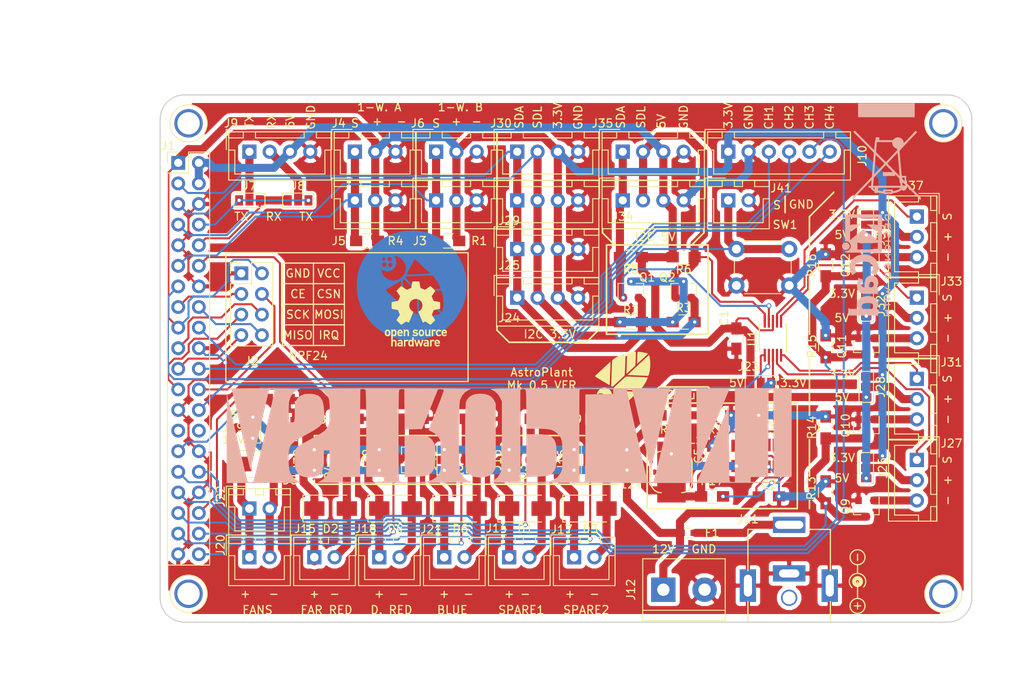
<source format=kicad_pcb>
(kicad_pcb (version 4) (host pcbnew 4.0.7)
  (layers (0 F.Cu signal) (31 B.Cu signal) (34 B.Paste user) (35 F.Paste user) (36 B.SilkS user) (37 F.SilkS user) (38 B.Mask user) (39 F.Mask user) (44 Edge.Cuts user))
  (net 0 "")
  (net 1 +5V)
  (net 2 GND)
  (net 3 "Net-(D1-Pad1)")
  (net 4 "Net-(D1-Pad2)")
  (net 5 +12V)
  (net 6 "Net-(D2-Pad2)")
  (net 7 "Net-(D3-Pad1)")
  (net 8 "Net-(D3-Pad2)")
  (net 9 "Net-(D4-Pad2)")
  (net 10 "Net-(D5-Pad1)")
  (net 11 "Net-(D5-Pad2)")
  (net 12 "Net-(D6-Pad2)")
  (net 13 "Net-(F1-Pad1)")
  (net 14 +3V3)
  (net 15 SDA)
  (net 16 SCL)
  (net 17 SDA_5V)
  (net 18 SCL_5V)
  (net 19 TX)
  (net 20 RX)
  (net 21 MISO)
  (net 22 CE0)
  (net 23 MOSI)
  (net 24 SCLK)
  (net 25 GPIO4)
  (net 26 GPIO17)
  (net 27 "Net-(J7-Pad2)")
  (net 28 "Net-(J8-Pad2)")
  (net 29 GPIO24)
  (net 30 GPIO25)
  (net 31 GPIO26)
  (net 32 GPIO27)
  (net 33 "Net-(J23-Pad2)")
  (net 34 "Net-(J26-Pad2)")
  (net 35 AI0)
  (net 36 "Net-(J27-Pad3)")
  (net 37 "Net-(J28-Pad2)")
  (net 38 AI1)
  (net 39 "Net-(J31-Pad3)")
  (net 40 "Net-(J32-Pad2)")
  (net 41 AI2)
  (net 42 "Net-(J33-Pad3)")
  (net 43 "Net-(J36-Pad2)")
  (net 44 AI3)
  (net 45 "Net-(J37-Pad3)")
  (net 46 GPIO12)
  (net 47 GPIO18)
  (net 48 GPIO19)
  (net 49 GPIO20)
  (net 50 GPIO16)
  (net 51 GPIO21)
  (net 52 GPIO6)
  (net 53 GPIO13)
  (net 54 GPIO22)
  (net 55 GPIO23)
  (net 56 GPIO5)
  (net 57 "Net-(J1-Pad27)")
  (net 58 "Net-(J1-Pad28)")
  (net 59 "Net-(C3-Pad1)")
  (net 60 "Net-(C4-Pad1)")
  (net 61 "Net-(C4-Pad2)")
  (net 62 "Net-(R17-Pad2)")
  (net 63 "Net-(R18-Pad2)")
  (net 64 "Net-(D2-Pad1)")
  (net 65 "Net-(D4-Pad1)")
  (net 66 "Net-(D6-Pad1)")
  (net 67 GPIO7)
  (module footprints:Pin_Header_Straight_2x20_Pitch2.54mm (layer F.Cu) (at 103.5 67.5)
    (fp_text reference J1 (at -2.5 -26.25) (layer F.SilkS))
    (fp_text value "RPi_2/3_GPIO header" hide)
    (pad 1 thru_hole rect (at -1.27 -24.13) (size 1.7 1.7) (drill 1) (layers *.Cu *.Mask) (net 14 +3V3))
    (pad 2 thru_hole oval (at 1.27 -24.13) (size 1.7 1.7) (drill 1) (layers *.Cu *.Mask) (net 1 +5V))
    (pad 3 thru_hole oval (at -1.27 -21.59) (size 1.7 1.7) (drill 1) (layers *.Cu *.Mask) (net 15 SDA))
    (pad 4 thru_hole oval (at 1.27 -21.59) (size 1.7 1.7) (drill 1) (layers *.Cu *.Mask) (net 1 +5V))
    (pad 5 thru_hole oval (at -1.27 -19.05) (size 1.7 1.7) (drill 1) (layers *.Cu *.Mask) (net 16 SCL))
    (pad 6 thru_hole oval (at 1.27 -19.05) (size 1.7 1.7) (drill 1) (layers *.Cu *.Mask) (net 2 GND))
    (pad 7 thru_hole oval (at -1.27 -16.51) (size 1.7 1.7) (drill 1) (layers *.Cu *.Mask) (net 25 GPIO4))
    (pad 8 thru_hole oval (at 1.27 -16.51) (size 1.7 1.7) (drill 1) (layers *.Cu *.Mask) (net 19 TX))
    (pad 9 thru_hole oval (at -1.27 -13.97) (size 1.7 1.7) (drill 1) (layers *.Cu *.Mask) (net 2 GND))
    (pad 10 thru_hole oval (at 1.27 -13.97) (size 1.7 1.7) (drill 1) (layers *.Cu *.Mask) (net 20 RX))
    (pad 11 thru_hole oval (at -1.27 -11.43) (size 1.7 1.7) (drill 1) (layers *.Cu *.Mask) (net 26 GPIO17))
    (pad 12 thru_hole oval (at 1.27 -11.43) (size 1.7 1.7) (drill 1) (layers *.Cu *.Mask) (net 47 GPIO18))
    (pad 13 thru_hole oval (at -1.27 -8.89) (size 1.7 1.7) (drill 1) (layers *.Cu *.Mask) (net 32 GPIO27))
    (pad 14 thru_hole oval (at 1.27 -8.89) (size 1.7 1.7) (drill 1) (layers *.Cu *.Mask) (net 2 GND))
    (pad 15 thru_hole oval (at -1.27 -6.35) (size 1.7 1.7) (drill 1) (layers *.Cu *.Mask) (net 54 GPIO22))
    (pad 16 thru_hole oval (at 1.27 -6.35) (size 1.7 1.7) (drill 1) (layers *.Cu *.Mask) (net 55 GPIO23))
    (pad 17 thru_hole oval (at -1.27 -3.81) (size 1.7 1.7) (drill 1) (layers *.Cu *.Mask) (net 14 +3V3))
    (pad 18 thru_hole oval (at 1.27 -3.81) (size 1.7 1.7) (drill 1) (layers *.Cu *.Mask) (net 29 GPIO24))
    (pad 19 thru_hole oval (at -1.27 -1.27) (size 1.7 1.7) (drill 1) (layers *.Cu *.Mask) (net 23 MOSI))
    (pad 20 thru_hole oval (at 1.27 -1.27) (size 1.7 1.7) (drill 1) (layers *.Cu *.Mask) (net 2 GND))
    (pad 21 thru_hole oval (at -1.27 1.27) (size 1.7 1.7) (drill 1) (layers *.Cu *.Mask) (net 21 MISO))
    (pad 22 thru_hole oval (at 1.27 1.27) (size 1.7 1.7) (drill 1) (layers *.Cu *.Mask) (net 30 GPIO25))
    (pad 23 thru_hole oval (at -1.27 3.81) (size 1.7 1.7) (drill 1) (layers *.Cu *.Mask) (net 24 SCLK))
    (pad 24 thru_hole oval (at 1.27 3.81) (size 1.7 1.7) (drill 1) (layers *.Cu *.Mask) (net 22 CE0))
    (pad 25 thru_hole oval (at -1.27 6.35) (size 1.7 1.7) (drill 1) (layers *.Cu *.Mask) (net 2 GND))
    (pad 26 thru_hole oval (at 1.27 6.35) (size 1.7 1.7) (drill 1) (layers *.Cu *.Mask) (net 67 GPIO7))
    (pad 27 thru_hole oval (at -1.27 8.89) (size 1.7 1.7) (drill 1) (layers *.Cu *.Mask) (net 57 "Net-(J1-Pad27)"))
    (pad 28 thru_hole oval (at 1.27 8.89) (size 1.7 1.7) (drill 1) (layers *.Cu *.Mask) (net 58 "Net-(J1-Pad28)"))
    (pad 29 thru_hole oval (at -1.27 11.43) (size 1.7 1.7) (drill 1) (layers *.Cu *.Mask) (net 56 GPIO5))
    (pad 30 thru_hole oval (at 1.27 11.43) (size 1.7 1.7) (drill 1) (layers *.Cu *.Mask) (net 2 GND))
    (pad 31 thru_hole oval (at -1.27 13.97) (size 1.7 1.7) (drill 1) (layers *.Cu *.Mask) (net 52 GPIO6))
    (pad 32 thru_hole oval (at 1.27 13.97) (size 1.7 1.7) (drill 1) (layers *.Cu *.Mask) (net 46 GPIO12))
    (pad 33 thru_hole oval (at -1.27 16.51) (size 1.7 1.7) (drill 1) (layers *.Cu *.Mask) (net 53 GPIO13))
    (pad 34 thru_hole oval (at 1.27 16.51) (size 1.7 1.7) (drill 1) (layers *.Cu *.Mask) (net 2 GND))
    (pad 35 thru_hole oval (at -1.27 19.05) (size 1.7 1.7) (drill 1) (layers *.Cu *.Mask) (net 48 GPIO19))
    (pad 36 thru_hole oval (at 1.27 19.05) (size 1.7 1.7) (drill 1) (layers *.Cu *.Mask) (net 50 GPIO16))
    (pad 37 thru_hole oval (at -1.27 21.59) (size 1.7 1.7) (drill 1) (layers *.Cu *.Mask) (net 31 GPIO26))
    (pad 38 thru_hole oval (at 1.27 21.59) (size 1.7 1.7) (drill 1) (layers *.Cu *.Mask) (net 49 GPIO20))
    (pad 39 thru_hole oval (at -1.27 24.13) (size 1.7 1.7) (drill 1) (layers *.Cu *.Mask) (net 2 GND))
    (pad 40 thru_hole oval (at 1.27 24.13) (size 1.7 1.7) (drill 1) (layers *.Cu *.Mask) (net 51 GPIO21))
  )
  (module Resistors_SMD:R_0805_HandSoldering (layer F.Cu) (at 164.5 55)
    (fp_text reference R6 (at 0 1.524) (layer F.SilkS))
    (fp_text value 10K)
    (pad 1 smd rect (at -1.35 0) (size 1.5 1.3) (layers F.Cu F.Paste F.Mask) (net 1 +5V))
    (pad 2 smd rect (at 1.35 0) (size 1.5 1.3) (layers F.Cu F.Paste F.Mask) (net 18 SCL_5V))
  )
  (module Resistors_SMD:R_0805_HandSoldering (layer F.Cu) (at 158 55 180)
    (fp_text reference R5 (at 0 -1.524 180) (layer F.SilkS))
    (fp_text value 10K)
    (pad 1 smd rect (at -1.35 0 180) (size 1.5 1.3) (layers F.Cu F.Paste F.Mask) (net 1 +5V))
    (pad 2 smd rect (at 1.35 0 180) (size 1.5 1.3) (layers F.Cu F.Paste F.Mask) (net 17 SDA_5V))
  )
  (module TO_SOT_Packages_SMD:SOT-23 (layer F.Cu) (at 164.5 59 90)
    (fp_text reference Q2 (at 1.5 -2 180) (layer F.SilkS))
    (fp_text value IRLML6344TRPBF)
    (pad 1 smd rect (at -1 -0.95 90) (size 0.9 0.8) (layers F.Cu F.Paste F.Mask) (net 18 SCL_5V))
    (pad 2 smd rect (at -1 0.95 90) (size 0.9 0.8) (layers F.Cu F.Paste F.Mask) (net 16 SCL))
    (pad 3 smd rect (at 1 0 90) (size 0.9 0.8) (layers F.Cu F.Paste F.Mask) (net 14 +3V3))
  )
  (module Resistors_SMD:R_0805_HandSoldering (layer F.Cu) (at 158 63)
    (fp_text reference R2 (at 0 -1.5) (layer F.SilkS))
    (fp_text value 10K)
    (pad 1 smd rect (at -1.35 0) (size 1.5 1.3) (layers F.Cu F.Paste F.Mask) (net 14 +3V3))
    (pad 2 smd rect (at 1.35 0) (size 1.5 1.3) (layers F.Cu F.Paste F.Mask) (net 15 SDA))
  )
  (module Resistors_SMD:R_0805_HandSoldering (layer F.Cu) (at 164.5 63)
    (fp_text reference R3 (at 0 -1.75) (layer F.SilkS))
    (fp_text value 10K)
    (pad 1 smd rect (at -1.35 0) (size 1.5 1.3) (layers F.Cu F.Paste F.Mask) (net 14 +3V3))
    (pad 2 smd rect (at 1.35 0) (size 1.5 1.3) (layers F.Cu F.Paste F.Mask) (net 16 SCL))
  )
  (module TO_SOT_Packages_SMD:SOT-23 (layer F.Cu) (at 158 59 90)
    (fp_text reference Q1 (at 1.5 2 180) (layer F.SilkS))
    (fp_text value IRLML6344TRPBF)
    (pad 1 smd rect (at -1 -0.95 90) (size 0.9 0.8) (layers F.Cu F.Paste F.Mask) (net 17 SDA_5V))
    (pad 2 smd rect (at -1 0.95 90) (size 0.9 0.8) (layers F.Cu F.Paste F.Mask) (net 15 SDA))
    (pad 3 smd rect (at 1 0 90) (size 0.9 0.8) (layers F.Cu F.Paste F.Mask) (net 14 +3V3))
  )
  (module Connectors:1pin (layer F.Cu) (at 196.5 38.5)
    (fp_text reference REF** hide)
    (fp_text value 1pin)
    (pad 1 thru_hole circle (at 0 0) (size 3.5 3.5) (drill 2.75) (layers *.Cu *.Mask F.Paste))
  )
  (module Connectors:1pin (layer F.Cu) (at 196.5 96.5)
    (fp_text reference REF** hide)
    (fp_text value 1pin)
    (pad 1 thru_hole circle (at 0 0) (size 3.5 3.5) (drill 2.75) (layers *.Cu *.Mask F.Paste))
  )
  (module Connectors:1pin (layer F.Cu) (at 103.5 96.5)
    (fp_text reference REF** hide)
    (fp_text value 1pin)
    (pad 1 thru_hole circle (at 0 0) (size 3.5 3.5) (drill 2.75) (layers *.Cu *.Mask F.Paste))
  )
  (module footprints:ADS1015IDGST (layer F.Cu) (at 175.5 65 90)
    (fp_text reference U1 (at 0 -2.54 90) (layer F.SilkS))
    (fp_text value ADS1015 hide)
    (pad 1 smd rect (at -2.0955 -1.000001 90) (size 1.5748 0.2794) (layers F.Cu F.Paste F.Mask) (net 33 "Net-(J23-Pad2)"))
    (pad 2 smd rect (at -2.0955 -0.499999 90) (size 1.5748 0.2794) (layers F.Cu F.Paste F.Mask) (net 56 GPIO5))
    (pad 3 smd rect (at -2.0955 0 90) (size 1.5748 0.2794) (layers F.Cu F.Paste F.Mask) (net 2 GND))
    (pad 4 smd rect (at -2.0955 0.499999 90) (size 1.5748 0.2794) (layers F.Cu F.Paste F.Mask) (net 35 AI0))
    (pad 5 smd rect (at -2.0955 1.000001 90) (size 1.5748 0.2794) (layers F.Cu F.Paste F.Mask) (net 38 AI1))
    (pad 6 smd rect (at 2.0955 1.000001 90) (size 1.5748 0.2794) (layers F.Cu F.Paste F.Mask) (net 41 AI2))
    (pad 7 smd rect (at 2.0955 0.499999 90) (size 1.5748 0.2794) (layers F.Cu F.Paste F.Mask) (net 44 AI3))
    (pad 8 smd rect (at 2.0955 0 90) (size 1.5748 0.2794) (layers F.Cu F.Paste F.Mask) (net 1 +5V))
    (pad 9 smd rect (at 2.0955 -0.499999 90) (size 1.5748 0.2794) (layers F.Cu F.Paste F.Mask) (net 17 SDA_5V))
    (pad 10 smd rect (at 2.0955 -1.000001 90) (size 1.5748 0.2794) (layers F.Cu F.Paste F.Mask) (net 18 SCL_5V))
  )
  (module TO_SOT_Packages_SMD:SOT-23 (layer F.Cu) (at 187 56 270)
    (fp_text reference Q12 (at 0 2.54 270) (layer F.SilkS))
    (fp_text value IRLML6344TRPBF hide)
    (pad 1 smd rect (at -1 -0.95 270) (size 0.9 0.8) (layers F.Cu F.Paste F.Mask) (net 45 "Net-(J37-Pad3)"))
    (pad 2 smd rect (at -1 0.95 270) (size 0.9 0.8) (layers F.Cu F.Paste F.Mask) (net 2 GND))
    (pad 3 smd rect (at 1 0 270) (size 0.9 0.8) (layers F.Cu F.Paste F.Mask) (net 53 GPIO13))
  )
  (module TO_SOT_Packages_SMD:SOT-23 (layer F.Cu) (at 187 66 270)
    (fp_text reference Q11 (at 0 3 270) (layer F.SilkS))
    (fp_text value IRLML6344TRPBF hide)
    (pad 1 smd rect (at -1 -0.95 270) (size 0.9 0.8) (layers F.Cu F.Paste F.Mask) (net 42 "Net-(J33-Pad3)"))
    (pad 2 smd rect (at -1 0.95 270) (size 0.9 0.8) (layers F.Cu F.Paste F.Mask) (net 2 GND))
    (pad 3 smd rect (at 1 0 270) (size 0.9 0.8) (layers F.Cu F.Paste F.Mask) (net 53 GPIO13))
  )
  (module TO_SOT_Packages_SMD:SOT-23 (layer F.Cu) (at 187 76 270)
    (fp_text reference Q10 (at -0.254 2.54 270) (layer F.SilkS))
    (fp_text value IRLML6344TRPBF hide)
    (pad 1 smd rect (at -1 -0.95 270) (size 0.9 0.8) (layers F.Cu F.Paste F.Mask) (net 39 "Net-(J31-Pad3)"))
    (pad 2 smd rect (at -1 0.95 270) (size 0.9 0.8) (layers F.Cu F.Paste F.Mask) (net 2 GND))
    (pad 3 smd rect (at 1 0 270) (size 0.9 0.8) (layers F.Cu F.Paste F.Mask) (net 52 GPIO6))
  )
  (module TO_SOT_Packages_SMD:SOT-23 (layer F.Cu) (at 187 86 270)
    (fp_text reference Q9 (at -0.254 2.54 270) (layer F.SilkS))
    (fp_text value IRLML6344TRPBF hide)
    (pad 1 smd rect (at -1 -0.95 270) (size 0.9 0.8) (layers F.Cu F.Paste F.Mask) (net 36 "Net-(J27-Pad3)"))
    (pad 2 smd rect (at -1 0.95 270) (size 0.9 0.8) (layers F.Cu F.Paste F.Mask) (net 2 GND))
    (pad 3 smd rect (at 1 0 270) (size 0.9 0.8) (layers F.Cu F.Paste F.Mask) (net 52 GPIO6))
  )
  (module TO_SOT_Packages_SMD:SOT-23 (layer F.Cu) (at 138.5 80 180)
    (fp_text reference Q8 (at 1.7 -1.49 270) (layer F.SilkS))
    (fp_text value IRLML6344TRPBF hide)
    (pad 1 smd rect (at -1 -0.95 180) (size 0.9 0.8) (layers F.Cu F.Paste F.Mask) (net 12 "Net-(D6-Pad2)"))
    (pad 2 smd rect (at -1 0.95 180) (size 0.9 0.8) (layers F.Cu F.Paste F.Mask) (net 2 GND))
    (pad 3 smd rect (at 1 0 180) (size 0.9 0.8) (layers F.Cu F.Paste F.Mask) (net 51 GPIO21))
  )
  (module TO_SOT_Packages_SMD:SOT-23 (layer F.Cu) (at 115.5 76.05 180)
    (fp_text reference Q7 (at 2 -1.58 270) (layer F.SilkS))
    (fp_text value IRLML6344TRPBF hide)
    (pad 1 smd rect (at -1 -0.95 180) (size 0.9 0.8) (layers F.Cu F.Paste F.Mask) (net 11 "Net-(D5-Pad2)"))
    (pad 2 smd rect (at -1 0.95 180) (size 0.9 0.8) (layers F.Cu F.Paste F.Mask) (net 2 GND))
    (pad 3 smd rect (at 1 0 180) (size 0.9 0.8) (layers F.Cu F.Paste F.Mask) (net 50 GPIO16))
  )
  (module TO_SOT_Packages_SMD:SOT-23 (layer F.Cu) (at 130.5 80 180)
    (fp_text reference Q6 (at 1.81 -1.49 270) (layer F.SilkS))
    (fp_text value IRLML6344TRPBF hide)
    (pad 1 smd rect (at -1 -0.95 180) (size 0.9 0.8) (layers F.Cu F.Paste F.Mask) (net 9 "Net-(D4-Pad2)"))
    (pad 2 smd rect (at -1 0.95 180) (size 0.9 0.8) (layers F.Cu F.Paste F.Mask) (net 2 GND))
    (pad 3 smd rect (at 1 0 180) (size 0.9 0.8) (layers F.Cu F.Paste F.Mask) (net 49 GPIO20))
  )
  (module TO_SOT_Packages_SMD:SOT-23 (layer F.Cu) (at 154.5 80 180)
    (fp_text reference Q5 (at 1.5 -1.5 270) (layer F.SilkS))
    (fp_text value IRLML6344TRPBF hide)
    (pad 1 smd rect (at -1 -0.95 180) (size 0.9 0.8) (layers F.Cu F.Paste F.Mask) (net 8 "Net-(D3-Pad2)"))
    (pad 2 smd rect (at -1 0.95 180) (size 0.9 0.8) (layers F.Cu F.Paste F.Mask) (net 2 GND))
    (pad 3 smd rect (at 1 0 180) (size 0.9 0.8) (layers F.Cu F.Paste F.Mask) (net 48 GPIO19))
  )
  (module TO_SOT_Packages_SMD:SOT-23 (layer F.Cu) (at 122.5 80 180)
    (fp_text reference Q4 (at 1.69 -1.49 270) (layer F.SilkS))
    (fp_text value IRLML6344TRPBF hide)
    (pad 1 smd rect (at -1 -0.95 180) (size 0.9 0.8) (layers F.Cu F.Paste F.Mask) (net 6 "Net-(D2-Pad2)"))
    (pad 2 smd rect (at -1 0.95 180) (size 0.9 0.8) (layers F.Cu F.Paste F.Mask) (net 2 GND))
    (pad 3 smd rect (at 1 0 180) (size 0.9 0.8) (layers F.Cu F.Paste F.Mask) (net 47 GPIO18))
  )
  (module TO_SOT_Packages_SMD:SOT-23 (layer F.Cu) (at 146.5 80 180)
    (fp_text reference Q3 (at 1.82 -1.49 450) (layer F.SilkS))
    (fp_text value IRLML6344TRPBF hide)
    (pad 1 smd rect (at -1 -0.95 180) (size 0.9 0.8) (layers F.Cu F.Paste F.Mask) (net 4 "Net-(D1-Pad2)"))
    (pad 2 smd rect (at -1 0.95 180) (size 0.9 0.8) (layers F.Cu F.Paste F.Mask) (net 2 GND))
    (pad 3 smd rect (at 1 0 180) (size 0.9 0.8) (layers F.Cu F.Paste F.Mask) (net 46 GPIO12))
  )
  (module Connectors_JST:JST_XH_B03B-XH-A_03x2.50mm_Straight (layer F.Cu) (at 193.238 50 270)
    (fp_text reference J37 (at -3.81 0.508 360) (layer F.SilkS))
    (fp_text value JST-XH_3 hide)
    (pad 1 thru_hole rect (at 0 0 270) (size 1.75 1.75) (drill 1) (layers *.Cu *.Mask) (net 44 AI3))
    (pad 2 thru_hole circle (at 2.5 0 270) (size 1.75 1.75) (drill 1) (layers *.Cu *.Mask) (net 43 "Net-(J36-Pad2)"))
    (pad 3 thru_hole circle (at 5 0 270) (size 1.75 1.75) (drill 1) (layers *.Cu *.Mask) (net 45 "Net-(J37-Pad3)"))
  )
  (module Connectors:GS3 (layer F.Cu) (at 187 51)
    (fp_text reference J36 (at 1.778 1.27 90) (layer F.SilkS))
    (fp_text value GS3 hide)
    (pad 1 smd rect (at 0 -1.27) (size 1.27 0.97) (layers F.Cu F.Paste F.Mask) (net 14 +3V3))
    (pad 2 smd rect (at 0 0) (size 1.27 0.97) (layers F.Cu F.Paste F.Mask) (net 43 "Net-(J36-Pad2)"))
    (pad 3 smd rect (at 0 1.27) (size 1.27 0.97) (layers F.Cu F.Paste F.Mask) (net 1 +5V))
  )
  (module Connectors_JST:JST_XH_B04B-XH-A_04x2.50mm_Straight (layer F.Cu) (at 157 42)
    (fp_text reference J35 (at -2.5 -3.5) (layer F.SilkS))
    (fp_text value JST_XH_I2C hide)
    (pad 1 thru_hole rect (at 0 0) (size 1.75 1.75) (drill 1) (layers *.Cu *.Mask) (net 17 SDA_5V))
    (pad 2 thru_hole circle (at 2.5 0) (size 1.75 1.75) (drill 1) (layers *.Cu *.Mask) (net 18 SCL_5V))
    (pad 3 thru_hole circle (at 5 0) (size 1.75 1.75) (drill 1) (layers *.Cu *.Mask) (net 1 +5V))
    (pad 4 thru_hole circle (at 7.5 0) (size 1.75 1.75) (drill 1) (layers *.Cu *.Mask) (net 2 GND))
  )
  (module Connectors_JST:JST_XH_B04B-XH-A_04x2.50mm_Straight (layer F.Cu) (at 157 48)
    (fp_text reference J34 (at 0 2) (layer F.SilkS))
    (fp_text value JST_XH_I2C hide)
    (pad 1 thru_hole rect (at 0 0) (size 1.75 1.75) (drill 1) (layers *.Cu *.Mask) (net 17 SDA_5V))
    (pad 2 thru_hole circle (at 2.5 0) (size 1.75 1.75) (drill 1) (layers *.Cu *.Mask) (net 18 SCL_5V))
    (pad 3 thru_hole circle (at 5 0) (size 1.75 1.75) (drill 1) (layers *.Cu *.Mask) (net 1 +5V))
    (pad 4 thru_hole circle (at 7.5 0) (size 1.75 1.75) (drill 1) (layers *.Cu *.Mask) (net 2 GND))
  )
  (module Connectors_JST:JST_XH_B03B-XH-A_03x2.50mm_Straight (layer F.Cu) (at 193.238 60 270)
    (fp_text reference J33 (at -2 -4.262 360) (layer F.SilkS))
    (fp_text value JST-XH_3 hide)
    (pad 1 thru_hole rect (at 0 0 270) (size 1.75 1.75) (drill 1) (layers *.Cu *.Mask) (net 41 AI2))
    (pad 2 thru_hole circle (at 2.5 0 270) (size 1.75 1.75) (drill 1) (layers *.Cu *.Mask) (net 40 "Net-(J32-Pad2)"))
    (pad 3 thru_hole circle (at 5 0 270) (size 1.75 1.75) (drill 1) (layers *.Cu *.Mask) (net 42 "Net-(J33-Pad3)"))
  )
  (module Connectors:GS3 (layer F.Cu) (at 187 61)
    (fp_text reference J32 (at 1.778 0 90) (layer F.SilkS))
    (fp_text value GS3 hide)
    (pad 1 smd rect (at 0 -1.27) (size 1.27 0.97) (layers F.Cu F.Paste F.Mask) (net 14 +3V3))
    (pad 2 smd rect (at 0 0) (size 1.27 0.97) (layers F.Cu F.Paste F.Mask) (net 40 "Net-(J32-Pad2)"))
    (pad 3 smd rect (at 0 1.27) (size 1.27 0.97) (layers F.Cu F.Paste F.Mask) (net 1 +5V))
  )
  (module Connectors_JST:JST_XH_B04B-XH-A_04x2.50mm_Straight (layer F.Cu) (at 144 42)
    (fp_text reference J30 (at -2 -3.5) (layer F.SilkS))
    (fp_text value JST_XH_I2C hide)
    (pad 1 thru_hole rect (at 0 0) (size 1.75 1.75) (drill 1) (layers *.Cu *.Mask) (net 15 SDA))
    (pad 2 thru_hole circle (at 2.5 0) (size 1.75 1.75) (drill 1) (layers *.Cu *.Mask) (net 16 SCL))
    (pad 3 thru_hole circle (at 5 0) (size 1.75 1.75) (drill 1) (layers *.Cu *.Mask) (net 14 +3V3))
    (pad 4 thru_hole circle (at 7.5 0) (size 1.75 1.75) (drill 1) (layers *.Cu *.Mask) (net 2 GND))
  )
  (module Connectors_JST:JST_XH_B04B-XH-A_04x2.50mm_Straight (layer F.Cu) (at 144 48)
    (fp_text reference J29 (at -1 2.5) (layer F.SilkS))
    (fp_text value JST_XH_I2C hide)
    (pad 1 thru_hole rect (at 0 0) (size 1.75 1.75) (drill 1) (layers *.Cu *.Mask) (net 15 SDA))
    (pad 2 thru_hole circle (at 2.5 0) (size 1.75 1.75) (drill 1) (layers *.Cu *.Mask) (net 16 SCL))
    (pad 3 thru_hole circle (at 5 0) (size 1.75 1.75) (drill 1) (layers *.Cu *.Mask) (net 14 +3V3))
    (pad 4 thru_hole circle (at 7.5 0) (size 1.75 1.75) (drill 1) (layers *.Cu *.Mask) (net 2 GND))
  )
  (module Connectors:GS3 (layer F.Cu) (at 187 71)
    (fp_text reference J28 (at 1.778 0 90) (layer F.SilkS))
    (fp_text value GS3 hide)
    (pad 1 smd rect (at 0 -1.27) (size 1.27 0.97) (layers F.Cu F.Paste F.Mask) (net 14 +3V3))
    (pad 2 smd rect (at 0 0) (size 1.27 0.97) (layers F.Cu F.Paste F.Mask) (net 37 "Net-(J28-Pad2)"))
    (pad 3 smd rect (at 0 1.27) (size 1.27 0.97) (layers F.Cu F.Paste F.Mask) (net 1 +5V))
  )
  (module Connectors_JST:JST_XH_B03B-XH-A_03x2.50mm_Straight (layer F.Cu) (at 193.238 80 270)
    (fp_text reference J27 (at -2.032 -4.262 360) (layer F.SilkS))
    (fp_text value JST-XH_3 hide)
    (pad 1 thru_hole rect (at 0 0 270) (size 1.75 1.75) (drill 1) (layers *.Cu *.Mask) (net 35 AI0))
    (pad 2 thru_hole circle (at 2.5 0 270) (size 1.75 1.75) (drill 1) (layers *.Cu *.Mask) (net 34 "Net-(J26-Pad2)"))
    (pad 3 thru_hole circle (at 5 0 270) (size 1.75 1.75) (drill 1) (layers *.Cu *.Mask) (net 36 "Net-(J27-Pad3)"))
  )
  (module Connectors:GS3 (layer F.Cu) (at 187 81)
    (fp_text reference J26 (at 2.032 0 90) (layer F.SilkS))
    (fp_text value GS3 hide)
    (pad 1 smd rect (at 0 -1.27) (size 1.27 0.97) (layers F.Cu F.Paste F.Mask) (net 14 +3V3))
    (pad 2 smd rect (at 0 0) (size 1.27 0.97) (layers F.Cu F.Paste F.Mask) (net 34 "Net-(J26-Pad2)"))
    (pad 3 smd rect (at 0 1.27) (size 1.27 0.97) (layers F.Cu F.Paste F.Mask) (net 1 +5V))
  )
  (module Connectors_JST:JST_XH_B04B-XH-A_04x2.50mm_Straight (layer F.Cu) (at 144 54)
    (fp_text reference J25 (at -1 2) (layer F.SilkS))
    (fp_text value JST_XH_I2C hide)
    (pad 1 thru_hole rect (at 0 0) (size 1.75 1.75) (drill 1) (layers *.Cu *.Mask) (net 15 SDA))
    (pad 2 thru_hole circle (at 2.5 0) (size 1.75 1.75) (drill 1) (layers *.Cu *.Mask) (net 16 SCL))
    (pad 3 thru_hole circle (at 5 0) (size 1.75 1.75) (drill 1) (layers *.Cu *.Mask) (net 14 +3V3))
    (pad 4 thru_hole circle (at 7.5 0) (size 1.75 1.75) (drill 1) (layers *.Cu *.Mask) (net 2 GND))
  )
  (module Connectors_JST:JST_XH_B04B-XH-A_04x2.50mm_Straight (layer F.Cu) (at 144 60)
    (fp_text reference J24 (at -1 2.5) (layer F.SilkS))
    (fp_text value JST_XH_I2C hide)
    (pad 1 thru_hole rect (at 0 0) (size 1.75 1.75) (drill 1) (layers *.Cu *.Mask) (net 15 SDA))
    (pad 2 thru_hole circle (at 2.5 0) (size 1.75 1.75) (drill 1) (layers *.Cu *.Mask) (net 16 SCL))
    (pad 3 thru_hole circle (at 5 0) (size 1.75 1.75) (drill 1) (layers *.Cu *.Mask) (net 14 +3V3))
    (pad 4 thru_hole circle (at 7.5 0) (size 1.75 1.75) (drill 1) (layers *.Cu *.Mask) (net 2 GND))
  )
  (module Connectors:GS3 (layer F.Cu) (at 174 70.5 90)
    (fp_text reference J23 (at 2 -1.5 180) (layer F.SilkS))
    (fp_text value GS3)
    (pad 1 smd rect (at 0 -1.27 90) (size 1.27 0.97) (layers F.Cu F.Paste F.Mask) (net 1 +5V))
    (pad 2 smd rect (at 0 0 90) (size 1.27 0.97) (layers F.Cu F.Paste F.Mask) (net 33 "Net-(J23-Pad2)"))
    (pad 3 smd rect (at 0 1.27 90) (size 1.27 0.97) (layers F.Cu F.Paste F.Mask) (net 2 GND))
  )
  (module Connectors_JST:JST_XH_B02B-XH-A_02x2.50mm_Straight (layer F.Cu) (at 111 86)
    (fp_text reference J22 (at -3.556 -1.5 90) (layer F.SilkS))
    (fp_text value JST_HX_2 hide)
    (pad 1 thru_hole rect (at 0 0) (size 1.75 1.75) (drill 1.05) (layers *.Cu *.Mask) (net 10 "Net-(D5-Pad1)"))
    (pad 2 thru_hole circle (at 2.5 0) (size 1.75 1.75) (drill 1.05) (layers *.Cu *.Mask) (net 11 "Net-(D5-Pad2)"))
  )
  (module Connectors_JST:JST_XH_B02B-XH-A_02x2.50mm_Straight (layer F.Cu) (at 135 92)
    (fp_text reference J21 (at -1.614966 -3.429) (layer F.SilkS))
    (fp_text value JST_HX_2 hide)
    (pad 1 thru_hole rect (at 0 0) (size 1.75 1.75) (drill 1.05) (layers *.Cu *.Mask) (net 66 "Net-(D6-Pad1)"))
    (pad 2 thru_hole circle (at 2.5 0) (size 1.75 1.75) (drill 1.05) (layers *.Cu *.Mask) (net 12 "Net-(D6-Pad2)"))
  )
  (module Connectors_JST:JST_XH_B02B-XH-A_02x2.50mm_Straight (layer F.Cu) (at 111 92)
    (fp_text reference J20 (at -3.556 -1.5 90) (layer F.SilkS))
    (fp_text value JST_HX_2 hide)
    (pad 1 thru_hole rect (at 0 0) (size 1.75 1.75) (drill 1.05) (layers *.Cu *.Mask) (net 10 "Net-(D5-Pad1)"))
    (pad 2 thru_hole circle (at 2.5 0) (size 1.75 1.75) (drill 1.05) (layers *.Cu *.Mask) (net 11 "Net-(D5-Pad2)"))
  )
  (module Connectors:GS3 (layer F.Cu) (at 111.5 76 180)
    (fp_text reference J19 (at 2.5 0 360) (layer F.SilkS))
    (fp_text value GS3)
    (pad 1 smd rect (at 0 -1.27 180) (size 1.27 0.97) (layers F.Cu F.Paste F.Mask) (net 5 +12V))
    (pad 2 smd rect (at 0 0 180) (size 1.27 0.97) (layers F.Cu F.Paste F.Mask) (net 10 "Net-(D5-Pad1)"))
    (pad 3 smd rect (at 0 1.27 180) (size 1.27 0.97) (layers F.Cu F.Paste F.Mask) (net 1 +5V))
  )
  (module Connectors_JST:JST_XH_B02B-XH-A_02x2.50mm_Straight (layer F.Cu) (at 127 92)
    (fp_text reference J18 (at -1.6652 -3.5) (layer F.SilkS))
    (fp_text value JST_HX_2 hide)
    (pad 1 thru_hole rect (at 0 0) (size 1.75 1.75) (drill 1.05) (layers *.Cu *.Mask) (net 65 "Net-(D4-Pad1)"))
    (pad 2 thru_hole circle (at 2.5 0) (size 1.75 1.75) (drill 1.05) (layers *.Cu *.Mask) (net 9 "Net-(D4-Pad2)"))
  )
  (module Connectors_JST:JST_XH_B02B-XH-A_02x2.50mm_Straight (layer F.Cu) (at 151 92)
    (fp_text reference J17 (at -1.524 -3.429) (layer F.SilkS))
    (fp_text value JST_HX_2 hide)
    (pad 1 thru_hole rect (at 0 0) (size 1.75 1.75) (drill 1.05) (layers *.Cu *.Mask) (net 7 "Net-(D3-Pad1)"))
    (pad 2 thru_hole circle (at 2.5 0) (size 1.75 1.75) (drill 1.05) (layers *.Cu *.Mask) (net 8 "Net-(D3-Pad2)"))
  )
  (module Connectors:GS3 (layer F.Cu) (at 151 80 180)
    (fp_text reference J16 (at 1.5 -0.01 450) (layer F.SilkS))
    (fp_text value GS3 hide)
    (pad 1 smd rect (at 0 -1.27 180) (size 1.27 0.97) (layers F.Cu F.Paste F.Mask) (net 5 +12V))
    (pad 2 smd rect (at 0 0 180) (size 1.27 0.97) (layers F.Cu F.Paste F.Mask) (net 7 "Net-(D3-Pad1)"))
    (pad 3 smd rect (at 0 1.27 180) (size 1.27 0.97) (layers F.Cu F.Paste F.Mask) (net 1 +5V))
  )
  (module Connectors_JST:JST_XH_B02B-XH-A_02x2.50mm_Straight (layer F.Cu) (at 119 92)
    (fp_text reference J15 (at -1.1486 -3.5) (layer F.SilkS))
    (fp_text value JST_HX_2 hide)
    (pad 1 thru_hole rect (at 0 0) (size 1.75 1.75) (drill 1.05) (layers *.Cu *.Mask) (net 64 "Net-(D2-Pad1)"))
    (pad 2 thru_hole circle (at 2.5 0) (size 1.75 1.75) (drill 1.05) (layers *.Cu *.Mask) (net 6 "Net-(D2-Pad2)"))
  )
  (module Connectors_JST:JST_XH_B02B-XH-A_02x2.50mm_Straight (layer F.Cu) (at 143 92)
    (fp_text reference J14 (at -1.524 -3.556) (layer F.SilkS))
    (fp_text value JST_HX_2 hide)
    (pad 1 thru_hole rect (at 0 0) (size 1.75 1.75) (drill 1.05) (layers *.Cu *.Mask) (net 3 "Net-(D1-Pad1)"))
    (pad 2 thru_hole circle (at 2.5 0) (size 1.75 1.75) (drill 1.05) (layers *.Cu *.Mask) (net 4 "Net-(D1-Pad2)"))
  )
  (module Connectors:GS3 (layer F.Cu) (at 143 80 180)
    (fp_text reference J13 (at 1.5 -0.01 450) (layer F.SilkS))
    (fp_text value GS3 hide)
    (pad 1 smd rect (at 0 -1.27 180) (size 1.27 0.97) (layers F.Cu F.Paste F.Mask) (net 5 +12V))
    (pad 2 smd rect (at 0 0 180) (size 1.27 0.97) (layers F.Cu F.Paste F.Mask) (net 3 "Net-(D1-Pad1)"))
    (pad 3 smd rect (at 0 1.27 180) (size 1.27 0.97) (layers F.Cu F.Paste F.Mask) (net 1 +5V))
  )
  (module Connectors_JST:JST_XH_B06B-XH-A_06x2.50mm_Straight (layer F.Cu) (at 170 42)
    (fp_text reference J10 (at 16.51 0.508 90) (layer F.SilkS))
    (fp_text value JST_XH_Relays hide)
    (pad 1 thru_hole rect (at 0 0) (size 1.75 1.75) (drill 1) (layers *.Cu *.Mask) (net 14 +3V3))
    (pad 2 thru_hole circle (at 2.5 0) (size 1.75 1.75) (drill 1) (layers *.Cu *.Mask) (net 2 GND))
    (pad 3 thru_hole circle (at 5 0) (size 1.75 1.75) (drill 1) (layers *.Cu *.Mask) (net 29 GPIO24))
    (pad 4 thru_hole circle (at 7.5 0) (size 1.75 1.75) (drill 1) (layers *.Cu *.Mask) (net 30 GPIO25))
    (pad 5 thru_hole circle (at 10 0) (size 1.75 1.75) (drill 1) (layers *.Cu *.Mask) (net 31 GPIO26))
    (pad 6 thru_hole circle (at 12.5 0) (size 1.75 1.75) (drill 1) (layers *.Cu *.Mask) (net 32 GPIO27))
  )
  (module Connectors_JST:JST_XH_B04B-XH-A_04x2.50mm_Straight (layer F.Cu) (at 111 42)
    (fp_text reference J9 (at -2.25 -3.5) (layer F.SilkS))
    (fp_text value JST_XH_UART hide)
    (pad 1 thru_hole rect (at 0 0) (size 1.75 1.75) (drill 1) (layers *.Cu *.Mask) (net 27 "Net-(J7-Pad2)"))
    (pad 2 thru_hole circle (at 2.5 0) (size 1.75 1.75) (drill 1) (layers *.Cu *.Mask) (net 28 "Net-(J8-Pad2)"))
    (pad 3 thru_hole circle (at 5 0) (size 1.75 1.75) (drill 1) (layers *.Cu *.Mask) (net 1 +5V))
    (pad 4 thru_hole circle (at 7.5 0) (size 1.75 1.75) (drill 1) (layers *.Cu *.Mask) (net 2 GND))
  )
  (module Connectors:GS3 (layer F.Cu) (at 117 48 270)
    (fp_text reference J8 (at -1.778 0 540) (layer F.SilkS))
    (fp_text value GS3 hide)
    (pad 1 smd rect (at 0 -1.27 270) (size 1.27 0.97) (layers F.Cu F.Paste F.Mask) (net 19 TX))
    (pad 2 smd rect (at 0 0 270) (size 1.27 0.97) (layers F.Cu F.Paste F.Mask) (net 28 "Net-(J8-Pad2)"))
    (pad 3 smd rect (at 0 1.27 270) (size 1.27 0.97) (layers F.Cu F.Paste F.Mask) (net 20 RX))
  )
  (module Connectors:GS3 (layer F.Cu) (at 111 48 90)
    (fp_text reference J7 (at 1.778 0 360) (layer F.SilkS))
    (fp_text value GS3 hide)
    (pad 1 smd rect (at 0 -1.27 90) (size 1.27 0.97) (layers F.Cu F.Paste F.Mask) (net 19 TX))
    (pad 2 smd rect (at 0 0 90) (size 1.27 0.97) (layers F.Cu F.Paste F.Mask) (net 27 "Net-(J7-Pad2)"))
    (pad 3 smd rect (at 0 1.27 90) (size 1.27 0.97) (layers F.Cu F.Paste F.Mask) (net 20 RX))
  )
  (module Connectors_JST:JST_XH_B03B-XH-A_03x2.50mm_Straight (layer F.Cu) (at 134 42)
    (fp_text reference J6 (at -2.25 -3.5) (layer F.SilkS))
    (fp_text value JST-XH_3)
    (pad 1 thru_hole rect (at 0 0) (size 1.75 1.75) (drill 1) (layers *.Cu *.Mask) (net 25 GPIO4))
    (pad 2 thru_hole circle (at 2.5 0) (size 1.75 1.75) (drill 1) (layers *.Cu *.Mask) (net 14 +3V3))
    (pad 3 thru_hole circle (at 5 0) (size 1.75 1.75) (drill 1) (layers *.Cu *.Mask) (net 2 GND))
  )
  (module Connectors_JST:JST_XH_B03B-XH-A_03x2.50mm_Straight (layer F.Cu) (at 124 48)
    (fp_text reference J5 (at -2 5) (layer F.SilkS))
    (fp_text value JST-XH_3)
    (pad 1 thru_hole rect (at 0 0) (size 1.75 1.75) (drill 1) (layers *.Cu *.Mask) (net 26 GPIO17))
    (pad 2 thru_hole circle (at 2.5 0) (size 1.75 1.75) (drill 1) (layers *.Cu *.Mask) (net 14 +3V3))
    (pad 3 thru_hole circle (at 5 0) (size 1.75 1.75) (drill 1) (layers *.Cu *.Mask) (net 2 GND))
  )
  (module Connectors_JST:JST_XH_B03B-XH-A_03x2.50mm_Straight (layer F.Cu) (at 124 42)
    (fp_text reference J4 (at -2 -3.5) (layer F.SilkS))
    (fp_text value JST-XH_3)
    (pad 1 thru_hole rect (at 0 0) (size 1.75 1.75) (drill 1) (layers *.Cu *.Mask) (net 26 GPIO17))
    (pad 2 thru_hole circle (at 2.5 0) (size 1.75 1.75) (drill 1) (layers *.Cu *.Mask) (net 14 +3V3))
    (pad 3 thru_hole circle (at 5 0) (size 1.75 1.75) (drill 1) (layers *.Cu *.Mask) (net 2 GND))
  )
  (module Connectors_JST:JST_XH_B03B-XH-A_03x2.50mm_Straight (layer F.Cu) (at 134 48)
    (fp_text reference J3 (at -2 5) (layer F.SilkS))
    (fp_text value JST-XH_3)
    (pad 1 thru_hole rect (at 0 0) (size 1.75 1.75) (drill 1) (layers *.Cu *.Mask) (net 25 GPIO4))
    (pad 2 thru_hole circle (at 2.5 0) (size 1.75 1.75) (drill 1) (layers *.Cu *.Mask) (net 14 +3V3))
    (pad 3 thru_hole circle (at 5 0) (size 1.75 1.75) (drill 1) (layers *.Cu *.Mask) (net 2 GND))
  )
  (module Resistors_SMD:R_0805_HandSoldering (layer F.Cu) (at 155 74.93)
    (fp_text reference R9 (at -4 0.07) (layer F.SilkS))
    (fp_text value 100K)
    (pad 1 smd rect (at -1.35 0) (size 1.5 1.3) (layers F.Cu F.Paste F.Mask) (net 48 GPIO19))
    (pad 2 smd rect (at 1.35 0) (size 1.5 1.3) (layers F.Cu F.Paste F.Mask) (net 2 GND))
  )
  (module Capacitors_SMD:C_0805_HandSoldering (layer F.Cu) (at 171 65.04 270)
    (fp_text reference C1 (at -2.54 1.524 270) (layer F.SilkS))
    (fp_text value 0.1uF)
    (pad 1 smd rect (at -1.25 0 270) (size 1.5 1.25) (layers F.Cu F.Paste F.Mask) (net 1 +5V))
    (pad 2 smd rect (at 1.25 0 270) (size 1.5 1.25) (layers F.Cu F.Paste F.Mask) (net 2 GND))
  )
  (module Capacitors_SMD:C_0805_HandSoldering (layer F.Cu) (at 175 84.5)
    (fp_text reference C2 (at 0 -1.5) (layer F.SilkS))
    (fp_text value 22uF)
    (pad 1 smd rect (at -1.25 0) (size 1.5 1.25) (layers F.Cu F.Paste F.Mask) (net 5 +12V))
    (pad 2 smd rect (at 1.25 0) (size 1.5 1.25) (layers F.Cu F.Paste F.Mask) (net 2 GND))
  )
  (module Capacitors_SMD:C_0805_HandSoldering (layer F.Cu) (at 175 74.5 180)
    (fp_text reference C3 (at 0 -1.75 180) (layer F.SilkS))
    (fp_text value 8.2nF)
    (pad 1 smd rect (at -1.25 0 180) (size 1.5 1.25) (layers F.Cu F.Paste F.Mask) (net 59 "Net-(C3-Pad1)"))
    (pad 2 smd rect (at 1.25 0 180) (size 1.5 1.25) (layers F.Cu F.Paste F.Mask) (net 2 GND))
  )
  (module Capacitors_SMD:C_0805_HandSoldering (layer F.Cu) (at 171 79.5 270)
    (fp_text reference C4 (at 0 1.397 270) (layer F.SilkS))
    (fp_text value 0.1uF)
    (pad 1 smd rect (at -1.25 0 270) (size 1.5 1.25) (layers F.Cu F.Paste F.Mask) (net 60 "Net-(C4-Pad1)"))
    (pad 2 smd rect (at 1.25 0 270) (size 1.5 1.25) (layers F.Cu F.Paste F.Mask) (net 61 "Net-(C4-Pad2)"))
  )
  (module Capacitors_SMD:C_0805_HandSoldering (layer F.Cu) (at 168 79.5 90)
    (fp_text reference C5 (at 0 -1.651 90) (layer F.SilkS))
    (fp_text value 47uUF)
    (pad 1 smd rect (at -1.25 0 90) (size 1.5 1.25) (layers F.Cu F.Paste F.Mask) (net 1 +5V))
    (pad 2 smd rect (at 1.25 0 90) (size 1.5 1.25) (layers F.Cu F.Paste F.Mask) (net 2 GND))
  )
  (module Capacitors_SMD:C_0603_HandSoldering (layer F.Cu) (at 165 89 180)
    (fp_text reference F1 (at -3 0 180) (layer F.SilkS))
    (fp_text value PRG18BC4R7MM1RB)
    (pad 1 smd rect (at -0.95 0 180) (size 1.2 0.75) (layers F.Cu F.Paste F.Mask) (net 13 "Net-(F1-Pad1)"))
    (pad 2 smd rect (at 0.95 0 180) (size 1.2 0.75) (layers F.Cu F.Paste F.Mask) (net 5 +12V))
  )
  (module footprints:74437349033 (layer F.Cu) (at 163 81.5 270)
    (fp_text reference L1 (at -4 -3 360) (layer F.SilkS))
    (fp_text value 3.3uH)
    (pad 1 smd rect (at -2.25 0 270) (size 3 3.5) (layers F.Cu F.Paste F.Mask) (net 61 "Net-(C4-Pad2)"))
    (pad 2 smd rect (at 2.25 0 270) (size 3 3.5) (layers F.Cu F.Paste F.Mask) (net 1 +5V))
  )
  (module Resistors_SMD:R_0805_HandSoldering (layer F.Cu) (at 135.5 53 180)
    (fp_text reference R1 (at -3.818 0 180) (layer F.SilkS))
    (fp_text value 10K)
    (pad 1 smd rect (at -1.35 0 180) (size 1.5 1.3) (layers F.Cu F.Paste F.Mask) (net 14 +3V3))
    (pad 2 smd rect (at 1.35 0 180) (size 1.5 1.3) (layers F.Cu F.Paste F.Mask) (net 25 GPIO4))
  )
  (module Resistors_SMD:R_0805_HandSoldering (layer F.Cu) (at 125.5 53 180)
    (fp_text reference R4 (at -3.5 0 180) (layer F.SilkS))
    (fp_text value 10K)
    (pad 1 smd rect (at -1.35 0 180) (size 1.5 1.3) (layers F.Cu F.Paste F.Mask) (net 14 +3V3))
    (pad 2 smd rect (at 1.35 0 180) (size 1.5 1.3) (layers F.Cu F.Paste F.Mask) (net 26 GPIO17))
  )
  (module Resistors_SMD:R_0805_HandSoldering (layer F.Cu) (at 147 74.93)
    (fp_text reference R7 (at -4 0.07) (layer F.SilkS))
    (fp_text value 100K)
    (pad 1 smd rect (at -1.35 0) (size 1.5 1.3) (layers F.Cu F.Paste F.Mask) (net 46 GPIO12))
    (pad 2 smd rect (at 1.35 0) (size 1.5 1.3) (layers F.Cu F.Paste F.Mask) (net 2 GND))
  )
  (module Resistors_SMD:R_0805_HandSoldering (layer F.Cu) (at 123 74.93)
    (fp_text reference R8 (at -3.5 0.07) (layer F.SilkS))
    (fp_text value 100K)
    (pad 1 smd rect (at -1.35 0) (size 1.5 1.3) (layers F.Cu F.Paste F.Mask) (net 47 GPIO18))
    (pad 2 smd rect (at 1.35 0) (size 1.5 1.3) (layers F.Cu F.Paste F.Mask) (net 2 GND))
  )
  (module Resistors_SMD:R_0805_HandSoldering (layer F.Cu) (at 131 74.93)
    (fp_text reference R10 (at -4 0.07) (layer F.SilkS))
    (fp_text value 100K)
    (pad 1 smd rect (at -1.35 0) (size 1.5 1.3) (layers F.Cu F.Paste F.Mask) (net 49 GPIO20))
    (pad 2 smd rect (at 1.35 0) (size 1.5 1.3) (layers F.Cu F.Paste F.Mask) (net 2 GND))
  )
  (module Resistors_SMD:R_0805_HandSoldering (layer F.Cu) (at 114.5 72.5)
    (fp_text reference R11 (at -4 0) (layer F.SilkS))
    (fp_text value 100K)
    (pad 1 smd rect (at -1.35 0) (size 1.5 1.3) (layers F.Cu F.Paste F.Mask) (net 50 GPIO16))
    (pad 2 smd rect (at 1.35 0) (size 1.5 1.3) (layers F.Cu F.Paste F.Mask) (net 2 GND))
  )
  (module Resistors_SMD:R_0805_HandSoldering (layer F.Cu) (at 139 74.93)
    (fp_text reference R12 (at -4 0.07) (layer F.SilkS))
    (fp_text value 100K)
    (pad 1 smd rect (at -1.35 0) (size 1.5 1.3) (layers F.Cu F.Paste F.Mask) (net 51 GPIO21))
    (pad 2 smd rect (at 1.35 0) (size 1.5 1.3) (layers F.Cu F.Paste F.Mask) (net 2 GND))
  )
  (module Resistors_SMD:R_0805_HandSoldering (layer F.Cu) (at 182 84 90)
    (fp_text reference R13 (at 0.508 -1.778 90) (layer F.SilkS))
    (fp_text value 100K)
    (pad 1 smd rect (at -1.35 0 90) (size 1.5 1.3) (layers F.Cu F.Paste F.Mask) (net 52 GPIO6))
    (pad 2 smd rect (at 1.35 0 90) (size 1.5 1.3) (layers F.Cu F.Paste F.Mask) (net 2 GND))
  )
  (module Resistors_SMD:R_0805_HandSoldering (layer F.Cu) (at 182 76 90)
    (fp_text reference R14 (at 0 -1.7 90) (layer F.SilkS))
    (fp_text value 100K)
    (pad 1 smd rect (at -1.35 0 90) (size 1.5 1.3) (layers F.Cu F.Paste F.Mask) (net 52 GPIO6))
    (pad 2 smd rect (at 1.35 0 90) (size 1.5 1.3) (layers F.Cu F.Paste F.Mask) (net 2 GND))
  )
  (module Resistors_SMD:R_0805_HandSoldering (layer F.Cu) (at 182 66 90)
    (fp_text reference R15 (at 0 -1.7 90) (layer F.SilkS))
    (fp_text value 100K)
    (pad 1 smd rect (at -1.35 0 90) (size 1.5 1.3) (layers F.Cu F.Paste F.Mask) (net 53 GPIO13))
    (pad 2 smd rect (at 1.35 0 90) (size 1.5 1.3) (layers F.Cu F.Paste F.Mask) (net 2 GND))
  )
  (module Resistors_SMD:R_0805_HandSoldering (layer F.Cu) (at 182 56 90)
    (fp_text reference R16 (at 0 -1.7 90) (layer F.SilkS))
    (fp_text value 100K)
    (pad 1 smd rect (at -1.35 0 90) (size 1.5 1.3) (layers F.Cu F.Paste F.Mask) (net 53 GPIO13))
    (pad 2 smd rect (at 1.35 0 90) (size 1.5 1.3) (layers F.Cu F.Paste F.Mask) (net 2 GND))
  )
  (module Resistors_SMD:R_0805_HandSoldering (layer F.Cu) (at 168 84.5)
    (fp_text reference R17 (at 0 -1.905) (layer F.SilkS))
    (fp_text value 100K)
    (pad 1 smd rect (at -1.35 0) (size 1.5 1.3) (layers F.Cu F.Paste F.Mask) (net 1 +5V))
    (pad 2 smd rect (at 1.35 0) (size 1.5 1.3) (layers F.Cu F.Paste F.Mask) (net 62 "Net-(R17-Pad2)"))
  )
  (module Resistors_SMD:R_0805_HandSoldering (layer F.Cu) (at 163 74.5)
    (fp_text reference R18 (at 0 1.75) (layer F.SilkS))
    (fp_text value 59K)
    (pad 1 smd rect (at -1.35 0) (size 1.5 1.3) (layers F.Cu F.Paste F.Mask) (net 1 +5V))
    (pad 2 smd rect (at 1.35 0) (size 1.5 1.3) (layers F.Cu F.Paste F.Mask) (net 63 "Net-(R18-Pad2)"))
  )
  (module Resistors_SMD:R_0805_HandSoldering (layer F.Cu) (at 169 74.5)
    (fp_text reference R19 (at -0.127 1.75) (layer F.SilkS))
    (fp_text value 10K)
    (pad 1 smd rect (at -1.35 0) (size 1.5 1.3) (layers F.Cu F.Paste F.Mask) (net 63 "Net-(R18-Pad2)"))
    (pad 2 smd rect (at 1.35 0) (size 1.5 1.3) (layers F.Cu F.Paste F.Mask) (net 2 GND))
  )
  (module TO_SOT_Packages_SMD:SOT-23-8_Handsoldering (layer F.Cu) (at 176 79.5 90)
    (fp_text reference U2 (at 0.127 -2.667 270) (layer F.SilkS))
    (fp_text value TPS563210DDF)
    (pad 1 smd rect (at -1.35 -0.98 90) (size 1.56 0.4) (layers F.Cu F.Paste F.Mask) (net 2 GND))
    (pad 2 smd rect (at -1.35 -0.33 90) (size 1.56 0.4) (layers F.Cu F.Paste F.Mask) (net 61 "Net-(C4-Pad2)"))
    (pad 3 smd rect (at -1.35 0.33 90) (size 1.56 0.4) (layers F.Cu F.Paste F.Mask) (net 5 +12V))
    (pad 4 smd rect (at -1.35 0.98 90) (size 1.56 0.4) (layers F.Cu F.Paste F.Mask) (net 62 "Net-(R17-Pad2)"))
    (pad 5 smd rect (at 1.35 0.98 90) (size 1.56 0.4) (layers F.Cu F.Paste F.Mask) (net 59 "Net-(C3-Pad1)"))
    (pad 6 smd rect (at 1.35 0.33 90) (size 1.56 0.4) (layers F.Cu F.Paste F.Mask) (net 63 "Net-(R18-Pad2)"))
    (pad 7 smd rect (at 1.35 -0.33 90) (size 1.56 0.4) (layers F.Cu F.Paste F.Mask) (net 5 +12V))
    (pad 8 smd rect (at 1.35 -0.98 90) (size 1.56 0.4) (layers F.Cu F.Paste F.Mask) (net 60 "Net-(C4-Pad1)"))
  )
  (module ressources:rocket (layer F.Cu) (at 157 70)
    (fp_text reference G*** hide)
    (fp_text value LOGO hide)
  )
  (module Connectors_JST:JST_XH_B03B-XH-A_03x2.50mm_Straight (layer F.Cu) (at 193.238 70 270)
    (fp_text reference J31 (at -2.032 -4.262 360) (layer F.SilkS))
    (fp_text value JST-XH_3)
    (pad 1 thru_hole rect (at 0 0 270) (size 1.75 1.75) (drill 1) (layers *.Cu *.Mask) (net 38 AI1))
    (pad 2 thru_hole circle (at 2.5 0 270) (size 1.75 1.75) (drill 1) (layers *.Cu *.Mask) (net 37 "Net-(J28-Pad2)"))
    (pad 3 thru_hole circle (at 5 0 270) (size 1.75 1.75) (drill 1) (layers *.Cu *.Mask) (net 39 "Net-(J31-Pad3)"))
  )
  (module footprints:Pin_Header_Straight_2x04_Pitch2.54mm (layer F.Cu) (at 110 57)
    (fp_text reference J2 (at 1.27 10.795) (layer F.SilkS))
    (fp_text value Conn_02x04_Odd_Even)
    (fp_text user IRQ (at 10.795 7.62) (layer F.SilkS))
    (fp_text user MISO (at 6.985 7.62) (layer F.SilkS))
    (fp_text user MOSI (at 10.795 5.08) (layer F.SilkS))
    (fp_text user SCK (at 6.985 5.08) (layer F.SilkS))
    (fp_text user CE (at 6.985 2.54) (layer F.SilkS))
    (fp_text user CSN (at 10.795 2.54) (layer F.SilkS))
    (fp_text user VCC (at 10.795 0) (layer F.SilkS))
    (fp_text user GND (at 6.985 0) (layer F.SilkS))
    (fp_text user NRF24 (at 8.255 10.16) (layer F.SilkS))
    (pad 1 thru_hole rect (at 0 0) (size 1.7 1.7) (drill 1) (layers *.Cu *.Mask) (net 2 GND))
    (pad 2 thru_hole oval (at 2.54 0) (size 1.7 1.7) (drill 1) (layers *.Cu *.Mask) (net 14 +3V3))
    (pad 3 thru_hole oval (at 0 2.54) (size 1.7 1.7) (drill 1) (layers *.Cu *.Mask) (net 54 GPIO22))
    (pad 4 thru_hole oval (at 2.54 2.54) (size 1.7 1.7) (drill 1) (layers *.Cu *.Mask) (net 22 CE0))
    (pad 5 thru_hole oval (at 0 5.08) (size 1.7 1.7) (drill 1) (layers *.Cu *.Mask) (net 24 SCLK))
    (pad 6 thru_hole oval (at 2.54 5.08) (size 1.7 1.7) (drill 1) (layers *.Cu *.Mask) (net 23 MOSI))
    (pad 7 thru_hole oval (at 0 7.62) (size 1.7 1.7) (drill 1) (layers *.Cu *.Mask) (net 21 MISO))
    (pad 8 thru_hole oval (at 2.54 7.62) (size 1.7 1.7) (drill 1) (layers *.Cu *.Mask) (net 55 GPIO23))
  )
  (module Diodes_SMD:D_SMA (layer F.Cu) (at 145 86)
    (fp_text reference D1 (at 0 2.5) (layer F.SilkS))
    (fp_text value S1A)
    (pad 1 smd rect (at -2 0) (size 2.5 1.8) (layers F.Cu F.Paste F.Mask) (net 3 "Net-(D1-Pad1)"))
    (pad 2 smd rect (at 2 0) (size 2.5 1.8) (layers F.Cu F.Paste F.Mask) (net 4 "Net-(D1-Pad2)"))
  )
  (module Diodes_SMD:D_SMA (layer F.Cu) (at 121 86)
    (fp_text reference D2 (at 0 2.5) (layer F.SilkS))
    (fp_text value S1A)
    (pad 1 smd rect (at -2 0) (size 2.5 1.8) (layers F.Cu F.Paste F.Mask) (net 64 "Net-(D2-Pad1)"))
    (pad 2 smd rect (at 2 0) (size 2.5 1.8) (layers F.Cu F.Paste F.Mask) (net 6 "Net-(D2-Pad2)"))
  )
  (module Diodes_SMD:D_SMA (layer F.Cu) (at 153 86)
    (fp_text reference D3 (at 0 2.5) (layer F.SilkS))
    (fp_text value S1A)
    (pad 1 smd rect (at -2 0) (size 2.5 1.8) (layers F.Cu F.Paste F.Mask) (net 7 "Net-(D3-Pad1)"))
    (pad 2 smd rect (at 2 0) (size 2.5 1.8) (layers F.Cu F.Paste F.Mask) (net 8 "Net-(D3-Pad2)"))
  )
  (module Diodes_SMD:D_SMA (layer F.Cu) (at 129 86)
    (fp_text reference D4 (at 0 2.5) (layer F.SilkS))
    (fp_text value S1A)
    (pad 1 smd rect (at -2 0) (size 2.5 1.8) (layers F.Cu F.Paste F.Mask) (net 65 "Net-(D4-Pad1)"))
    (pad 2 smd rect (at 2 0) (size 2.5 1.8) (layers F.Cu F.Paste F.Mask) (net 9 "Net-(D4-Pad2)"))
  )
  (module Diodes_SMD:D_SMA (layer F.Cu) (at 112 80.5)
    (fp_text reference D5 (at 4 2) (layer F.SilkS))
    (fp_text value S1A)
    (pad 1 smd rect (at -2 0) (size 2.5 1.8) (layers F.Cu F.Paste F.Mask) (net 10 "Net-(D5-Pad1)"))
    (pad 2 smd rect (at 2 0) (size 2.5 1.8) (layers F.Cu F.Paste F.Mask) (net 11 "Net-(D5-Pad2)"))
  )
  (module Diodes_SMD:D_SMA (layer F.Cu) (at 137 86)
    (fp_text reference D6 (at 0 2.5) (layer F.SilkS))
    (fp_text value S1A)
    (pad 1 smd rect (at -2 0) (size 2.5 1.8) (layers F.Cu F.Paste F.Mask) (net 66 "Net-(D6-Pad1)"))
    (pad 2 smd rect (at 2 0) (size 2.5 1.8) (layers F.Cu F.Paste F.Mask) (net 12 "Net-(D6-Pad2)"))
  )
  (module Connectors:GS3 (layer F.Cu) (at 119 80 180)
    (fp_text reference J38 (at 2 0.01 270) (layer F.SilkS))
    (fp_text value GS3)
    (pad 1 smd rect (at 0 -1.27 180) (size 1.27 0.97) (layers F.Cu F.Paste F.Mask) (net 5 +12V))
    (pad 2 smd rect (at 0 0 180) (size 1.27 0.97) (layers F.Cu F.Paste F.Mask) (net 64 "Net-(D2-Pad1)"))
    (pad 3 smd rect (at 0 1.27 180) (size 1.27 0.97) (layers F.Cu F.Paste F.Mask) (net 1 +5V))
  )
  (module Connectors:GS3 (layer F.Cu) (at 127 80 180)
    (fp_text reference J39 (at 1.5 0.01 270) (layer F.SilkS))
    (fp_text value GS3)
    (pad 1 smd rect (at 0 -1.27 180) (size 1.27 0.97) (layers F.Cu F.Paste F.Mask) (net 5 +12V))
    (pad 2 smd rect (at 0 0 180) (size 1.27 0.97) (layers F.Cu F.Paste F.Mask) (net 65 "Net-(D4-Pad1)"))
    (pad 3 smd rect (at 0 1.27 180) (size 1.27 0.97) (layers F.Cu F.Paste F.Mask) (net 1 +5V))
  )
  (module Connectors:GS3 (layer F.Cu) (at 135 80 180)
    (fp_text reference J40 (at 1.5 0 270) (layer F.SilkS))
    (fp_text value GS3)
    (pad 1 smd rect (at 0 -1.27 180) (size 1.27 0.97) (layers F.Cu F.Paste F.Mask) (net 5 +12V))
    (pad 2 smd rect (at 0 0 180) (size 1.27 0.97) (layers F.Cu F.Paste F.Mask) (net 66 "Net-(D6-Pad1)"))
    (pad 3 smd rect (at 0 1.27 180) (size 1.27 0.97) (layers F.Cu F.Paste F.Mask) (net 1 +5V))
  )
  (module Connectors:1pin (layer F.Cu) (at 103.5 38.5)
    (fp_text reference REF** hide)
    (fp_text value 1pin)
    (pad 1 thru_hole circle (at 0 0) (size 3.5 3.5) (drill 2.75) (layers *.Cu *.Mask F.Paste))
  )
  (module Connectors_JST:JST_XH_B02B-XH-A_02x2.50mm_Straight (layer F.Cu) (at 170 48)
    (fp_text reference J41 (at 6.5 -1.5) (layer F.SilkS))
    (fp_text value JST_HX_2)
    (pad 1 thru_hole rect (at 0 0) (size 1.75 1.75) (drill 1.05) (layers *.Cu *.Mask) (net 67 GPIO7))
    (pad 2 thru_hole circle (at 2.5 0) (size 1.75 1.75) (drill 1.05) (layers *.Cu *.Mask) (net 2 GND))
  )
  (module Buttons_Switches_THT:SW_PUSH_6mm (layer F.Cu) (at 171 54)
    (fp_text reference SW1 (at 6 -3) (layer F.SilkS))
    (fp_text value SW_Push)
    (pad 2 thru_hole circle (at 0 4.5 90) (size 2 2) (drill 1.1) (layers *.Cu *.Mask) (net 2 GND))
    (pad 1 thru_hole circle (at 0 0 90) (size 2 2) (drill 1.1) (layers *.Cu *.Mask) (net 67 GPIO7))
    (pad 2 thru_hole circle (at 6.5 4.5 90) (size 2 2) (drill 1.1) (layers *.Cu *.Mask) (net 2 GND))
    (pad 1 thru_hole circle (at 6.5 0 90) (size 2 2) (drill 1.1) (layers *.Cu *.Mask) (net 67 GPIO7))
  )
  (module Symbols:Symbol_Barrel_Polarity (layer F.Cu) (at 186 95 270)
    (fp_text reference REF** hide)
    (fp_text value Symbol_Barrel_Polarity)
  )
  (module Symbols:WEEE-Logo_8.4x12mm_SilkScreen (layer B.Cu) (at 189.5 42)
    (fp_text reference REF*** hide)
    (fp_text value WEEE-Logo_8.4x12mm_SilkScreen hide)
  )
  (module ressources:Banner (layer B.Cu) (at 143 77)
    (fp_text reference G*** hide)
    (fp_text value LOGO hide)
  )
  (module ressources:rocket3_Cu (layer B.Cu) (at 131 58.5)
    (fp_text reference G*** hide)
    (fp_text value LOGO hide)
    (fp_poly (pts (xy 0.193419 6.76434) (xy 0.35911 6.762398) (xy 0.503202 6.758504) (xy 0.631821 6.752117) (xy 0.751097 6.742699) (xy 0.867156 6.72971) (xy 0.986126 6.712612) (xy 1.114136 6.690864) (xy 1.257312 6.663928) (xy 1.3462 6.646417) (xy 1.805231 6.538071) (xy 2.251668 6.399026) (xy 2.684322 6.230473) (xy 3.102001 6.033604) (xy 3.503514 5.80961) (xy 3.887669 5.559682) (xy 4.253276 5.28501) (xy 4.599144 4.986786) (xy 4.924081 4.666202) (xy 5.226897 4.324447) (xy 5.5064 3.962713) (xy 5.761399 3.582192) (xy 5.990704 3.184074) (xy 6.193123 2.76955) (xy 6.367465 2.339812) (xy 6.512539 1.89605) (xy 6.627154 1.439456) (xy 6.646417 1.3462) (xy 6.676486 1.19188) (xy 6.701067 1.05615) (xy 6.720697 0.932884) (xy 6.735916 0.815954) (xy 6.747262 0.699231) (xy 6.755277 0.576588) (xy 6.760497 0.441898) (xy 6.763463 0.289032) (xy 6.764714 0.111862) (xy 6.764866 0) (xy 6.764339 -0.193419) (xy 6.762398 -0.35911) (xy 6.758504 -0.503202) (xy 6.752117 -0.631821) (xy 6.742699 -0.751097) (xy 6.72971 -0.867156) (xy 6.712611 -0.986126) (xy 6.690864 -1.114136) (xy 6.663928 -1.257312) (xy 6.646417 -1.3462) (xy 6.538109 -1.805057) (xy 6.399108 -2.25135) (xy 6.230606 -2.683885) (xy 6.033797 -3.10147) (xy 5.809875 -3.502909) (xy 5.560033 -3.887011) (xy 5.285465 -4.25258) (xy 4.987364 -4.598425) (xy 4.666923 -4.92335) (xy 4.325337 -5.226164) (xy 3.963799 -5.505671) (xy 3.583502 -5.760679) (xy 3.185641 -5.989995) (xy 2.771407 -6.192424) (xy 2.341996 -6.366773) (xy 1.898601 -6.511848) (xy 1.442414 -6.626457) (xy 1.3462 -6.646324) (xy 1.191132 -6.676456) (xy 1.055185 -6.700918) (xy 0.931777 -6.720326) (xy 0.814325 -6.735298) (xy 0.696245 -6.746449) (xy 0.570956 -6.754395) (xy 0.431874 -6.759754) (xy 0.272416 -6.763142) (xy 0.086 -6.765175) (xy 0.0762 -6.76525) (xy -0.061308 -6.766067) (xy -0.190692 -6.766432) (xy -0.307341 -6.766362) (xy -0.406647 -6.765876) (xy -0.484 -6.764991) (xy -0.53479 -6.763726) (xy -0.550333 -6.762818) (xy -1.033273 -6.701601) (xy -1.496452 -6.613923) (xy -1.942127 -6.499053) (xy -2.372558 -6.356259) (xy -2.790004 -6.184811) (xy -3.196721 -5.983978) (xy -3.510635 -5.804845) (xy -3.908779 -5.544498) (xy -4.285463 -5.258786) (xy -4.639685 -4.949135) (xy -4.970444 -4.616968) (xy -5.276737 -4.263711) (xy -5.557561 -3.890788) (xy -5.811916 -3.499625) (xy -5.937697 -3.273445) (xy -3.621258 -3.273445) (xy -3.601159 -3.347118) (xy -3.598121 -3.353211) (xy -3.551009 -3.41074) (xy -3.486652 -3.444241) (xy -3.413884 -3.451289) (xy -3.341541 -3.429463) (xy -3.33452 -3.425511) (xy -3.289982 -3.385482) (xy -3.253827 -3.329412) (xy -3.23523 -3.272594) (xy -2.992804 -3.272594) (xy -2.977863 -3.361196) (xy -2.942681 -3.427528) (xy -2.881993 -3.479695) (xy -2.844454 -3.500967) (xy -2.788409 -3.527017) (xy -2.745482 -3.537035) (xy -2.699989 -3.532807) (xy -2.657782 -3.522204) (xy -2.580553 -3.484342) (xy -2.520103 -3.42257) (xy -2.480614 -3.344416) (xy -2.466268 -3.257406) (xy -2.474252 -3.191933) (xy -2.510644 -3.103324) (xy -2.567846 -3.041432) (xy -2.645893 -3.006231) (xy -2.725801 -2.997263) (xy -2.825824 -3.010598) (xy -2.904405 -3.049036) (xy -2.959485 -3.110455) (xy -2.989005 -3.19273) (xy -2.992804 -3.272594) (xy -3.23523 -3.272594) (xy -3.235143 -3.272329) (xy -3.234267 -3.259667) (xy -3.247166 -3.204679) (xy -3.279806 -3.146946) (xy -3.3231 -3.1015) (xy -3.33452 -3.093822) (xy -3.40583 -3.067947) (xy -3.47439 -3.07095) (xy -3.535208 -3.097915) (xy -3.583288 -3.143929) (xy -3.613636 -3.204077) (xy -3.621258 -3.273445) (xy -5.937697 -3.273445) (xy -6.038799 -3.091646) (xy -6.237208 -2.668277) (xy -6.291691 -2.527228) (xy -3.656295 -2.527228) (xy -3.654838 -2.615759) (xy -3.623812 -2.697821) (xy -3.565155 -2.76751) (xy -3.505063 -2.807658) (xy -3.417865 -2.83611) (xy -3.3305 -2.831226) (xy -3.240963 -2.792878) (xy -3.237131 -2.790537) (xy -3.177741 -2.735315) (xy -3.137545 -2.660021) (xy -3.121099 -2.575128) (xy -3.122733 -2.545307) (xy -2.922333 -2.545307) (xy -2.914596 -2.590594) (xy -2.873297 -2.680187) (xy -2.812534 -2.748231) (xy -2.737669 -2.791807) (xy -2.654067 -2.807994) (xy -2.567089 -2.793873) (xy -2.551892 -2.788055) (xy -2.506743 -2.760842) (xy -2.458323 -2.719635) (xy -2.442369 -2.7028) (xy -2.408183 -2.658178) (xy -2.392003 -2.616006) (xy -2.387627 -2.559186) (xy -2.3876 -2.551846) (xy -2.401903 -2.44995) (xy -2.444319 -2.36599) (xy -2.507854 -2.305668) (xy -2.578061 -2.276178) (xy -2.660624 -2.270135) (xy -2.744157 -2.286834) (xy -2.816233 -2.324769) (xy -2.875671 -2.387897) (xy -2.912213 -2.464585) (xy -2.922333 -2.545307) (xy -3.122733 -2.545307) (xy -3.123589 -2.529705) (xy -3.150892 -2.445046) (xy -3.200625 -2.378904) (xy -3.266609 -2.332405) (xy -3.342663 -2.306675) (xy -3.422608 -2.302839) (xy -3.500262 -2.322023) (xy -3.569446 -2.365354) (xy -3.62398 -2.433957) (xy -3.626246 -2.438136) (xy -3.656295 -2.527228) (xy -6.291691 -2.527228) (xy -6.40614 -2.230941) (xy -6.482182 -1.983858) (xy -3.771303 -1.983858) (xy -3.769462 -1.993516) (xy -3.752378 -1.989259) (xy -3.717012 -1.969851) (xy -3.688423 -1.951283) (xy -3.53966 -1.86435) (xy -3.384499 -1.804715) (xy -3.216334 -1.770455) (xy -3.031067 -1.759641) (xy -2.830802 -1.773027) (xy -2.649117 -1.813873) (xy -2.483417 -1.88321) (xy -2.331105 -1.982067) (xy -2.217797 -2.082454) (xy -2.100505 -2.219767) (xy -2.011132 -2.37073) (xy -1.948148 -2.538774) (xy -1.910024 -2.727334) (xy -1.9032 -2.788477) (xy -1.901977 -2.949653) (xy -1.925339 -3.117574) (xy -1.970722 -3.282691) (xy -2.035561 -3.435458) (xy -2.109241 -3.555599) (xy -2.18433 -3.6576) (xy -2.120865 -3.657481) (xy -2.074554 -3.653456) (xy -2.007929 -3.64287) (xy -1.933429 -3.627782) (xy -1.913467 -3.623176) (xy -1.718973 -3.560271) (xy -1.530918 -3.467288) (xy -1.353463 -3.347944) (xy -1.190772 -3.205951) (xy -1.047008 -3.045023) (xy -0.926334 -2.868874) (xy -0.832914 -2.681219) (xy -0.819635 -2.647361) (xy -0.761319 -2.451721) (xy -0.729793 -2.249887) (xy -0.725568 -2.0493) (xy -0.749156 -1.857402) (xy -0.761537 -1.8034) (xy -0.805652 -1.666134) (xy -0.86787 -1.520354) (xy -0.938465 -1.386167) (xy -0.6096 -1.386167) (xy -0.601932 -1.408199) (xy -0.580047 -1.456893) (xy -0.545622 -1.529003) (xy -0.500335 -1.621286) (xy -0.445865 -1.730498) (xy -0.38389 -1.853395) (xy -0.316088 -1.986733) (xy -0.244136 -2.127269) (xy -0.169713 -2.271759) (xy -0.094497 -2.416958) (xy -0.020166 -2.559623) (xy 0.051602 -2.696511) (xy 0.119129 -2.824376) (xy 0.180738 -2.939975) (xy 0.234749 -3.040065) (xy 0.279485 -3.121401) (xy 0.313268 -3.18074) (xy 0.33442 -3.214838) (xy 0.339779 -3.221443) (xy 0.377665 -3.240445) (xy 0.40005 -3.237483) (xy 0.416051 -3.22407) (xy 0.454909 -3.189417) (xy 0.514659 -3.135326) (xy 0.593337 -3.063597) (xy 0.68898 -2.976032) (xy 0.799623 -2.874433) (xy 0.923302 -2.760601) (xy 1.058054 -2.636338) (xy 1.201914 -2.503443) (xy 1.352918 -2.36372) (xy 1.373808 -2.344373) (xy 2.323496 -1.464733) (xy 2.148115 -1.453726) (xy 2.050968 -1.4481) (xy 1.9275 -1.441703) (xy 1.781596 -1.434685) (xy 1.61714 -1.427194) (xy 1.438016 -1.419381) (xy 1.248109 -1.411395) (xy 1.051302 -1.403386) (xy 0.85148 -1.395504) (xy 0.652528 -1.387899) (xy 0.458329 -1.38072) (xy 0.272768 -1.374116) (xy 0.099729 -1.368239) (xy -0.056903 -1.363236) (xy -0.193245 -1.359259) (xy -0.305412 -1.356456) (xy -0.389519 -1.354978) (xy -0.4191 -1.354782) (xy -0.50191 -1.355173) (xy -0.556603 -1.357097) (xy -0.588923 -1.3615) (xy -0.604614 -1.369329) (xy -0.609422 -1.38153) (xy -0.6096 -1.386167) (xy -0.938465 -1.386167) (xy -0.941427 -1.380537) (xy -1.006589 -1.278906) (xy -1.064112 -1.206883) (xy -1.139442 -1.124805) (xy -1.225062 -1.039792) (xy -1.241934 -1.024363) (xy -0.778202 -1.024363) (xy -0.760334 -1.081647) (xy -0.745067 -1.100666) (xy -0.716232 -1.125815) (xy -0.6985 -1.13571) (xy -0.673459 -1.137119) (xy -0.617609 -1.139669) (xy -0.533981 -1.143244) (xy -0.425609 -1.147728) (xy -0.295526 -1.153003) (xy -0.146765 -1.158954) (xy 0.017641 -1.165463) (xy 0.194658 -1.172414) (xy 0.381253 -1.179691) (xy 0.574395 -1.187177) (xy 0.771048 -1.194756) (xy 0.968181 -1.20231) (xy 1.16276 -1.209724) (xy 1.351752 -1.216881) (xy 1.532124 -1.223664) (xy 1.700843 -1.229957) (xy 1.854875 -1.235643) (xy 1.991189 -1.240605) (xy 2.10675 -1.244728) (xy 2.198525 -1.247894) (xy 2.263482 -1.249988) (xy 2.298588 -1.250891) (xy 2.299244 -1.2509) (xy 2.404374 -1.249253) (xy 2.48326 -1.24163) (xy 2.527844 -1.230289) (xy 2.57426 -1.200487) (xy 2.635228 -1.145441) (xy 2.707736 -1.068865) (xy 2.788773 -0.974472) (xy 2.875329 -0.865975) (xy 2.964392 -0.747089) (xy 3.052952 -0.621527) (xy 3.137998 -0.493001) (xy 3.179995 -0.425966) (xy 3.224905 -0.349761) (xy 3.274898 -0.25989) (xy 3.327436 -0.161472) (xy 3.379984 -0.059626) (xy 3.430004 0.040526) (xy 3.474958 0.133867) (xy 3.512309 0.215276) (xy 3.539522 0.279633) (xy 3.554058 0.321819) (xy 3.555789 0.33236) (xy 3.544392 0.371909) (xy 3.530037 0.389934) (xy 3.514752 0.394891) (xy 3.479569 0.400089) (xy 3.422899 0.40562) (xy 3.343154 0.411578) (xy 3.238744 0.418056) (xy 3.108081 0.425147) (xy 2.949575 0.432943) (xy 2.761639 0.441539) (xy 2.542683 0.451027) (xy 2.348937 0.459123) (xy 2.083533 0.470083) (xy 1.849774 0.479664) (xy 1.645463 0.487806) (xy 1.468402 0.494448) (xy 1.316396 0.499529) (xy 1.187247 0.502988) (xy 1.078759 0.504764) (xy 0.988735 0.504798) (xy 0.914979 0.503028) (xy 0.855293 0.499393) (xy 0.807482 0.493833) (xy 0.769348 0.486286) (xy 0.738695 0.476693) (xy 0.713326 0.464992) (xy 0.691045 0.451123) (xy 0.669654 0.435024) (xy 0.646957 0.416636) (xy 0.641095 0.411894) (xy 0.605241 0.381268) (xy 0.549465 0.331361) (xy 0.47663 0.264882) (xy 0.389598 0.18454) (xy 0.29123 0.093044) (xy 0.184388 -0.006897) (xy 0.071934 -0.112574) (xy -0.04327 -0.221277) (xy -0.158361 -0.330299) (xy -0.270479 -0.436929) (xy -0.376761 -0.53846) (xy -0.474345 -0.632181) (xy -0.56037 -0.715384) (xy -0.631972 -0.785359) (xy -0.686292 -0.839399) (xy -0.720466 -0.874793) (xy -0.730351 -0.886281) (xy -0.768071 -0.957257) (xy -0.778202 -1.024363) (xy -1.241934 -1.024363) (xy -1.313456 -0.958962) (xy -1.397104 -0.889435) (xy -1.468492 -0.838331) (xy -1.47783 -0.832603) (xy -1.683917 -0.727647) (xy -1.893401 -0.655864) (xy -2.104926 -0.617334) (xy -2.31714 -0.612134) (xy -2.528688 -0.640344) (xy -2.738216 -0.702042) (xy -2.857265 -0.752717) (xy -3.062133 -0.867969) (xy -3.24687 -1.008625) (xy -3.409034 -1.172095) (xy -3.546183 -1.355785) (xy -3.655879 -1.557107) (xy -3.689183 -1.635965) (xy -3.706847 -1.687892) (xy -3.725357 -1.753096) (xy -3.742886 -1.823435) (xy -3.757605 -1.890769) (xy -3.767687 -1.946957) (xy -3.771303 -1.983858) (xy -6.482182 -1.983858) (xy -6.544594 -1.781063) (xy -6.646417 -1.3462) (xy -6.676487 -1.191879) (xy -6.701067 -1.05615) (xy -6.720697 -0.932884) (xy -6.735916 -0.815953) (xy -6.747263 -0.699231) (xy -6.755277 -0.576588) (xy -6.760498 -0.441897) (xy -6.763464 -0.289031) (xy -6.764715 -0.111862) (xy -6.764867 0) (xy -6.76434 0.193419) (xy -6.762398 0.35911) (xy -6.758504 0.503202) (xy -6.756064 0.552351) (xy -3.182472 0.552351) (xy -3.167422 0.517644) (xy -3.15356 0.503117) (xy -3.133983 0.489681) (xy -3.088005 0.460403) (xy -3.01825 0.416893) (xy -2.927342 0.360761) (xy -2.817904 0.293618) (xy -2.692559 0.217072) (xy -2.553931 0.132734) (xy -2.404645 0.042213) (xy -2.252426 -0.049801) (xy -2.070087 -0.15974) (xy -1.914496 -0.253237) (xy -1.783493 -0.331498) (xy -1.674921 -0.395729) (xy -1.586621 -0.447134) (xy -1.516434 -0.48692) (xy -1.462203 -0.516291) (xy -1.421768 -0.536454) (xy -1.392972 -0.548613) (xy -1.373656 -0.553974) (xy -1.361661 -0.553743) (xy -1.359715 -0.552613) (xy -1.118445 -0.552613) (xy -1.118143 -0.605185) (xy -1.116936 -0.645074) (xy -1.114841 -0.674205) (xy -1.111876 -0.694502) (xy -1.108059 -0.707888) (xy -1.103407 -0.716289) (xy -1.097939 -0.721628) (xy -1.091672 -0.725829) (xy -1.08464 -0.730804) (xy -1.025742 -0.758314) (xy -0.958935 -0.754383) (xy -0.905933 -0.730495) (xy -0.884203 -0.713298) (xy -0.840142 -0.675228) (xy -0.776198 -0.618502) (xy -0.694817 -0.545335) (xy -0.598446 -0.457941) (xy -0.489531 -0.358537) (xy -0.37052 -0.249338) (xy -0.243858 -0.132559) (xy -0.165574 -0.060115) (xy -0.013459 0.081057) (xy 0.11563 0.201401) (xy 0.223694 0.302908) (xy 0.312731 0.387569) (xy 0.384742 0.457372) (xy 0.441728 0.51431) (xy 0.485687 0.560371) (xy 0.518621 0.597547) (xy 0.542529 0.627827) (xy 0.559411 0.653201) (xy 0.56899 0.670874) (xy 0.582015 0.69856) (xy 0.592383 0.725102) (xy 1.001889 0.725102) (xy 1.014418 0.718056) (xy 1.052693 0.712681) (xy 1.108599 0.710087) (xy 1.111955 0.710047) (xy 1.149521 0.709074) (xy 1.217588 0.706671) (xy 1.312826 0.702976) (xy 1.431906 0.69813) (xy 1.571499 0.692273) (xy 1.728274 0.685544) (xy 1.898904 0.678083) (xy 2.080058 0.67003) (xy 2.268407 0.661524) (xy 2.269067 0.661494) (xy 2.513292 0.650377) (xy 2.72595 0.640752) (xy 2.909306 0.632599) (xy 3.065626 0.625899) (xy 3.197177 0.620632) (xy 3.306223 0.616779) (xy 3.39503 0.61432) (xy 3.465864 0.613235) (xy 3.520991 0.613505) (xy 3.562676 0.61511) (xy 3.593186 0.618031) (xy 3.614785 0.622248) (xy 3.629739 0.627742) (xy 3.640315 0.634493) (xy 3.648778 0.642482) (xy 3.65534 0.649528) (xy 3.676803 0.685974) (xy 3.70188 0.751158) (xy 3.729333 0.840303) (xy 3.757926 0.948629) (xy 3.786422 1.071358) (xy 3.813581 1.203711) (xy 3.838168 1.34091) (xy 3.844508 1.380078) (xy 3.865904 1.549175) (xy 3.881319 1.741634) (xy 3.890548 1.947445) (xy 3.893383 2.156599) (xy 3.889617 2.359087) (xy 3.879045 2.544899) (xy 3.870411 2.63497) (xy 3.858056 2.734225) (xy 3.842983 2.839567) (xy 3.826225 2.945284) (xy 3.808816 3.045664) (xy 3.791791 3.134996) (xy 3.776183 3.207566) (xy 3.763027 3.257663) (xy 3.753796 3.279182) (xy 3.738081 3.272431) (xy 3.702633 3.24637) (xy 3.652365 3.204913) (xy 3.592191 3.151975) (xy 3.578288 3.139338) (xy 3.440143 3.012772) (xy 3.291993 2.876528) (xy 3.13567 2.732322) (xy 2.973004 2.58187) (xy 2.805827 2.426888) (xy 2.63597 2.269091) (xy 2.465264 2.110196) (xy 2.29554 1.951918) (xy 2.12863 1.795974) (xy 1.966363 1.644079) (xy 1.810573 1.497948) (xy 1.663088 1.359299) (xy 1.525742 1.229847) (xy 1.400365 1.111307) (xy 1.288788 1.005396) (xy 1.192842 0.913829) (xy 1.114358 0.838323) (xy 1.055168 0.780593) (xy 1.017103 0.742355) (xy 1.001993 0.725325) (xy 1.001889 0.725102) (xy 0.592383 0.725102) (xy 0.592485 0.725363) (xy 0.600894 0.755599) (xy 0.607735 0.793586) (xy 0.613498 0.843639) (xy 0.618679 0.910076) (xy 0.620966 0.949256) (xy 0.842447 0.949256) (xy 0.842822 0.925081) (xy 0.843715 0.909881) (xy 0.845075 0.901585) (xy 0.846853 0.898119) (xy 0.848997 0.89741) (xy 0.850492 0.897446) (xy 0.865138 0.908579) (xy 0.901987 0.940393) (xy 0.958422 0.990527) (xy 1.031827 1.056619) (xy 1.119588 1.136306) (xy 1.219088 1.227228) (xy 1.327711 1.327022) (xy 1.39487 1.388969) (xy 1.518752 1.504132) (xy 1.631578 1.610457) (xy 1.731079 1.70572) (xy 1.814983 1.787697) (xy 1.881022 1.854165) (xy 1.926925 1.902901) (xy 1.950423 1.93168) (xy 1.95234 1.935069) (xy 1.961231 1.955873) (xy 1.968922 1.979125) (xy 1.97564 2.007803) (xy 1.981613 2.044884) (xy 1.987066 2.093346) (xy 1.992227 2.156167) (xy 1.995473 2.207244) (xy 2.205894 2.207244) (xy 2.208066 2.173923) (xy 2.21072 2.167467) (xy 2.225646 2.178476) (xy 2.261946 2.209456) (xy 2.316171 2.257339) (xy 2.384875 2.319055) (xy 2.464609 2.391535) (xy 2.537462 2.458374) (xy 2.71416 2.62155) (xy 2.878286 2.773934) (xy 3.028459 2.914207) (xy 3.163296 3.041049) (xy 3.281416 3.153142) (xy 3.381437 3.249167) (xy 3.461976 3.327805) (xy 3.521652 3.387736) (xy 3.559083 3.427643) (xy 3.572886 3.446206) (xy 3.572933 3.446618) (xy 3.56109 3.474718) (xy 3.551767 3.484429) (xy 3.526847 3.494938) (xy 3.474515 3.510483) (xy 3.400623 3.529728) (xy 3.31102 3.551341) (xy 3.211559 3.573986) (xy 3.108088 3.596331) (xy 3.00646 3.61704) (xy 2.912524 3.634779) (xy 2.836333 3.647574) (xy 2.686238 3.669788) (xy 2.565843 3.68546) (xy 2.47162 3.694575) (xy 2.400037 3.69712) (xy 2.347565 3.69308) (xy 2.310673 3.68244) (xy 2.285831 3.665188) (xy 2.271546 3.6453) (xy 2.267034 3.621404) (xy 2.261881 3.567894) (xy 2.256337 3.489013) (xy 2.25065 3.389002) (xy 2.245072 3.272103) (xy 2.239852 3.142558) (xy 2.23685 3.056057) (xy 2.232059 2.912842) (xy 2.227135 2.772626) (xy 2.222292 2.641069) (xy 2.217747 2.523832) (xy 2.213716 2.426573) (xy 2.210416 2.354954) (xy 2.209224 2.332567) (xy 2.206258 2.262536) (xy 2.205894 2.207244) (xy 1.995473 2.207244) (xy 1.997322 2.236325) (xy 2.002579 2.336799) (xy 2.008223 2.460565) (xy 2.014482 2.610602) (xy 2.021583 2.789889) (xy 2.025877 2.900684) (xy 2.032688 3.078891) (xy 2.038104 3.226319) (xy 2.042124 3.346026) (xy 2.044747 3.44107) (xy 2.04597 3.514511) (xy 2.045793 3.569406) (xy 2.044214 3.608815) (xy 2.041232 3.635796) (xy 2.036845 3.653407) (xy 2.031051 3.664707) (xy 2.025511 3.671151) (xy 1.991361 3.686147) (xy 1.929424 3.694837) (xy 1.845074 3.697795) (xy 1.743684 3.695599) (xy 1.630629 3.688823) (xy 1.511281 3.678044) (xy 1.391013 3.663839) (xy 1.2752 3.646783) (xy 1.169214 3.627452) (xy 1.078429 3.606422) (xy 1.008219 3.584269) (xy 0.963957 3.56157) (xy 0.958434 3.55676) (xy 0.951559 3.548839) (xy 0.945527 3.538125) (xy 0.940186 3.522144) (xy 0.935381 3.498423) (xy 0.93096 3.46449) (xy 0.926769 3.417871) (xy 0.922655 3.356094) (xy 0.918465 3.276686) (xy 0.914045 3.177173) (xy 0.909242 3.055084) (xy 0.903902 2.907945) (xy 0.897873 2.733284) (xy 0.891 2.528626) (xy 0.886739 2.400367) (xy 0.878127 2.140661) (xy 0.870582 1.912731) (xy 0.864055 1.714503) (xy 0.858494 1.543905) (xy 0.85385 1.398865) (xy 0.850074 1.27731) (xy 0.847114 1.177166) (xy 0.844922 1.096361) (xy 0.843446 1.032823) (xy 0.842638 0.984479) (xy 0.842447 0.949256) (xy 0.620966 0.949256) (xy 0.623767 0.997213) (xy 0.629257 1.109367) (xy 0.63564 1.250854) (xy 0.635945 1.257731) (xy 0.641915 1.399388) (xy 0.648423 1.566143) (xy 0.65516 1.749239) (xy 0.661815 1.939919) (xy 0.668079 2.129424) (xy 0.673642 2.308998) (xy 0.67593 2.3876) (xy 0.68041 2.543494) (xy 0.684986 2.699462) (xy 0.689483 2.849664) (xy 0.69372 2.988256) (xy 0.69752 3.109397) (xy 0.700704 3.207244) (xy 0.702705 3.265273) (xy 0.711445 3.507945) (xy 0.656289 3.495986) (xy 0.603397 3.481308) (xy 0.526889 3.455893) (xy 0.434187 3.422553) (xy 0.332714 3.384099) (xy 0.229893 3.343343) (xy 0.133144 3.303098) (xy 0.0508 3.266595) (xy -0.101162 3.193001) (xy -0.256328 3.111968) (xy -0.409034 3.026866) (xy -0.553616 2.941067) (xy -0.684409 2.857939) (xy -0.795751 2.780854) (xy -0.881976 2.713181) (xy -0.887785 2.70813) (xy -0.910022 2.689001) (xy -0.929561 2.671702) (xy -0.946648 2.65402) (xy -0.96153 2.633742) (xy -0.974454 2.608654) (xy -0.985667 2.576545) (xy -0.995415 2.535202) (xy -1.003944 2.482411) (xy -1.011502 2.41596) (xy -1.018335 2.333636) (xy -1.02469 2.233227) (xy -1.030814 2.112519) (xy -1.036952 1.9693) (xy -1.043353 1.801357) (xy -1.050261 1.606477) (xy -1.057925 1.382447) (xy -1.066591 1.127055) (xy -1.067717 1.093972) (xy -1.077455 0.808743) (xy -1.086108 0.555439) (xy -1.093695 0.332135) (xy -1.100233 0.136908) (xy -1.105741 -0.032168) (xy -1.110236 -0.177016) (xy -1.113736 -0.29956) (xy -1.116259 -0.401725) (xy -1.117823 -0.485435) (xy -1.118445 -0.552613) (xy -1.359715 -0.552613) (xy -1.355998 -0.550455) (xy -1.345052 -0.530345) (xy -1.336173 -0.491569) (xy -1.328812 -0.429966) (xy -1.322418 -0.341377) (xy -1.318497 -0.266861) (xy -1.311345 -0.110305) (xy -1.30401 0.061989) (xy -1.296594 0.246758) (xy -1.289198 0.44074) (xy -1.281921 0.640672) (xy -1.274865 0.843293) (xy -1.268132 1.045339) (xy -1.261821 1.243549) (xy -1.256034 1.43466) (xy -1.250871 1.615409) (xy -1.246434 1.782536) (xy -1.242823 1.932776) (xy -1.240139 2.062869) (xy -1.238483 2.169551) (xy -1.237957 2.24956) (xy -1.238659 2.299634) (xy -1.238951 2.305684) (xy -1.2446 2.401568) (xy -2.1082 1.605815) (xy -2.255894 1.469657) (xy -2.398689 1.337884) (xy -2.534242 1.212667) (xy -2.660208 1.09618) (xy -2.774242 0.990593) (xy -2.874 0.898078) (xy -2.957137 0.820807) (xy -3.021309 0.760951) (xy -3.06417 0.720683) (xy -3.077634 0.707843) (xy -3.139108 0.643324) (xy -3.173544 0.592869) (xy -3.182472 0.552351) (xy -6.756064 0.552351) (xy -6.752117 0.631822) (xy -6.742699 0.751097) (xy -6.72971 0.867156) (xy -6.712612 0.986126) (xy -6.690864 1.114136) (xy -6.663928 1.257312) (xy -6.646417 1.3462) (xy -6.538071 1.805231) (xy -6.399026 2.251669) (xy -6.230473 2.684323) (xy -6.033604 3.102001) (xy -5.80961 3.503514) (xy -5.559682 3.887669) (xy -5.28501 4.253276) (xy -4.986786 4.599144) (xy -4.666202 4.924081) (xy -4.324447 5.226897) (xy -3.962713 5.5064) (xy -3.582192 5.7614) (xy -3.184074 5.990704) (xy -2.76955 6.193123) (xy -2.339812 6.367465) (xy -1.89605 6.512539) (xy -1.439456 6.627154) (xy -1.3462 6.646417) (xy -1.19188 6.676487) (xy -1.05615 6.701067) (xy -0.932884 6.720697) (xy -0.815954 6.735916) (xy -0.699231 6.747263) (xy -0.576588 6.755277) (xy -0.441898 6.760498) (xy -0.289032 6.763464) (xy -0.111862 6.764715) (xy 0 6.764867) (xy 0.193419 6.76434)) (layer B.Cu) (width 0.01))
  )
  (module Symbols:OSHW-Logo_7.5x8mm_SilkScreen (layer F.Cu) (at 131.5 62)
    (fp_text reference REF*** hide)
    (fp_text value OSHW-Logo_7.5x8mm_SilkScreen hide)
  )
  (module Symbols:KiCad-Logo2_6mm_SilkScreen (layer B.Cu) (at 187 56 270)
    (fp_text reference REF*** hide)
    (fp_text value KiCad-Logo2_6mm_SilkScreen hide)
  )
  (module VFR_Footprints_W:PJ-063AH (layer F.Cu) (at 177.5 100 180)
    (fp_text reference J11 (at 5.08 12.7 180) (layer F.SilkS))
    (fp_text value Jack-DC)
    (pad 1 thru_hole rect (at 0 12 180) (size 4 2) (drill oval 3.5 1) (layers *.Cu *.Mask) (net 13 "Net-(F1-Pad1)"))
    (pad 2 thru_hole rect (at 0 6 180) (size 4 2) (drill oval 2.5 1) (layers *.Cu *.Mask) (net 2 GND))
    (pad 3 thru_hole rect (at 5.08 4.5 180) (size 2 4) (drill oval 1 2.7) (layers *.Cu *.Mask) (net 2 GND))
    (pad 3 thru_hole rect (at -5 4.5 180) (size 2 4) (drill oval 1 2.7) (layers *.Cu *.Mask) (net 2 GND))
    (pad "" thru_hole circle (at 0 3 180) (size 2 2) (drill 1.6) (layers *.Cu *.Mask))
  )
  (module VFR_Footprints_W:TerminalBlock_bornier-2_P5.08mm (layer F.Cu) (at 162 96)
    (fp_text reference J12 (at -4 0 90) (layer F.SilkS))
    (fp_text value Conn_01x02)
    (pad 1 thru_hole rect (at 0 0) (size 3 3) (drill 1.52) (layers *.Cu *.Mask) (net 5 +12V))
    (pad 2 thru_hole circle (at 5.08 0) (size 3 3) (drill 1.52) (layers *.Cu *.Mask) (net 2 GND))
  )
  (gr_arc (start 197 97) (end 200 97) (angle 90) (layer Edge.Cuts) (width 0.15))
  (gr_arc (start 197 38) (end 197 35) (angle 90) (layer Edge.Cuts) (width 0.15))
  (gr_arc (start 103 97) (end 103 100) (angle 90) (layer Edge.Cuts) (width 0.15))
  (gr_arc (start 103 38) (end 100 38) (angle 90) (layer Edge.Cuts) (width 0.15))
  (gr_line (start 154.5 52) (end 156 53.5) (layer F.SilkS) (width 0.2))
  (gr_line (start 154.5 51.5) (end 154.5 52) (layer F.SilkS) (width 0.2))
  (gr_line (start 167 52) (end 165.5 53.5) (layer F.SilkS) (width 0.2))
  (gr_line (start 167 51.5) (end 167 52) (layer F.SilkS) (width 0.2))
  (gr_line (start 141.5 64) (end 141.5 63.5) (layer F.SilkS) (width 0.2))
  (gr_line (start 154 64) (end 154 63.5) (layer F.SilkS) (width 0.2))
  (gr_line (start 160 72.5) (end 160 73) (layer F.SilkS) (width 0.2))
  (gr_line (start 169 72.5) (end 169 73) (layer F.SilkS) (width 0.2))
  (gr_line (start 167.5 71) (end 169 72.5) (layer F.SilkS) (width 0.2))
  (gr_line (start 161.5 71) (end 167.5 71) (layer F.SilkS) (width 0.2))
  (gr_line (start 160 72.5) (end 161.5 71) (layer F.SilkS) (width 0.2))
  (gr_text "DC Buck" (at 164.5 72) (layer F.SilkS) (effects (font (size 1 1))))
  (gr_line (start 143 65.5) (end 141.5 64) (layer F.SilkS) (width 0.2))
  (gr_line (start 152.5 65.5) (end 143 65.5) (layer F.SilkS) (width 0.2))
  (gr_line (start 154 64) (end 152.5 65.5) (layer F.SilkS) (width 0.2))
  (gr_line (start 180 85) (end 180 86) (layer F.SilkS) (width 0.2))
  (gr_line (start 180 50) (end 183 47) (layer F.SilkS) (width 0.2))
  (gr_line (start 180 54.5) (end 180 50) (layer F.SilkS) (width 0.2))
  (gr_line (start 180 64.5) (end 180 57.5) (layer F.SilkS) (width 0.2))
  (gr_line (start 180 74.5) (end 180 67.5) (layer F.SilkS) (width 0.2))
  (gr_line (start 180 82) (end 180 77.5) (layer F.SilkS) (width 0.2))
  (gr_line (start 155 64.5) (end 155 53.5) (layer F.SilkS) (width 0.2))
  (gr_line (start 167.5 64.5) (end 155 64.5) (layer F.SilkS) (width 0.2))
  (gr_line (start 167.5 53.5) (end 167.5 64.5) (layer F.SilkS) (width 0.2))
  (gr_line (start 155 53.5) (end 167.5 53.5) (layer F.SilkS) (width 0.2))
  (gr_line (start 178.5 73) (end 178.5 86) (layer F.SilkS) (width 0.2))
  (gr_line (start 160 86) (end 178.5 86) (layer F.SilkS) (width 0.2))
  (gr_line (start 160 73) (end 160 86) (layer F.SilkS) (width 0.2))
  (gr_line (start 178.5 73) (end 160 73) (layer F.SilkS) (width 0.2))
  (gr_text CH4 (at 182.5 37.75 90) (layer F.SilkS) (effects (font (size 1 1))))
  (gr_text CH3 (at 180 37.75 90) (layer F.SilkS) (effects (font (size 1 1))))
  (gr_text CH2 (at 177.5 37.75 90) (layer F.SilkS) (effects (font (size 1 1))))
  (gr_text CH1 (at 175 37.75 90) (layer F.SilkS) (effects (font (size 1 1))))
  (gr_text - (at 197 85 90) (layer F.SilkS) (effects (font (size 1 1))))
  (gr_text + (at 197 82.5 90) (layer F.SilkS) (effects (font (size 1 1))))
  (gr_text S (at 197 80 90) (layer F.SilkS) (effects (font (size 1 1))))
  (gr_text - (at 197 75 90) (layer F.SilkS) (effects (font (size 1 1))))
  (gr_text + (at 197 72.5 90) (layer F.SilkS) (effects (font (size 1 1))))
  (gr_text S (at 197 70 90) (layer F.SilkS) (effects (font (size 1 1))))
  (gr_text - (at 197 65 90) (layer F.SilkS) (effects (font (size 1 1))))
  (gr_text + (at 197 62.5 90) (layer F.SilkS) (effects (font (size 1 1))))
  (gr_text S (at 197 60 90) (layer F.SilkS) (effects (font (size 1 1))))
  (gr_line (start 177 47.5) (end 177 49.5) (layer F.SilkS) (width 0.2))
  (gr_text S (at 176 48.5 180) (layer F.SilkS) (effects (font (size 1 1))))
  (gr_text GND (at 179 48.5) (layer F.SilkS) (effects (font (size 1 1))))
  (gr_text 3.3V (at 170 37.544 90) (layer F.SilkS) (effects (font (size 1 1))))
  (gr_text GND (at 172.5 37.75 90) (layer F.SilkS) (effects (font (size 1 1))))
  (gr_text 12V (at 109 77.5) (layer F.SilkS) (effects (font (size 1 1))))
  (gr_text 5V (at 109.5 74.5) (layer F.SilkS) (effects (font (size 1 1))))
  (gr_text 3.3V (at 178 70.5) (layer F.SilkS) (effects (font (size 1 1))))
  (gr_text 5V (at 171 70.5) (layer F.SilkS) (effects (font (size 1 1))))
  (gr_line (start 151 83) (end 156.5 83) (layer F.SilkS) (width 0.2))
  (gr_line (start 151 77) (end 156.5 77) (layer F.SilkS) (width 0.2))
  (gr_line (start 151 77.5) (end 151 77) (layer F.SilkS) (width 0.2))
  (gr_line (start 151 77) (end 151 77.5) (layer F.SilkS) (width 0.2))
  (gr_line (start 143 77) (end 151 77) (layer F.SilkS) (width 0.2))
  (gr_line (start 143 77.5) (end 143 77) (layer F.SilkS) (width 0.2))
  (gr_line (start 143 77) (end 143 77.5) (layer F.SilkS) (width 0.2))
  (gr_line (start 135 77) (end 143 77) (layer F.SilkS) (width 0.2))
  (gr_line (start 135 77.5) (end 135 77) (layer F.SilkS) (width 0.2))
  (gr_line (start 135 77) (end 135 77.5) (layer F.SilkS) (width 0.2))
  (gr_line (start 127 77) (end 135 77) (layer F.SilkS) (width 0.2))
  (gr_line (start 127 77.5) (end 127 77) (layer F.SilkS) (width 0.2))
  (gr_line (start 127 77) (end 127 77.5) (layer F.SilkS) (width 0.2))
  (gr_line (start 119 77) (end 127 77) (layer F.SilkS) (width 0.2))
  (gr_line (start 119 77.5) (end 119 77) (layer F.SilkS) (width 0.2))
  (gr_line (start 119 83) (end 119 82.5) (layer F.SilkS) (width 0.2))
  (gr_line (start 127 83) (end 119 83) (layer F.SilkS) (width 0.2))
  (gr_line (start 127 82.5) (end 127 83) (layer F.SilkS) (width 0.2))
  (gr_line (start 127 83) (end 127 82.5) (layer F.SilkS) (width 0.2))
  (gr_line (start 135 83) (end 127 83) (layer F.SilkS) (width 0.2))
  (gr_line (start 135 83) (end 135 82.5) (layer F.SilkS) (width 0.2))
  (gr_line (start 143 83) (end 135 83) (layer F.SilkS) (width 0.2))
  (gr_line (start 143 82.5) (end 143 83) (layer F.SilkS) (width 0.2))
  (gr_line (start 143 83) (end 143 82.5) (layer F.SilkS) (width 0.2))
  (gr_line (start 151 83) (end 143 83) (layer F.SilkS) (width 0.2))
  (gr_line (start 151 82.5) (end 151 83) (layer F.SilkS) (width 0.2))
  (gr_text S (at 197 50 90) (layer F.SilkS) (effects (font (size 1 1))))
  (gr_text - (at 186 92 270) (layer F.SilkS) (effects (font (size 1 1))))
  (gr_text + (at 186 98 270) (layer F.SilkS) (effects (font (size 1 1))))
  (gr_text 5V (at 184 52.25) (layer F.SilkS) (effects (font (size 1 1))))
  (gr_text 3.3V (at 184 59.5) (layer F.SilkS) (effects (font (size 1 1))))
  (gr_text 3.3V (at 184 69.5) (layer F.SilkS) (effects (font (size 1 1))))
  (gr_line (start 200 97) (end 200 38) (layer Edge.Cuts) (width 0.15))
  (gr_line (start 103 100) (end 197 100) (layer Edge.Cuts) (width 0.15))
  (gr_line (start 100 38) (end 100 97) (layer Edge.Cuts) (width 0.15))
  (gr_line (start 197 35) (end 103 35) (layer Edge.Cuts) (width 0.15))
  (gr_text "AstroPlant\nMk 0.5 VFR" (at 147 70) (layer F.SilkS) (effects (font (size 1 1))))
  (gr_text 12V (at 158 83) (layer F.SilkS) (effects (font (size 1 1))))
  (gr_text 5V (at 157.5 77) (layer F.SilkS) (effects (font (size 1 1))))
  (gr_text 5V (at 163.02 80.192) (layer F.SilkS) (effects (font (size 1 1))))
  (gr_text TX (at 118 50) (layer F.SilkS) (effects (font (size 1 1))))
  (gr_text TX (at 110 50) (layer F.SilkS) (effects (font (size 1 1))))
  (gr_text RX (at 114 50) (layer F.SilkS) (effects (font (size 1 1))))
  (gr_text RX (at 113.75 38.25 90) (layer F.SilkS) (effects (font (size 1 1))))
  (gr_text TX (at 111 38.25 90) (layer F.SilkS) (effects (font (size 1 1))))
  (gr_text SDL (at 159.25 37.75 90) (layer F.SilkS) (effects (font (size 1 1))))
  (gr_text SDA (at 156.75 37.75 90) (layer F.SilkS) (effects (font (size 1 1))))
  (gr_text 5V (at 116.03 38.25 90) (layer F.SilkS) (effects (font (size 1 1))))
  (gr_text 5V (at 161.75 38.25 90) (layer F.SilkS) (effects (font (size 1 1))))
  (gr_text 3.3V (at 149 37.544 90) (layer F.SilkS) (effects (font (size 1 1))))
  (gr_text GND (at 118.57 37.75 90) (layer F.SilkS) (effects (font (size 1 1))))
  (gr_text GND (at 164.5 37.75 90) (layer F.SilkS) (effects (font (size 1 1))))
  (gr_text GND (at 151.5 37.75 90) (layer F.SilkS) (effects (font (size 1 1))))
  (gr_text SDL (at 146.5 37.75 90) (layer F.SilkS) (effects (font (size 1 1))))
  (gr_text SDA (at 144.25 37.75 90) (layer F.SilkS) (effects (font (size 1 1))))
  (gr_text - (at 139 38.25) (layer F.SilkS) (effects (font (size 1 1))))
  (gr_text + (at 136.5 38.25) (layer F.SilkS) (effects (font (size 1 1))))
  (gr_text S (at 134 38.5) (layer F.SilkS) (effects (font (size 1 1))))
  (gr_text S (at 124 38.5) (layer F.SilkS) (effects (font (size 1 1))))
  (gr_text - (at 129.746 38.25) (layer F.SilkS) (effects (font (size 1 1))))
  (gr_text + (at 126.75 38.25) (layer F.SilkS) (effects (font (size 1 1))))
  (gr_text - (at 153.5 96.5) (layer F.SilkS) (effects (font (size 1 1))))
  (gr_text + (at 150.5 96.5) (layer F.SilkS) (effects (font (size 1 1))))
  (gr_text - (at 145 96.5) (layer F.SilkS) (effects (font (size 1 1))))
  (gr_text + (at 143 96.5) (layer F.SilkS) (effects (font (size 1 1))))
  (gr_text - (at 138 96.5) (layer F.SilkS) (effects (font (size 1 1))))
  (gr_text + (at 135 96.5) (layer F.SilkS) (effects (font (size 1 1))))
  (gr_text - (at 130 96.5) (layer F.SilkS) (effects (font (size 1 1))))
  (gr_text + (at 127 96.5) (layer F.SilkS) (effects (font (size 1 1))))
  (gr_text - (at 121.5 96.5) (layer F.SilkS) (effects (font (size 1 1))))
  (gr_text + (at 119 96.5) (layer F.SilkS) (effects (font (size 1 1))))
  (gr_text - (at 114 96.5) (layer F.SilkS) (effects (font (size 1 1))))
  (gr_text + (at 110.5 96.5) (layer F.SilkS) (effects (font (size 1 1))))
  (gr_text - (at 197 55 90) (layer F.SilkS) (effects (font (size 1 1))))
  (gr_text + (at 197 52.5 90) (layer F.SilkS) (effects (font (size 1 1))))
  (gr_text 3.3V (at 184 79.75) (layer F.SilkS) (effects (font (size 1 1))))
  (gr_text 5V (at 184 82.25) (layer F.SilkS) (effects (font (size 1 1))))
  (gr_text 5V (at 184 72.27) (layer F.SilkS) (effects (font (size 1 1))))
  (gr_text "1-W. B" (at 137 36.5) (layer F.SilkS) (effects (font (size 1 1))))
  (gr_text "1-W. A" (at 127 36.5) (layer F.SilkS) (effects (font (size 1 1))))
  (gr_text "I2C 5V" (at 161 52.5) (layer F.SilkS) (effects (font (size 1 1))))
  (gr_text "I2C 3.3V" (at 148 64.5) (layer F.SilkS) (effects (font (size 1 1))))
  (gr_text GND (at 167 91) (layer F.SilkS) (effects (font (size 1 1))))
  (gr_text 12V (at 162 91) (layer F.SilkS) (effects (font (size 1 1))))
  (gr_text 3.3V (at 184 49.75) (layer F.SilkS) (effects (font (size 1 1))))
  (gr_text 5V (at 184 62.5) (layer F.SilkS) (effects (font (size 1 1))))
  (gr_text FANS (at 112 98.5) (layer F.SilkS) (effects (font (size 1 1))))
  (gr_text SPARE2 (at 152.5 98.5) (layer F.SilkS) (effects (font (size 1 1))))
  (gr_text SPARE1 (at 144.5 98.5) (layer F.SilkS) (effects (font (size 1 1))))
  (gr_text BLUE (at 136 98.5) (layer F.SilkS) (effects (font (size 1 1))))
  (gr_text "D. RED" (at 128.5 98.5) (layer F.SilkS) (effects (font (size 1 1))))
  (gr_text "FAR RED" (at 120.5 98.5) (layer F.SilkS) (effects (font (size 1 1))))
  (segment (start 114.005844 43.994156) (end 106.596237 43.994156) (width 1) (layer B.Cu) (net 1))
  (segment (start 116 42) (end 114.005844 43.994156) (width 1) (layer B.Cu) (net 1))
  (segment (start 106.596237 43.994156) (end 105.972081 43.37) (width 1) (layer B.Cu) (net 1))
  (segment (start 105.972081 43.37) (end 104.77 43.37) (width 1) (layer B.Cu) (net 1))
  (segment (start 166.65 84.5) (end 166.65 82.1) (width 1) (layer F.Cu) (net 1))
  (segment (start 166.65 82.1) (end 168 80.75) (width 1) (layer F.Cu) (net 1))
  (segment (start 159.75 83.25) (end 160.25 83.75) (width 1) (layer F.Cu) (net 1))
  (segment (start 160.25 83.75) (end 163 83.75) (width 1) (layer F.Cu) (net 1))
  (segment (start 159.75 81) (end 159.75 83.25) (width 1) (layer F.Cu) (net 1))
  (segment (start 157.5 78.75) (end 159.75 81) (width 1) (layer F.Cu) (net 1))
  (segment (start 166.65 84.5) (end 163.75 84.5) (width 1) (layer F.Cu) (net 1))
  (segment (start 163.75 84.5) (end 163 83.75) (width 1) (layer F.Cu) (net 1))
  (segment (start 187 52.27) (end 187.050001 52.320001) (width 1) (layer B.Cu) (net 1))
  (segment (start 187.050001 52.320001) (end 187.050001 60.734999) (width 1) (layer B.Cu) (net 1))
  (segment (start 187.050001 60.734999) (end 187 60.785) (width 1) (layer B.Cu) (net 1))
  (segment (start 187 60.785) (end 187 62.27) (width 1) (layer B.Cu) (net 1))
  (segment (start 111.72961 75.021957) (end 111.429611 74.721958) (width 1) (layer B.Cu) (net 1))
  (segment (start 115.437653 78.73) (end 111.72961 75.021957) (width 1) (layer B.Cu) (net 1))
  (segment (start 119 78.73) (end 115.437653 78.73) (width 1) (layer B.Cu) (net 1))
  (via (at 111.429611 74.721958) (size 0.6) (drill 0.4) (layers F.Cu B.Cu) (net 1))
  (segment (start 184.750001 72.25) (end 184.770001 72.27) (width 1) (layer F.Cu) (net 1))
  (segment (start 184.770001 72.27) (end 187 72.27) (width 1) (layer F.Cu) (net 1))
  (segment (start 172.73 70.5) (end 172.73 71.610002) (width 1) (layer F.Cu) (net 1))
  (segment (start 172.73 71.610002) (end 173.369998 72.25) (width 1) (layer F.Cu) (net 1))
  (segment (start 173.369998 72.25) (end 184.750001 72.25) (width 1) (layer F.Cu) (net 1))
  (segment (start 172.73 70.5) (end 163.366538 70.5) (width 1) (layer F.Cu) (net 1))
  (segment (start 163.366538 70.5) (end 161.65 72.216538) (width 1) (layer F.Cu) (net 1))
  (segment (start 161.65 72.216538) (end 161.65 74.5) (width 1) (layer F.Cu) (net 1))
  (segment (start 171 63.79) (end 171 63.915) (width 1) (layer F.Cu) (net 1))
  (segment (start 171 63.915) (end 171.085 64) (width 1) (layer F.Cu) (net 1))
  (segment (start 171.085 64) (end 172 64) (width 1) (layer F.Cu) (net 1))
  (segment (start 172 64) (end 172.73 64.73) (width 1) (layer F.Cu) (net 1))
  (segment (start 172.73 64.73) (end 172.73 70.5) (width 1) (layer F.Cu) (net 1))
  (segment (start 171 63.79) (end 171 62.815648) (width 0.25) (layer F.Cu) (net 1))
  (segment (start 171 62.815648) (end 171.266949 62.548699) (width 0.25) (layer F.Cu) (net 1))
  (segment (start 171.266949 62.548699) (end 172.385484 62.548699) (width 0.25) (layer F.Cu) (net 1))
  (segment (start 172.385484 62.548699) (end 173.853686 64.016901) (width 0.25) (layer F.Cu) (net 1))
  (segment (start 173.853686 64.016901) (end 175.424999 64.016901) (width 0.25) (layer F.Cu) (net 1))
  (segment (start 175.424999 64.016901) (end 175.5 63.9419) (width 0.25) (layer F.Cu) (net 1))
  (segment (start 175.5 63.9419) (end 175.5 62.9045) (width 0.25) (layer F.Cu) (net 1))
  (segment (start 116.874999 41.125001) (end 116 42) (width 1) (layer B.Cu) (net 1))
  (segment (start 159 39) (end 119 39) (width 1) (layer B.Cu) (net 1))
  (segment (start 162 42) (end 159 39) (width 1) (layer B.Cu) (net 1))
  (segment (start 119 39) (end 116.874999 41.125001) (width 1) (layer B.Cu) (net 1))
  (segment (start 157.5 78.75) (end 157.5 78.831858) (width 1) (layer F.Cu) (net 1))
  (segment (start 187 72.27) (end 187 82.27) (width 1) (layer B.Cu) (net 1))
  (via (at 187 82.27) (size 0.6) (drill 0.4) (layers F.Cu B.Cu) (net 1))
  (segment (start 187 62.27) (end 187 72.27) (width 1) (layer B.Cu) (net 1))
  (via (at 187 72.27) (size 0.6) (drill 0.4) (layers F.Cu B.Cu) (net 1))
  (via (at 187 62.27) (size 0.6) (drill 0.4) (layers F.Cu B.Cu) (net 1))
  (via (at 187 52.27) (size 0.6) (drill 0.4) (layers F.Cu B.Cu) (net 1))
  (segment (start 157.5 78.75) (end 157.5 78.65) (width 1) (layer F.Cu) (net 1))
  (segment (start 157.5 78.65) (end 161.65 74.5) (width 1) (layer F.Cu) (net 1))
  (segment (start 159.35 55) (end 159.35 56.65) (width 1) (layer F.Cu) (net 1))
  (segment (start 159.35 56.65) (end 161 58.3) (width 1) (layer F.Cu) (net 1))
  (segment (start 161 58.3) (end 161 63.510002) (width 1) (layer F.Cu) (net 1))
  (segment (start 161 63.510002) (end 163.029998 65.54) (width 1) (layer F.Cu) (net 1))
  (segment (start 163.029998 65.54) (end 167.625 65.54) (width 1) (layer F.Cu) (net 1))
  (segment (start 167.625 65.54) (end 169.375 63.79) (width 1) (layer F.Cu) (net 1))
  (segment (start 169.375 63.79) (end 171 63.79) (width 1) (layer F.Cu) (net 1))
  (segment (start 163.15 55) (end 163.15 49.15) (width 1) (layer F.Cu) (net 1))
  (segment (start 163.15 49.15) (end 162 48) (width 1) (layer F.Cu) (net 1))
  (segment (start 163.15 55) (end 159.35 55) (width 1) (layer F.Cu) (net 1))
  (segment (start 104.77 45.91) (end 104.77 43.37) (width 1) (layer B.Cu) (net 1))
  (segment (start 162 42) (end 162 48) (width 1) (layer F.Cu) (net 1))
  (segment (start 157.5 78.75) (end 151.02 78.75) (width 1) (layer B.Cu) (net 1))
  (segment (start 151.02 78.75) (end 151 78.73) (width 1) (layer B.Cu) (net 1))
  (via (at 157.5 78.75) (size 0.6) (drill 0.4) (layers F.Cu B.Cu) (net 1))
  (segment (start 127 78.73) (end 119 78.73) (width 1) (layer B.Cu) (net 1))
  (via (at 119 78.73) (size 0.6) (drill 0.4) (layers F.Cu B.Cu) (net 1))
  (segment (start 135 78.73) (end 127 78.73) (width 1) (layer B.Cu) (net 1))
  (via (at 127 78.73) (size 0.6) (drill 0.4) (layers F.Cu B.Cu) (net 1))
  (segment (start 143 78.73) (end 135 78.73) (width 1) (layer B.Cu) (net 1))
  (via (at 135 78.73) (size 0.6) (drill 0.4) (layers F.Cu B.Cu) (net 1))
  (segment (start 151 78.73) (end 143 78.73) (width 1) (layer B.Cu) (net 1))
  (via (at 143 78.73) (size 0.6) (drill 0.4) (layers F.Cu B.Cu) (net 1))
  (via (at 151 78.73) (size 0.6) (drill 0.4) (layers F.Cu B.Cu) (net 1))
  (segment (start 104.77 48.45) (end 103.486512 49.733488) (width 0.25) (layer F.Cu) (net 2))
  (segment (start 103.079999 52.680001) (end 102.23 53.53) (width 0.25) (layer F.Cu) (net 2))
  (segment (start 103.486512 49.733488) (end 103.486512 52.273488) (width 0.25) (layer F.Cu) (net 2))
  (segment (start 103.486512 52.273488) (end 103.079999 52.680001) (width 0.25) (layer F.Cu) (net 2))
  (segment (start 104.77 84.01) (end 103.48945 85.29055) (width 0.25) (layer F.Cu) (net 2))
  (segment (start 103.48945 85.29055) (end 103.48945 90.37055) (width 0.25) (layer F.Cu) (net 2))
  (segment (start 103.079999 90.780001) (end 102.23 91.63) (width 0.25) (layer F.Cu) (net 2))
  (segment (start 103.48945 90.37055) (end 103.079999 90.780001) (width 0.25) (layer F.Cu) (net 2))
  (segment (start 102.23 73.85) (end 103.492632 75.112632) (width 0.25) (layer F.Cu) (net 2))
  (segment (start 103.492632 75.112632) (end 103.492632 77.652632) (width 0.25) (layer F.Cu) (net 2))
  (segment (start 103.492632 77.652632) (end 103.920001 78.080001) (width 0.25) (layer F.Cu) (net 2))
  (segment (start 103.920001 78.080001) (end 104.77 78.93) (width 0.25) (layer F.Cu) (net 2))
  (segment (start 108 68) (end 105.865001 70.134999) (width 0.25) (layer F.Cu) (net 2))
  (segment (start 105.865001 70.134999) (end 104.205999 70.134999) (width 0.25) (layer F.Cu) (net 2))
  (segment (start 104.205999 70.134999) (end 103.499123 70.841875) (width 0.25) (layer F.Cu) (net 2))
  (segment (start 103.499123 70.841875) (end 103.499123 72.580877) (width 0.25) (layer F.Cu) (net 2))
  (segment (start 103.499123 72.580877) (end 103.079999 73.000001) (width 0.25) (layer F.Cu) (net 2))
  (segment (start 103.079999 73.000001) (end 102.23 73.85) (width 0.25) (layer F.Cu) (net 2))
  (segment (start 104.77 58.61) (end 103.484463 57.324463) (width 0.25) (layer F.Cu) (net 2))
  (segment (start 103.484463 57.324463) (end 103.484463 54.784463) (width 0.25) (layer F.Cu) (net 2))
  (segment (start 103.484463 54.784463) (end 103.079999 54.379999) (width 0.25) (layer F.Cu) (net 2))
  (segment (start 103.079999 54.379999) (end 102.23 53.53) (width 0.25) (layer F.Cu) (net 2))
  (segment (start 107 43.664998) (end 107 46.22) (width 0.25) (layer F.Cu) (net 2))
  (segment (start 107 46.22) (end 104.77 48.45) (width 0.25) (layer F.Cu) (net 2))
  (segment (start 117 40.5) (end 110.164998 40.5) (width 0.25) (layer F.Cu) (net 2))
  (segment (start 110.164998 40.5) (end 107 43.664998) (width 0.25) (layer F.Cu) (net 2))
  (segment (start 118.5 42) (end 117 40.5) (width 0.25) (layer F.Cu) (net 2))
  (segment (start 176.25 84.5) (end 176.25 82.130002) (width 0.25) (layer B.Cu) (net 2))
  (segment (start 176.25 82.130002) (end 174.969998 80.85) (width 0.25) (layer B.Cu) (net 2))
  (via (at 174.969998 80.85) (size 0.6) (drill 0.4) (layers F.Cu B.Cu) (net 2))
  (segment (start 173.75 74.5) (end 181.85 74.5) (width 1) (layer B.Cu) (net 2))
  (segment (start 181.85 74.5) (end 182 74.65) (width 1) (layer B.Cu) (net 2))
  (segment (start 182 82.65) (end 180.15 84.5) (width 1) (layer B.Cu) (net 2))
  (segment (start 180.15 84.5) (end 176.25 84.5) (width 1) (layer B.Cu) (net 2))
  (via (at 176.25 84.5) (size 0.6) (drill 0.4) (layers F.Cu B.Cu) (net 2))
  (via (at 182 82.65) (size 0.6) (drill 0.4) (layers F.Cu B.Cu) (net 2))
  (segment (start 182 54.65) (end 185.7 54.65) (width 1) (layer F.Cu) (net 2))
  (segment (start 185.7 54.65) (end 186.05 55) (width 1) (layer F.Cu) (net 2))
  (segment (start 182 64.65) (end 182 63) (width 1) (layer B.Cu) (net 2))
  (segment (start 182 63) (end 177.5 58.5) (width 1) (layer B.Cu) (net 2))
  (via (at 182 64.65) (size 0.6) (drill 0.4) (layers F.Cu B.Cu) (net 2))
  (segment (start 175.5 67.0955) (end 175.5 70.27) (width 0.25) (layer F.Cu) (net 2))
  (segment (start 175.5 70.27) (end 175.27 70.5) (width 0.25) (layer F.Cu) (net 2))
  (segment (start 172.5 42) (end 172.5 44.5) (width 1) (layer B.Cu) (net 2))
  (segment (start 172.5 44.5) (end 171.224619 45.775381) (width 1) (layer B.Cu) (net 2))
  (segment (start 171.224619 45.775381) (end 166.724619 45.775381) (width 1) (layer B.Cu) (net 2))
  (segment (start 165.374999 47.125001) (end 164.5 48) (width 1) (layer B.Cu) (net 2))
  (segment (start 166.724619 45.775381) (end 165.374999 47.125001) (width 1) (layer B.Cu) (net 2))
  (segment (start 182 64.65) (end 185.7 64.65) (width 0.25) (layer F.Cu) (net 2))
  (segment (start 185.7 64.65) (end 186.05 65) (width 0.25) (layer F.Cu) (net 2))
  (segment (start 107.079999 67.079999) (end 108 68) (width 0.25) (layer B.Cu) (net 2))
  (via (at 108 68) (size 0.6) (drill 0.4) (layers F.Cu B.Cu) (net 2))
  (segment (start 104.77 66.23) (end 105.619999 67.079999) (width 0.25) (layer B.Cu) (net 2))
  (segment (start 105.619999 67.079999) (end 107.079999 67.079999) (width 0.25) (layer B.Cu) (net 2))
  (segment (start 104.77 78.93) (end 105.945001 80.105001) (width 0.25) (layer F.Cu) (net 2))
  (segment (start 105.945001 80.105001) (end 105.945001 82.834999) (width 0.25) (layer F.Cu) (net 2))
  (segment (start 105.945001 82.834999) (end 105.619999 83.160001) (width 0.25) (layer F.Cu) (net 2))
  (segment (start 105.619999 83.160001) (end 104.77 84.01) (width 0.25) (layer F.Cu) (net 2))
  (via (at 182 74.65) (size 0.6) (drill 0.4) (layers F.Cu B.Cu) (net 2))
  (segment (start 170.35 74.5) (end 170.35 75.9) (width 1) (layer B.Cu) (net 2))
  (segment (start 170.35 75.9) (end 168 78.25) (width 1) (layer B.Cu) (net 2))
  (via (at 168 78.25) (size 0.6) (drill 0.4) (layers F.Cu B.Cu) (net 2))
  (via (at 170.35 74.5) (size 0.6) (drill 0.4) (layers F.Cu B.Cu) (net 2))
  (segment (start 173.75 74.5) (end 173.75 72.02) (width 1) (layer B.Cu) (net 2))
  (segment (start 173.75 72.02) (end 175.27 70.5) (width 1) (layer B.Cu) (net 2))
  (via (at 173.75 74.5) (size 0.6) (drill 0.4) (layers F.Cu B.Cu) (net 2))
  (via (at 175.27 70.5) (size 0.6) (drill 0.4) (layers F.Cu B.Cu) (net 2))
  (segment (start 182 54.65) (end 181.35 54.65) (width 1) (layer B.Cu) (net 2))
  (segment (start 181.35 54.65) (end 177.5 58.5) (width 1) (layer B.Cu) (net 2))
  (via (at 182 54.65) (size 0.6) (drill 0.4) (layers F.Cu B.Cu) (net 2))
  (segment (start 143 86) (end 143 92) (width 1) (layer F.Cu) (net 3))
  (segment (start 143 80) (end 141.889998 80) (width 1) (layer F.Cu) (net 3))
  (segment (start 141.889998 80) (end 141.664999 80.224999) (width 1) (layer F.Cu) (net 3))
  (segment (start 141.664999 80.224999) (end 141.664999 82.764999) (width 1) (layer F.Cu) (net 3))
  (segment (start 141.664999 82.764999) (end 143 84.1) (width 1) (layer F.Cu) (net 3))
  (segment (start 143 84.1) (end 143 86) (width 1) (layer F.Cu) (net 3))
  (segment (start 147 86) (end 147 81.45) (width 1) (layer F.Cu) (net 4))
  (segment (start 147 81.45) (end 147.5 80.95) (width 1) (layer F.Cu) (net 4))
  (segment (start 147 86) (end 147 90.5) (width 1) (layer F.Cu) (net 4))
  (segment (start 147 90.5) (end 145.5 92) (width 1) (layer F.Cu) (net 4))
  (segment (start 173.75 84.5) (end 173.625 84.5) (width 0.25) (layer F.Cu) (net 5))
  (segment (start 173.461512 84.336512) (end 173.461512 83.389853) (width 0.25) (layer F.Cu) (net 5))
  (segment (start 173.625 84.5) (end 173.461512 84.336512) (width 0.25) (layer F.Cu) (net 5))
  (segment (start 173.461512 83.389853) (end 174.685021 82.166344) (width 0.25) (layer F.Cu) (net 5))
  (segment (start 174.685021 82.166344) (end 176.043656 82.166344) (width 0.25) (layer F.Cu) (net 5))
  (segment (start 176.043656 82.166344) (end 176.33 81.88) (width 0.25) (layer F.Cu) (net 5))
  (segment (start 176.33 81.88) (end 176.33 80.85) (width 0.25) (layer F.Cu) (net 5))
  (segment (start 111.714593 77.634952) (end 111.414594 77.334953) (width 1) (layer B.Cu) (net 5))
  (segment (start 115.349641 81.27) (end 111.714593 77.634952) (width 1) (layer B.Cu) (net 5))
  (segment (start 119 81.27) (end 115.349641 81.27) (width 1) (layer B.Cu) (net 5))
  (via (at 111.414594 77.334953) (size 0.6) (drill 0.4) (layers F.Cu B.Cu) (net 5))
  (segment (start 164.05 89) (end 161.571715 89) (width 1) (layer F.Cu) (net 5))
  (segment (start 161.571715 89) (end 157.514788 84.943073) (width 1) (layer F.Cu) (net 5))
  (segment (start 157.514788 81.675676) (end 157.514788 81.251412) (width 1) (layer F.Cu) (net 5))
  (segment (start 157.514788 84.943073) (end 157.514788 81.675676) (width 1) (layer F.Cu) (net 5))
  (segment (start 176.33 80.85) (end 176.33 79.715002) (width 0.25) (layer F.Cu) (net 5))
  (segment (start 175.67 79.055002) (end 175.67 78.15) (width 0.25) (layer F.Cu) (net 5))
  (segment (start 176.33 79.715002) (end 175.67 79.055002) (width 0.25) (layer F.Cu) (net 5))
  (segment (start 164.05 89) (end 164.05 87.625) (width 1) (layer F.Cu) (net 5))
  (segment (start 165.12486 86.55014) (end 171.582752 86.55014) (width 1) (layer F.Cu) (net 5))
  (segment (start 164.05 87.625) (end 165.12486 86.55014) (width 1) (layer F.Cu) (net 5))
  (segment (start 171.582752 86.55014) (end 173.632892 84.5) (width 1) (layer F.Cu) (net 5))
  (segment (start 173.632892 84.5) (end 173.75 84.5) (width 1) (layer F.Cu) (net 5))
  (segment (start 162 96) (end 162 93.090996) (width 1) (layer F.Cu) (net 5))
  (segment (start 162 93.090996) (end 164.05 91.040996) (width 1) (layer F.Cu) (net 5))
  (segment (start 164.05 91.040996) (end 164.05 89) (width 1) (layer F.Cu) (net 5))
  (segment (start 157.514788 81.251412) (end 151.018588 81.251412) (width 1) (layer B.Cu) (net 5))
  (segment (start 151.018588 81.251412) (end 151 81.27) (width 1) (layer B.Cu) (net 5))
  (via (at 157.514788 81.251412) (size 0.6) (drill 0.4) (layers F.Cu B.Cu) (net 5))
  (segment (start 127 81.27) (end 119 81.27) (width 1) (layer B.Cu) (net 5))
  (via (at 119 81.27) (size 0.6) (drill 0.4) (layers F.Cu B.Cu) (net 5))
  (segment (start 127.27 81.27) (end 127 81.27) (width 1) (layer B.Cu) (net 5))
  (via (at 127 81.27) (size 0.6) (drill 0.4) (layers F.Cu B.Cu) (net 5))
  (segment (start 135 81.27) (end 127.27 81.27) (width 1) (layer B.Cu) (net 5))
  (segment (start 143 81.27) (end 135 81.27) (width 1) (layer B.Cu) (net 5))
  (via (at 135 81.27) (size 0.6) (drill 0.4) (layers F.Cu B.Cu) (net 5))
  (segment (start 151 81.27) (end 143 81.27) (width 1) (layer B.Cu) (net 5))
  (via (at 143 81.27) (size 0.6) (drill 0.4) (layers F.Cu B.Cu) (net 5))
  (via (at 151 81.27) (size 0.6) (drill 0.4) (layers F.Cu B.Cu) (net 5))
  (segment (start 123 86) (end 123 81.45) (width 1) (layer F.Cu) (net 6))
  (segment (start 123 81.45) (end 123.5 80.95) (width 1) (layer F.Cu) (net 6))
  (segment (start 123 86) (end 123 90.5) (width 1) (layer F.Cu) (net 6))
  (segment (start 123 90.5) (end 121.5 92) (width 1) (layer F.Cu) (net 6))
  (segment (start 151 86) (end 151 92) (width 1) (layer F.Cu) (net 7))
  (segment (start 149 80.889998) (end 149 82.1) (width 1) (layer F.Cu) (net 7))
  (segment (start 149 82.1) (end 151 84.1) (width 1) (layer F.Cu) (net 7))
  (segment (start 151 84.1) (end 151 86) (width 1) (layer F.Cu) (net 7))
  (segment (start 151 80) (end 149.889998 80) (width 1) (layer F.Cu) (net 7))
  (segment (start 149.889998 80) (end 149 80.889998) (width 1) (layer F.Cu) (net 7))
  (segment (start 155 86) (end 155 81.45) (width 1) (layer F.Cu) (net 8))
  (segment (start 155 81.45) (end 155.5 80.95) (width 1) (layer F.Cu) (net 8))
  (segment (start 155 86) (end 155 90.5) (width 1) (layer F.Cu) (net 8))
  (segment (start 155 90.5) (end 153.5 92) (width 1) (layer F.Cu) (net 8))
  (segment (start 131 86) (end 131 81.45) (width 1) (layer F.Cu) (net 9))
  (segment (start 131 81.45) (end 131.5 80.95) (width 1) (layer F.Cu) (net 9))
  (segment (start 131 86) (end 131 90.5) (width 1) (layer F.Cu) (net 9))
  (segment (start 131 90.5) (end 129.5 92) (width 1) (layer F.Cu) (net 9))
  (segment (start 111.728562 75.985549) (end 109.404449 75.985549) (width 1) (layer F.Cu) (net 10))
  (segment (start 109.404449 75.985549) (end 108.744044 76.645954) (width 1) (layer F.Cu) (net 10))
  (segment (start 108.744044 76.645954) (end 108.744044 79.594044) (width 1) (layer F.Cu) (net 10))
  (segment (start 108.744044 79.594044) (end 109.65 80.5) (width 1) (layer F.Cu) (net 10))
  (segment (start 109.65 80.5) (end 110 80.5) (width 1) (layer F.Cu) (net 10))
  (segment (start 110 80.5) (end 110 85) (width 1) (layer F.Cu) (net 10))
  (segment (start 110 85) (end 111 86) (width 1) (layer F.Cu) (net 10))
  (segment (start 111 86) (end 111 92) (width 1) (layer F.Cu) (net 10))
  (segment (start 116.5 77) (end 116.5 78) (width 1) (layer F.Cu) (net 11))
  (segment (start 116.5 78) (end 114 80.5) (width 1) (layer F.Cu) (net 11))
  (segment (start 114 80.5) (end 114 85.5) (width 1) (layer F.Cu) (net 11))
  (segment (start 114 85.5) (end 113.5 86) (width 1) (layer F.Cu) (net 11))
  (segment (start 113.5 86) (end 113.5 92) (width 1) (layer F.Cu) (net 11))
  (segment (start 139 86) (end 139 81.45) (width 1) (layer F.Cu) (net 12))
  (segment (start 139 81.45) (end 139.5 80.95) (width 1) (layer F.Cu) (net 12))
  (segment (start 139 86) (end 139 90.5) (width 1) (layer F.Cu) (net 12))
  (segment (start 139 90.5) (end 137.5 92) (width 1) (layer F.Cu) (net 12))
  (segment (start 172 89) (end 173 88) (width 1) (layer F.Cu) (net 13))
  (segment (start 173 88) (end 177.5 88) (width 1) (layer F.Cu) (net 13))
  (segment (start 165.95 89) (end 172 89) (width 1) (layer F.Cu) (net 13))
  (segment (start 102.23 43.37) (end 102.22854 43.37) (width 0.25) (layer F.Cu) (net 14))
  (segment (start 102.22854 43.37) (end 101.01526 44.58328) (width 0.25) (layer F.Cu) (net 14))
  (segment (start 101.01526 44.58328) (end 101.01526 62.47526) (width 0.25) (layer F.Cu) (net 14))
  (segment (start 101.01526 62.47526) (end 102.23 63.69) (width 0.25) (layer F.Cu) (net 14))
  (segment (start 126.5 48) (end 126.5 52.65) (width 1) (layer F.Cu) (net 14))
  (segment (start 126.5 52.65) (end 126.85 53) (width 1) (layer F.Cu) (net 14))
  (segment (start 126.5 42) (end 126.5 48) (width 1) (layer F.Cu) (net 14))
  (segment (start 136.5 42) (end 136.5 48) (width 1) (layer F.Cu) (net 14))
  (segment (start 136.5 48) (end 136.5 52.65) (width 1) (layer F.Cu) (net 14))
  (segment (start 136.5 52.65) (end 136.85 53) (width 1) (layer F.Cu) (net 14))
  (segment (start 164.5 58) (end 164.5 61.65) (width 1) (layer B.Cu) (net 14))
  (segment (start 164.5 61.65) (end 163.15 63) (width 1) (layer B.Cu) (net 14))
  (segment (start 156.75 63) (end 156.65 63) (width 1) (layer B.Cu) (net 14))
  (segment (start 164.5 58) (end 158 58) (width 1) (layer B.Cu) (net 14))
  (via (at 164.5 58) (size 0.6) (drill 0.4) (layers F.Cu B.Cu) (net 14))
  (segment (start 138.299989 40.200011) (end 137.424999 41.075001) (width 1) (layer F.Cu) (net 14))
  (segment (start 137.424999 41.075001) (end 136.5 42) (width 1) (layer F.Cu) (net 14))
  (segment (start 126.5 42) (end 126.5 40.762564) (width 1) (layer F.Cu) (net 14))
  (segment (start 126.5 40.762564) (end 123.978737 38.241301) (width 1) (layer F.Cu) (net 14))
  (segment (start 123.978737 38.241301) (end 108.663054 38.241301) (width 1) (layer F.Cu) (net 14))
  (segment (start 108.663054 38.241301) (end 105.220057 41.684298) (width 1) (layer F.Cu) (net 14))
  (segment (start 105.220057 41.684298) (end 103.461857 41.684298) (width 1) (layer F.Cu) (net 14))
  (segment (start 103.461857 41.684298) (end 102.23 42.916155) (width 1) (layer F.Cu) (net 14))
  (segment (start 189.299999 59.200001) (end 189 59.5) (width 1) (layer B.Cu) (net 14))
  (segment (start 190.541267 51.041267) (end 190.541267 57.958733) (width 1) (layer B.Cu) (net 14))
  (segment (start 189 49.5) (end 190.541267 51.041267) (width 1) (layer B.Cu) (net 14))
  (segment (start 190.541267 57.958733) (end 189.299999 59.200001) (width 1) (layer B.Cu) (net 14))
  (segment (start 102.23 63.69) (end 103.5 62.42) (width 0.25) (layer B.Cu) (net 14))
  (segment (start 103.5 62.42) (end 103.5 60.448978) (width 0.25) (layer B.Cu) (net 14))
  (segment (start 103.5 60.448978) (end 104.093645 59.855333) (width 0.25) (layer B.Cu) (net 14))
  (segment (start 110.865311 55.325311) (end 111.690001 56.150001) (width 0.25) (layer B.Cu) (net 14))
  (segment (start 111.690001 56.150001) (end 112.54 57) (width 0.25) (layer B.Cu) (net 14))
  (segment (start 104.093645 59.855333) (end 106.484116 59.855333) (width 0.25) (layer B.Cu) (net 14))
  (segment (start 106.484116 59.855333) (end 108.340727 57.998722) (width 0.25) (layer B.Cu) (net 14))
  (segment (start 108.340727 56.017036) (end 109.032452 55.325311) (width 0.25) (layer B.Cu) (net 14))
  (segment (start 108.340727 57.998722) (end 108.340727 56.017036) (width 0.25) (layer B.Cu) (net 14))
  (segment (start 109.032452 55.325311) (end 110.865311 55.325311) (width 0.25) (layer B.Cu) (net 14))
  (segment (start 136.5 42) (end 136.5 41.406679) (width 1) (layer B.Cu) (net 14))
  (segment (start 136.5 41.406679) (end 135.293332 40.200011) (width 1) (layer B.Cu) (net 14))
  (segment (start 135.293332 40.200011) (end 128.299989 40.200011) (width 1) (layer B.Cu) (net 14))
  (segment (start 128.299989 40.200011) (end 127.374999 41.125001) (width 1) (layer B.Cu) (net 14))
  (segment (start 127.374999 41.125001) (end 126.5 42) (width 1) (layer B.Cu) (net 14))
  (segment (start 170.480024 39.644976) (end 170 40.125) (width 1) (layer B.Cu) (net 14))
  (segment (start 183.510529 39.644976) (end 170.480024 39.644976) (width 1) (layer B.Cu) (net 14))
  (segment (start 189 45.134447) (end 183.510529 39.644976) (width 1) (layer B.Cu) (net 14))
  (segment (start 189 49.5) (end 189 45.134447) (width 1) (layer B.Cu) (net 14))
  (segment (start 170 40.125) (end 170 42) (width 1) (layer B.Cu) (net 14))
  (segment (start 149 60) (end 152 63) (width 1) (layer F.Cu) (net 14))
  (segment (start 152 63) (end 156.65 63) (width 1) (layer F.Cu) (net 14))
  (via (at 156.65 63) (size 0.6) (drill 0.4) (layers F.Cu B.Cu) (net 14))
  (segment (start 163.15 63) (end 156.65 63) (width 1) (layer B.Cu) (net 14))
  (via (at 163.15 63) (size 0.6) (drill 0.4) (layers F.Cu B.Cu) (net 14))
  (segment (start 149 42) (end 147.200011 40.200011) (width 1) (layer F.Cu) (net 14))
  (segment (start 147.200011 40.200011) (end 138.299989 40.200011) (width 1) (layer F.Cu) (net 14))
  (segment (start 102.23 42.916155) (end 102.23 43.37) (width 1) (layer B.Cu) (net 14))
  (segment (start 169.375 44.5) (end 151.5 44.5) (width 1) (layer B.Cu) (net 14))
  (segment (start 151.5 44.5) (end 149 42) (width 1) (layer B.Cu) (net 14))
  (segment (start 170 42) (end 170 43.875) (width 1) (layer B.Cu) (net 14))
  (segment (start 170 43.875) (end 169.375 44.5) (width 1) (layer B.Cu) (net 14))
  (segment (start 187 79.73) (end 188.77 79.73) (width 1) (layer F.Cu) (net 14))
  (segment (start 188.77 79.73) (end 189 79.5) (width 1) (layer F.Cu) (net 14))
  (segment (start 189 69.5) (end 189 79.5) (width 1) (layer B.Cu) (net 14))
  (via (at 189 79.5) (size 0.6) (drill 0.4) (layers F.Cu B.Cu) (net 14))
  (segment (start 187 69.73) (end 188.77 69.73) (width 1) (layer F.Cu) (net 14))
  (segment (start 188.77 69.73) (end 189 69.5) (width 1) (layer F.Cu) (net 14))
  (segment (start 189 59.5) (end 189 69.5) (width 1) (layer B.Cu) (net 14))
  (via (at 189 69.5) (size 0.6) (drill 0.4) (layers F.Cu B.Cu) (net 14))
  (segment (start 187 59.73) (end 188.77 59.73) (width 1) (layer F.Cu) (net 14))
  (segment (start 188.77 59.73) (end 189 59.5) (width 1) (layer F.Cu) (net 14))
  (via (at 189 59.5) (size 0.6) (drill 0.4) (layers F.Cu B.Cu) (net 14))
  (segment (start 187 49.73) (end 188.77 49.73) (width 1) (layer F.Cu) (net 14))
  (segment (start 188.77 49.73) (end 189 49.5) (width 1) (layer F.Cu) (net 14))
  (via (at 189 49.5) (size 0.6) (drill 0.4) (layers F.Cu B.Cu) (net 14))
  (segment (start 149 54) (end 149 60) (width 1) (layer F.Cu) (net 14))
  (segment (start 149 48) (end 149 54) (width 1) (layer F.Cu) (net 14))
  (segment (start 149 42) (end 149 48) (width 1) (layer F.Cu) (net 14))
  (via (at 158 58) (size 0.6) (drill 0.4) (layers F.Cu B.Cu) (net 14))
  (segment (start 142.875 42) (end 144 42) (width 0.25) (layer B.Cu) (net 15))
  (segment (start 102.23 45.91) (end 103.405001 47.085001) (width 0.25) (layer B.Cu) (net 15))
  (segment (start 103.405001 47.085001) (end 107.778588 47.085001) (width 0.25) (layer B.Cu) (net 15))
  (segment (start 107.778588 47.085001) (end 109.88553 44.978059) (width 0.25) (layer B.Cu) (net 15))
  (segment (start 109.88553 44.978059) (end 139.896941 44.978059) (width 0.25) (layer B.Cu) (net 15))
  (segment (start 139.896941 44.978059) (end 142.875 42) (width 0.25) (layer B.Cu) (net 15))
  (segment (start 159.35 63) (end 159.35 60.4) (width 1) (layer F.Cu) (net 15))
  (segment (start 159.35 60.4) (end 158.95 60) (width 1) (layer F.Cu) (net 15))
  (segment (start 144 42) (end 144 48) (width 1) (layer F.Cu) (net 15))
  (segment (start 144 48) (end 144 54) (width 1) (layer F.Cu) (net 15))
  (segment (start 159.35 63) (end 159.35 64.279696) (width 1) (layer F.Cu) (net 15))
  (segment (start 159.35 64.279696) (end 157.441107 66.188589) (width 1) (layer F.Cu) (net 15))
  (segment (start 157.441107 66.188589) (end 150.227651 66.188589) (width 1) (layer F.Cu) (net 15))
  (segment (start 144.039062 60) (end 144 60) (width 1) (layer F.Cu) (net 15))
  (segment (start 150.227651 66.188589) (end 144.039062 60) (width 1) (layer F.Cu) (net 15))
  (segment (start 144 54) (end 144 60) (width 1) (layer F.Cu) (net 15))
  (segment (start 145.625001 42.874999) (end 146.5 42) (width 0.25) (layer B.Cu) (net 16))
  (segment (start 143.230822 45.269178) (end 145.625001 42.874999) (width 0.25) (layer B.Cu) (net 16))
  (segment (start 140.242233 45.269178) (end 143.230822 45.269178) (width 0.25) (layer B.Cu) (net 16))
  (segment (start 110.07193 45.42807) (end 140.083341 45.42807) (width 0.25) (layer B.Cu) (net 16))
  (segment (start 105.874999 49.625001) (end 110.07193 45.42807) (width 0.25) (layer B.Cu) (net 16))
  (segment (start 102.23 48.45) (end 103.405001 49.625001) (width 0.25) (layer B.Cu) (net 16))
  (segment (start 103.405001 49.625001) (end 105.874999 49.625001) (width 0.25) (layer B.Cu) (net 16))
  (segment (start 140.083341 45.42807) (end 140.242233 45.269178) (width 0.25) (layer B.Cu) (net 16))
  (segment (start 165.85 63) (end 165.85 60.4) (width 1) (layer F.Cu) (net 16))
  (segment (start 165.85 60.4) (end 165.45 60) (width 1) (layer F.Cu) (net 16))
  (segment (start 157.007007 64.67463) (end 156.582743 64.67463) (width 1) (layer B.Cu) (net 16))
  (segment (start 164.07537 64.67463) (end 157.007007 64.67463) (width 1) (layer B.Cu) (net 16))
  (segment (start 165.75 63) (end 164.07537 64.67463) (width 1) (layer B.Cu) (net 16))
  (segment (start 165.85 63) (end 165.75 63) (width 1) (layer B.Cu) (net 16))
  (segment (start 156.158479 64.67463) (end 156.582743 64.67463) (width 1) (layer F.Cu) (net 16))
  (segment (start 151.17463 64.67463) (end 156.158479 64.67463) (width 1) (layer F.Cu) (net 16))
  (segment (start 146.5 60) (end 151.17463 64.67463) (width 1) (layer F.Cu) (net 16))
  (via (at 156.582743 64.67463) (size 0.6) (drill 0.4) (layers F.Cu B.Cu) (net 16))
  (via (at 165.85 63) (size 0.6) (drill 0.4) (layers F.Cu B.Cu) (net 16))
  (segment (start 146.5 60) (end 146.5 54) (width 1) (layer F.Cu) (net 16))
  (segment (start 146.5 48) (end 146.5 54) (width 1) (layer F.Cu) (net 16))
  (segment (start 146.5 42) (end 146.5 48) (width 1) (layer F.Cu) (net 16))
  (segment (start 175 61) (end 175 61.006782) (width 0.25) (layer B.Cu) (net 17))
  (segment (start 175 61.006782) (end 169.052029 61.006782) (width 0.25) (layer B.Cu) (net 17))
  (segment (start 164.545247 56.5) (end 158 56.5) (width 0.25) (layer B.Cu) (net 17))
  (segment (start 169.052029 61.006782) (end 164.545247 56.5) (width 0.25) (layer B.Cu) (net 17))
  (segment (start 158 56.5) (end 157.05 57.45) (width 0.25) (layer B.Cu) (net 17))
  (segment (start 157.05 57.45) (end 157.05 60) (width 0.25) (layer B.Cu) (net 17))
  (via (at 157.05 60) (size 0.6) (drill 0.4) (layers F.Cu B.Cu) (net 17))
  (via (at 175 61) (size 0.6) (drill 0.4) (layers F.Cu B.Cu) (net 17))
  (segment (start 175.000001 61.000001) (end 175 61) (width 0.25) (layer F.Cu) (net 17))
  (segment (start 157.05 60) (end 156.65 59.6) (width 1) (layer F.Cu) (net 17))
  (segment (start 156.65 59.6) (end 156.65 55) (width 1) (layer F.Cu) (net 17))
  (segment (start 175.000001 62.9045) (end 175.000001 61.000001) (width 0.25) (layer F.Cu) (net 17))
  (segment (start 157 42) (end 157 48) (width 1) (layer F.Cu) (net 17))
  (segment (start 156.65 55) (end 156.65 48.35) (width 1) (layer F.Cu) (net 17))
  (segment (start 156.65 48.35) (end 157 48) (width 1) (layer F.Cu) (net 17))
  (segment (start 168 55.5) (end 167.5 55) (width 0.25) (layer F.Cu) (net 18))
  (segment (start 167.5 55) (end 165.85 55) (width 0.25) (layer F.Cu) (net 18))
  (segment (start 168 59.5) (end 168 55.5) (width 0.25) (layer F.Cu) (net 18))
  (segment (start 169 60.5) (end 168 59.5) (width 0.25) (layer F.Cu) (net 18))
  (segment (start 172.999998 60.5) (end 169 60.5) (width 0.25) (layer F.Cu) (net 18))
  (segment (start 174.499999 62.000001) (end 172.999998 60.5) (width 0.25) (layer F.Cu) (net 18))
  (segment (start 174.499999 62.9045) (end 174.499999 62.000001) (width 0.25) (layer F.Cu) (net 18))
  (segment (start 174.499999 62.9045) (end 174.499999 62.2568) (width 0.25) (layer F.Cu) (net 18))
  (segment (start 163.55 60) (end 163.399999 59.849999) (width 1) (layer F.Cu) (net 18))
  (segment (start 163.399999 59.849999) (end 163.399999 57.050217) (width 1) (layer F.Cu) (net 18))
  (segment (start 163.399999 57.050217) (end 164.100215 56.350001) (width 1) (layer F.Cu) (net 18))
  (segment (start 164.100215 56.350001) (end 165.205951 56.350001) (width 1) (layer F.Cu) (net 18))
  (segment (start 165.205951 56.350001) (end 165.85 55.705952) (width 1) (layer F.Cu) (net 18))
  (segment (start 165.85 55.705952) (end 165.85 55) (width 1) (layer F.Cu) (net 18))
  (segment (start 164.831002 40) (end 161.5 40) (width 1) (layer F.Cu) (net 18))
  (segment (start 161.5 40) (end 159.5 42) (width 1) (layer F.Cu) (net 18))
  (segment (start 167 52.2) (end 167 42.168998) (width 1) (layer F.Cu) (net 18))
  (segment (start 167 42.168998) (end 164.831002 40) (width 1) (layer F.Cu) (net 18))
  (segment (start 165.85 55) (end 165.85 53.35) (width 1) (layer F.Cu) (net 18))
  (segment (start 165.85 53.35) (end 167 52.2) (width 1) (layer F.Cu) (net 18))
  (segment (start 159.5 42) (end 159.5 48) (width 1) (layer F.Cu) (net 18))
  (segment (start 109.73 48) (end 118.27 48) (width 0.25) (layer B.Cu) (net 19))
  (via (at 118.27 48) (size 0.6) (drill 0.4) (layers F.Cu B.Cu) (net 19))
  (segment (start 104.77 50.99) (end 106.74 50.99) (width 0.25) (layer B.Cu) (net 19))
  (segment (start 106.74 50.99) (end 109.73 48) (width 0.25) (layer B.Cu) (net 19))
  (via (at 109.73 48) (size 0.6) (drill 0.4) (layers F.Cu B.Cu) (net 19))
  (segment (start 104.77 53.53) (end 105.619999 52.680001) (width 0.25) (layer F.Cu) (net 20))
  (segment (start 105.619999 52.680001) (end 108.474999 52.680001) (width 0.25) (layer F.Cu) (net 20))
  (segment (start 108.474999 52.680001) (end 112.27 48.885) (width 0.25) (layer F.Cu) (net 20))
  (segment (start 112.27 48.885) (end 112.27 48) (width 0.25) (layer F.Cu) (net 20))
  (segment (start 115.73 48) (end 112.27 48) (width 1) (layer F.Cu) (net 20))
  (segment (start 110 64.62) (end 110 64.625694) (width 0.25) (layer F.Cu) (net 21))
  (segment (start 110 64.625694) (end 107.114335 67.511359) (width 0.25) (layer F.Cu) (net 21))
  (segment (start 103.479243 67.511359) (end 102.225301 68.765301) (width 0.25) (layer F.Cu) (net 21))
  (segment (start 107.114335 67.511359) (end 103.479243 67.511359) (width 0.25) (layer F.Cu) (net 21))
  (segment (start 102.225301 68.765301) (end 102.23 68.77) (width 0.25) (layer F.Cu) (net 21))
  (segment (start 104.77 71.31) (end 108.290916 71.31) (width 0.25) (layer F.Cu) (net 22))
  (segment (start 108.290916 71.31) (end 114.086286 65.51463) (width 0.25) (layer F.Cu) (net 22))
  (segment (start 114.086286 65.51463) (end 114.086286 61.086286) (width 0.25) (layer F.Cu) (net 22))
  (segment (start 114.086286 61.086286) (end 112.54 59.54) (width 0.25) (layer F.Cu) (net 22))
  (segment (start 102.23 66.23) (end 103.487629 64.972371) (width 0.25) (layer F.Cu) (net 23))
  (segment (start 103.487629 64.972371) (end 103.487629 63.012371) (width 0.25) (layer F.Cu) (net 23))
  (segment (start 103.487629 63.012371) (end 104.056323 62.443677) (width 0.25) (layer F.Cu) (net 23))
  (segment (start 104.056323 62.443677) (end 107.541381 62.443677) (width 0.25) (layer F.Cu) (net 23))
  (segment (start 111.269548 60.809548) (end 112.54 62.08) (width 0.25) (layer F.Cu) (net 23))
  (segment (start 107.541381 62.443677) (end 109.17551 60.809548) (width 0.25) (layer F.Cu) (net 23))
  (segment (start 109.17551 60.809548) (end 111.269548 60.809548) (width 0.25) (layer F.Cu) (net 23))
  (segment (start 102.23 71.31) (end 102.226196 71.31) (width 0.25) (layer F.Cu) (net 24))
  (segment (start 102.226196 71.31) (end 101 70.083804) (width 0.25) (layer F.Cu) (net 24))
  (segment (start 101 70.083804) (end 101 68.260998) (width 0.25) (layer F.Cu) (net 24))
  (segment (start 101 68.260998) (end 101.742607 67.518391) (width 0.25) (layer F.Cu) (net 24))
  (segment (start 101.742607 67.518391) (end 102.680611 67.518391) (width 0.25) (layer F.Cu) (net 24))
  (segment (start 102.680611 67.518391) (end 103.522648 66.676354) (width 0.25) (layer F.Cu) (net 24))
  (segment (start 103.522648 66.676354) (end 103.522648 65.73835) (width 0.25) (layer F.Cu) (net 24))
  (segment (start 103.522648 65.73835) (end 104.205999 65.054999) (width 0.25) (layer F.Cu) (net 24))
  (segment (start 107.025001 65.054999) (end 110 62.08) (width 0.25) (layer F.Cu) (net 24))
  (segment (start 104.205999 65.054999) (end 107.025001 65.054999) (width 0.25) (layer F.Cu) (net 24))
  (segment (start 102.23 50.99) (end 103.518675 52.278675) (width 0.25) (layer B.Cu) (net 25))
  (segment (start 103.518675 52.278675) (end 108.221325 52.278675) (width 0.25) (layer B.Cu) (net 25))
  (segment (start 122.5 46) (end 130.875 46) (width 0.25) (layer B.Cu) (net 25))
  (segment (start 108.221325 52.278675) (end 111 49.5) (width 0.25) (layer B.Cu) (net 25))
  (segment (start 111 49.5) (end 119 49.5) (width 0.25) (layer B.Cu) (net 25))
  (segment (start 119 49.5) (end 122.5 46) (width 0.25) (layer B.Cu) (net 25))
  (segment (start 130.875 46) (end 132.875 48) (width 0.25) (layer B.Cu) (net 25))
  (segment (start 132.875 48) (end 134 48) (width 0.25) (layer B.Cu) (net 25))
  (segment (start 134 48) (end 134 52.85) (width 1) (layer F.Cu) (net 25))
  (segment (start 134 52.85) (end 134.15 53) (width 1) (layer F.Cu) (net 25))
  (segment (start 134 42) (end 134 48) (width 1) (layer F.Cu) (net 25))
  (segment (start 102.23 56.07) (end 103.496525 54.803475) (width 0.25) (layer B.Cu) (net 26))
  (segment (start 103.496525 54.803475) (end 106.951409 54.803475) (width 0.25) (layer B.Cu) (net 26))
  (segment (start 106.951409 54.803475) (end 111.754884 50) (width 0.25) (layer B.Cu) (net 26))
  (segment (start 111.754884 50) (end 120.875 50) (width 0.25) (layer B.Cu) (net 26))
  (segment (start 120.875 50) (end 122.875 48) (width 0.25) (layer B.Cu) (net 26))
  (segment (start 122.875 48) (end 124 48) (width 0.25) (layer B.Cu) (net 26))
  (segment (start 124 48) (end 124 52.85) (width 1) (layer F.Cu) (net 26))
  (segment (start 124 52.85) (end 124.15 53) (width 1) (layer F.Cu) (net 26))
  (segment (start 124 42) (end 124 48) (width 1) (layer F.Cu) (net 26))
  (segment (start 111 42) (end 111 48) (width 1) (layer F.Cu) (net 27))
  (segment (start 113.5 42) (end 117 45.5) (width 1) (layer F.Cu) (net 28))
  (segment (start 117 45.5) (end 117 48) (width 1) (layer F.Cu) (net 28))
  (segment (start 160.825106 50.841827) (end 172.3196 50.841827) (width 0.25) (layer B.Cu) (net 29))
  (segment (start 109.313739 68.233739) (end 146.278382 68.233739) (width 0.25) (layer B.Cu) (net 29))
  (segment (start 175 43.237436) (end 175 42) (width 0.25) (layer B.Cu) (net 29))
  (segment (start 104.77 63.69) (end 109.313739 68.233739) (width 0.25) (layer B.Cu) (net 29))
  (segment (start 146.278382 68.233739) (end 154.355958 60.156163) (width 0.25) (layer B.Cu) (net 29))
  (segment (start 154.355958 60.156163) (end 154.355958 57.310975) (width 0.25) (layer B.Cu) (net 29))
  (segment (start 154.355958 57.310975) (end 160.825106 50.841827) (width 0.25) (layer B.Cu) (net 29))
  (segment (start 172.3196 50.841827) (end 175 48.161427) (width 0.25) (layer B.Cu) (net 29))
  (segment (start 175 48.161427) (end 175 43.237436) (width 0.25) (layer B.Cu) (net 29))
  (segment (start 172.506 51.291838) (end 177.5 46.297838) (width 0.25) (layer B.Cu) (net 30))
  (segment (start 161.011507 51.291838) (end 172.506 51.291838) (width 0.25) (layer B.Cu) (net 30))
  (segment (start 177.5 46.297838) (end 177.5 43.237436) (width 0.25) (layer B.Cu) (net 30))
  (segment (start 146.378531 68.77) (end 146.464782 68.68375) (width 0.25) (layer B.Cu) (net 30))
  (segment (start 154.805969 57.497375) (end 161.011507 51.291838) (width 0.25) (layer B.Cu) (net 30))
  (segment (start 104.77 68.77) (end 146.378531 68.77) (width 0.25) (layer B.Cu) (net 30))
  (segment (start 146.464782 68.68375) (end 154.805969 60.342563) (width 0.25) (layer B.Cu) (net 30))
  (segment (start 177.5 43.237436) (end 177.5 42) (width 0.25) (layer B.Cu) (net 30))
  (segment (start 154.805969 60.342563) (end 154.805969 57.497375) (width 0.25) (layer B.Cu) (net 30))
  (segment (start 103.079999 89.939999) (end 102.23 89.09) (width 0.25) (layer B.Cu) (net 31))
  (segment (start 103.414043 90.274043) (end 103.079999 89.939999) (width 0.25) (layer B.Cu) (net 31))
  (segment (start 108.255982 90.274043) (end 103.414043 90.274043) (width 0.25) (layer B.Cu) (net 31))
  (segment (start 137.958588 89.5) (end 129.624915 89.5) (width 0.25) (layer B.Cu) (net 31))
  (segment (start 155.419992 91.509424) (end 154.297152 90.386584) (width 0.25) (layer B.Cu) (net 31))
  (segment (start 179.787503 91.509424) (end 155.419992 91.509424) (width 0.25) (layer B.Cu) (net 31))
  (segment (start 154.297152 90.386584) (end 138.845172 90.386584) (width 0.25) (layer B.Cu) (net 31))
  (segment (start 184.220818 87.076109) (end 179.787503 91.509424) (width 0.25) (layer B.Cu) (net 31))
  (segment (start 184.220818 41.522006) (end 184.220818 87.076109) (width 0.25) (layer B.Cu) (net 31))
  (segment (start 183.168799 40.469987) (end 184.220818 41.522006) (width 0.25) (layer B.Cu) (net 31))
  (segment (start 181.530013 40.469987) (end 183.168799 40.469987) (width 0.25) (layer B.Cu) (net 31))
  (segment (start 180 42) (end 181.530013 40.469987) (width 0.25) (layer B.Cu) (net 31))
  (segment (start 129.300883 89.824032) (end 108.705993 89.824032) (width 0.25) (layer B.Cu) (net 31))
  (segment (start 129.624915 89.5) (end 129.300883 89.824032) (width 0.25) (layer B.Cu) (net 31))
  (segment (start 108.705993 89.824032) (end 108.255982 90.274043) (width 0.25) (layer B.Cu) (net 31))
  (segment (start 138.845172 90.386584) (end 137.958588 89.5) (width 0.25) (layer B.Cu) (net 31))
  (segment (start 161.197907 51.741849) (end 172.758151 51.741849) (width 0.25) (layer B.Cu) (net 32))
  (segment (start 155.25598 60.528963) (end 155.25598 57.683775) (width 0.25) (layer B.Cu) (net 32))
  (segment (start 146.914791 68.870152) (end 155.25598 60.528963) (width 0.25) (layer B.Cu) (net 32))
  (segment (start 145.748593 70.036348) (end 146.914791 68.870152) (width 0.25) (layer B.Cu) (net 32))
  (segment (start 101.724034 70.036348) (end 145.748593 70.036348) (width 0.25) (layer B.Cu) (net 32))
  (segment (start 155.25598 57.683775) (end 161.197907 51.741849) (width 0.25) (layer B.Cu) (net 32))
  (segment (start 100.96439 59.87561) (end 100.96439 69.276704) (width 0.25) (layer B.Cu) (net 32))
  (segment (start 100.96439 69.276704) (end 101.724034 70.036348) (width 0.25) (layer B.Cu) (net 32))
  (segment (start 102.23 58.61) (end 100.96439 59.87561) (width 0.25) (layer B.Cu) (net 32))
  (segment (start 172.758151 51.741849) (end 181.625001 42.874999) (width 0.25) (layer B.Cu) (net 32))
  (segment (start 181.625001 42.874999) (end 182.5 42) (width 0.25) (layer B.Cu) (net 32))
  (segment (start 174.499999 67.0955) (end 174.110299 67.0955) (width 0.25) (layer F.Cu) (net 33))
  (segment (start 174.110299 67.0955) (end 174 67.205799) (width 0.25) (layer F.Cu) (net 33))
  (segment (start 174 67.205799) (end 174 69.615) (width 0.25) (layer F.Cu) (net 33))
  (segment (start 174 69.615) (end 174 70.5) (width 0.25) (layer F.Cu) (net 33))
  (segment (start 191.5 82.5) (end 190 81) (width 1) (layer F.Cu) (net 34))
  (segment (start 190 81) (end 187 81) (width 1) (layer F.Cu) (net 34))
  (segment (start 193.238 82.5) (end 191.5 82.5) (width 1) (layer F.Cu) (net 34))
  (segment (start 175.999999 67.0955) (end 175.999999 68.139312) (width 0.25) (layer F.Cu) (net 35))
  (segment (start 175.999999 68.139312) (end 177.310698 69.450011) (width 0.25) (layer F.Cu) (net 35))
  (segment (start 177.310698 69.450011) (end 185.574987 69.450011) (width 0.25) (layer F.Cu) (net 35))
  (segment (start 185.574987 69.450011) (end 186.350007 68.674991) (width 0.25) (layer F.Cu) (net 35))
  (segment (start 186.350007 68.674991) (end 189.341731 68.674991) (width 0.25) (layer F.Cu) (net 35))
  (segment (start 194.75 72.235998) (end 194.75 77.363) (width 0.25) (layer F.Cu) (net 35))
  (segment (start 189.341731 68.674991) (end 191.95535 71.28861) (width 0.25) (layer F.Cu) (net 35))
  (segment (start 191.95535 71.28861) (end 193.802612 71.28861) (width 0.25) (layer F.Cu) (net 35))
  (segment (start 193.802612 71.28861) (end 194.75 72.235998) (width 0.25) (layer F.Cu) (net 35))
  (segment (start 194.75 77.363) (end 193.238 78.875) (width 0.25) (layer F.Cu) (net 35))
  (segment (start 193.238 78.875) (end 193.238 80) (width 0.25) (layer F.Cu) (net 35))
  (segment (start 193.238 85) (end 187.95 85) (width 1) (layer F.Cu) (net 36))
  (segment (start 191.5 72.5) (end 190 71) (width 1) (layer F.Cu) (net 37))
  (segment (start 190 71) (end 187 71) (width 1) (layer F.Cu) (net 37))
  (segment (start 193.238 72.5) (end 191.5 72.5) (width 1) (layer F.Cu) (net 37))
  (segment (start 178.794201 69) (end 176.889701 67.0955) (width 0.25) (layer F.Cu) (net 38))
  (segment (start 186.338598 68.049989) (end 185.388587 69) (width 0.25) (layer F.Cu) (net 38))
  (segment (start 176.889701 67.0955) (end 176.500001 67.0955) (width 0.25) (layer F.Cu) (net 38))
  (segment (start 185.388587 69) (end 178.794201 69) (width 0.25) (layer F.Cu) (net 38))
  (segment (start 193.238 68.875) (end 192.412989 68.049989) (width 0.25) (layer F.Cu) (net 38))
  (segment (start 193.238 70) (end 193.238 68.875) (width 0.25) (layer F.Cu) (net 38))
  (segment (start 192.412989 68.049989) (end 186.338598 68.049989) (width 0.25) (layer F.Cu) (net 38))
  (segment (start 193.238 75) (end 187.95 75) (width 1) (layer F.Cu) (net 39))
  (segment (start 193.238 62.5) (end 192.000564 62.5) (width 1) (layer F.Cu) (net 40))
  (segment (start 192.000564 62.5) (end 190.500564 61) (width 1) (layer F.Cu) (net 40))
  (segment (start 190.500564 61) (end 188.635 61) (width 1) (layer F.Cu) (net 40))
  (segment (start 188.635 61) (end 187 61) (width 1) (layer F.Cu) (net 40))
  (segment (start 176.500001 62.2568) (end 176.500001 62.9045) (width 0.25) (layer F.Cu) (net 41))
  (segment (start 179.841664 58.915137) (end 176.500001 62.2568) (width 0.25) (layer F.Cu) (net 41))
  (segment (start 188.113 56) (end 180.936012 56) (width 0.25) (layer F.Cu) (net 41))
  (segment (start 179.841664 57.094348) (end 179.841664 58.915137) (width 0.25) (layer F.Cu) (net 41))
  (segment (start 192.113 60) (end 188.113 56) (width 0.25) (layer F.Cu) (net 41))
  (segment (start 193.238 60) (end 192.113 60) (width 0.25) (layer F.Cu) (net 41))
  (segment (start 180.936012 56) (end 179.841664 57.094348) (width 0.25) (layer F.Cu) (net 41))
  (segment (start 193.238 65) (end 187.95 65) (width 1) (layer F.Cu) (net 42))
  (segment (start 191.5 52.5) (end 190 51) (width 1) (layer F.Cu) (net 43))
  (segment (start 190 51) (end 187 51) (width 1) (layer F.Cu) (net 43))
  (segment (start 193.238 52.5) (end 191.5 52.5) (width 1) (layer F.Cu) (net 43))
  (segment (start 185.527489 48) (end 179.391653 54.135836) (width 0.25) (layer F.Cu) (net 44))
  (segment (start 179.391653 58.616505) (end 176 62.008158) (width 0.25) (layer F.Cu) (net 44))
  (segment (start 179.391653 54.135836) (end 179.391653 58.616505) (width 0.25) (layer F.Cu) (net 44))
  (segment (start 193.238 50) (end 192.113 50) (width 0.25) (layer F.Cu) (net 44))
  (segment (start 176 62.008158) (end 176 62.904499) (width 0.25) (layer F.Cu) (net 44))
  (segment (start 192.113 50) (end 190.113 48) (width 0.25) (layer F.Cu) (net 44))
  (segment (start 190.113 48) (end 185.527489 48) (width 0.25) (layer F.Cu) (net 44))
  (segment (start 176 62.904499) (end 175.999999 62.9045) (width 0.25) (layer F.Cu) (net 44))
  (segment (start 193.238 55) (end 187.95 55) (width 1) (layer F.Cu) (net 45))
  (segment (start 127.752073 86.899955) (end 127.211262 87.440766) (width 0.25) (layer B.Cu) (net 46))
  (segment (start 139.004231 88) (end 137.904186 86.899955) (width 0.25) (layer B.Cu) (net 46))
  (segment (start 107.141513 84.850647) (end 107.141513 82.639432) (width 0.25) (layer B.Cu) (net 46))
  (segment (start 109.731632 87.440766) (end 107.141513 84.850647) (width 0.25) (layer B.Cu) (net 46))
  (segment (start 107.141513 82.639432) (end 105.972081 81.47) (width 0.25) (layer B.Cu) (net 46))
  (segment (start 145 88) (end 139.004231 88) (width 0.25) (layer B.Cu) (net 46))
  (segment (start 137.904186 86.899955) (end 127.752073 86.899955) (width 0.25) (layer B.Cu) (net 46))
  (segment (start 127.211262 87.440766) (end 109.731632 87.440766) (width 0.25) (layer B.Cu) (net 46))
  (segment (start 105.972081 81.47) (end 104.77 81.47) (width 0.25) (layer B.Cu) (net 46))
  (segment (start 145.5 80) (end 145.5 81.092767) (width 0.25) (layer F.Cu) (net 46))
  (segment (start 145.5 81.092767) (end 145 81.592767) (width 0.25) (layer F.Cu) (net 46))
  (segment (start 145 81.592767) (end 145 88) (width 0.25) (layer F.Cu) (net 46))
  (via (at 145 88) (size 0.6) (drill 0.4) (layers F.Cu B.Cu) (net 46))
  (segment (start 145.65 74.93) (end 145.65 79.85) (width 1) (layer F.Cu) (net 46))
  (segment (start 145.65 79.85) (end 145.5 80) (width 1) (layer F.Cu) (net 46))
  (segment (start 121.65 74.93) (end 121.65 72.312241) (width 0.25) (layer F.Cu) (net 47))
  (segment (start 121.65 72.312241) (end 114.765411 65.427652) (width 0.25) (layer F.Cu) (net 47))
  (segment (start 114.765411 65.427652) (end 114.765411 55.765411) (width 0.25) (layer F.Cu) (net 47))
  (segment (start 114.765411 55.765411) (end 114 55) (width 0.25) (layer F.Cu) (net 47))
  (segment (start 114 55) (end 105.84 55) (width 0.25) (layer F.Cu) (net 47))
  (segment (start 105.84 55) (end 104.77 56.07) (width 0.25) (layer F.Cu) (net 47))
  (segment (start 121.65 74.93) (end 121.65 79.85) (width 1) (layer F.Cu) (net 47))
  (segment (start 121.65 79.85) (end 121.5 80) (width 1) (layer F.Cu) (net 47))
  (segment (start 137.885798 88.790799) (end 138.856571 89.761572) (width 0.25) (layer B.Cu) (net 48))
  (segment (start 129.044114 88.249988) (end 129.584925 88.790799) (width 0.25) (layer B.Cu) (net 48))
  (segment (start 102.23 86.55) (end 103.405001 87.725001) (width 0.25) (layer B.Cu) (net 48))
  (segment (start 128.311272 88.249988) (end 129.044114 88.249988) (width 0.25) (layer B.Cu) (net 48))
  (segment (start 109.153955 88.790799) (end 127.770462 88.790799) (width 0.25) (layer B.Cu) (net 48))
  (segment (start 103.405001 87.725001) (end 108.088157 87.725001) (width 0.25) (layer B.Cu) (net 48))
  (segment (start 129.584925 88.790799) (end 137.885798 88.790799) (width 0.25) (layer B.Cu) (net 48))
  (segment (start 152.551734 89.761572) (end 152.975998 89.761572) (width 0.25) (layer B.Cu) (net 48))
  (segment (start 108.088157 87.725001) (end 109.153955 88.790799) (width 0.25) (layer B.Cu) (net 48))
  (segment (start 138.856571 89.761572) (end 152.551734 89.761572) (width 0.25) (layer B.Cu) (net 48))
  (segment (start 127.770462 88.790799) (end 128.311272 88.249988) (width 0.25) (layer B.Cu) (net 48))
  (segment (start 153.5 80) (end 153.5 80.978927) (width 0.25) (layer F.Cu) (net 48))
  (segment (start 153.5 80.978927) (end 152.975998 81.502929) (width 0.25) (layer F.Cu) (net 48))
  (segment (start 152.975998 81.502929) (end 152.975998 89.337308) (width 0.25) (layer F.Cu) (net 48))
  (segment (start 152.975998 89.337308) (end 152.975998 89.761572) (width 0.25) (layer F.Cu) (net 48))
  (via (at 152.975998 89.761572) (size 0.6) (drill 0.4) (layers F.Cu B.Cu) (net 48))
  (segment (start 153.65 74.93) (end 153.65 79.85) (width 1) (layer F.Cu) (net 48))
  (segment (start 153.65 79.85) (end 153.5 80) (width 1) (layer F.Cu) (net 48))
  (segment (start 104.77 89.09) (end 108.704794 89.09) (width 0.25) (layer B.Cu) (net 49))
  (segment (start 108.704794 89.09) (end 108.959985 89.345191) (width 0.25) (layer B.Cu) (net 49))
  (segment (start 108.959985 89.345191) (end 128.273911 89.345191) (width 0.25) (layer B.Cu) (net 49))
  (segment (start 128.273911 89.345191) (end 128.444113 89.174989) (width 0.25) (layer B.Cu) (net 49))
  (segment (start 128.444113 89.174989) (end 128.744112 88.87499) (width 0.25) (layer B.Cu) (net 49))
  (segment (start 128.744112 81.405888) (end 128.744112 88.450726) (width 0.25) (layer F.Cu) (net 49))
  (via (at 128.744112 88.87499) (size 0.6) (drill 0.4) (layers F.Cu B.Cu) (net 49))
  (segment (start 129.5 80) (end 129.5 80.65) (width 0.25) (layer F.Cu) (net 49))
  (segment (start 128.744112 88.450726) (end 128.744112 88.87499) (width 0.25) (layer F.Cu) (net 49))
  (segment (start 129.5 80.65) (end 128.744112 81.405888) (width 0.25) (layer F.Cu) (net 49))
  (segment (start 129.65 74.93) (end 129.65 79.85) (width 1) (layer F.Cu) (net 49))
  (segment (start 129.65 79.85) (end 129.5 80) (width 1) (layer F.Cu) (net 49))
  (segment (start 113.15 72.5) (end 113.25 72.5) (width 1) (layer F.Cu) (net 50))
  (segment (start 113.25 72.5) (end 114.438436 73.688436) (width 1) (layer F.Cu) (net 50))
  (segment (start 114.438436 73.688436) (end 114.438436 75.864494) (width 1) (layer F.Cu) (net 50))
  (segment (start 107 75) (end 107 84.32) (width 0.25) (layer F.Cu) (net 50))
  (segment (start 107 84.32) (end 104.77 86.55) (width 0.25) (layer F.Cu) (net 50))
  (segment (start 109.5 72.5) (end 107 75) (width 0.25) (layer F.Cu) (net 50))
  (segment (start 113.15 72.5) (end 109.5 72.5) (width 0.25) (layer F.Cu) (net 50))
  (segment (start 137.111907 90.248392) (end 137.110589 90.247074) (width 0.25) (layer B.Cu) (net 51))
  (segment (start 107.536435 91.63) (end 108.780929 90.385506) (width 0.25) (layer B.Cu) (net 51))
  (segment (start 104.77 91.63) (end 107.536435 91.63) (width 0.25) (layer B.Cu) (net 51))
  (segment (start 137.016376 90.385506) (end 137.15349 90.248392) (width 0.25) (layer B.Cu) (net 51))
  (segment (start 137.15349 90.248392) (end 137.111907 90.248392) (width 0.25) (layer B.Cu) (net 51))
  (segment (start 108.780929 90.385506) (end 137.016376 90.385506) (width 0.25) (layer B.Cu) (net 51))
  (segment (start 137.110589 81.039411) (end 137.110589 89.82281) (width 0.25) (layer F.Cu) (net 51))
  (segment (start 137.5 80.65) (end 137.110589 81.039411) (width 0.25) (layer F.Cu) (net 51))
  (segment (start 137.5 80) (end 137.5 80.65) (width 0.25) (layer F.Cu) (net 51))
  (segment (start 137.110589 89.82281) (end 137.110589 90.247074) (width 0.25) (layer F.Cu) (net 51))
  (via (at 137.110589 90.247074) (size 0.6) (drill 0.4) (layers F.Cu B.Cu) (net 51))
  (segment (start 137.65 74.93) (end 137.65 79.85) (width 1) (layer F.Cu) (net 51))
  (segment (start 137.65 79.85) (end 137.5 80) (width 1) (layer F.Cu) (net 51))
  (segment (start 182 88.024105) (end 179.414703 90.609402) (width 0.25) (layer B.Cu) (net 52))
  (segment (start 105.690461 82.751253) (end 103.511253 82.751253) (width 0.25) (layer B.Cu) (net 52))
  (segment (start 153.86995 88.68656) (end 139.054381 88.68656) (width 0.25) (layer B.Cu) (net 52))
  (segment (start 103.079999 82.319999) (end 102.23 81.47) (width 0.25) (layer B.Cu) (net 52))
  (segment (start 182 85.35) (end 182 88.024105) (width 0.25) (layer B.Cu) (net 52))
  (segment (start 179.414703 90.609402) (end 155.792792 90.609402) (width 0.25) (layer B.Cu) (net 52))
  (segment (start 155.792792 90.609402) (end 153.86995 88.68656) (width 0.25) (layer B.Cu) (net 52))
  (segment (start 139.054381 88.68656) (end 138.258598 87.890777) (width 0.25) (layer B.Cu) (net 52))
  (segment (start 138.258598 87.890777) (end 129.957724 87.890777) (width 0.25) (layer B.Cu) (net 52))
  (segment (start 129.957724 87.890777) (end 129.416914 87.349966) (width 0.25) (layer B.Cu) (net 52))
  (segment (start 129.416914 87.349966) (end 127.938472 87.349966) (width 0.25) (layer B.Cu) (net 52))
  (segment (start 127.938472 87.349966) (end 127.397662 87.890777) (width 0.25) (layer B.Cu) (net 52))
  (segment (start 103.511253 82.751253) (end 103.079999 82.319999) (width 0.25) (layer B.Cu) (net 52))
  (segment (start 127.397662 87.890777) (end 109.545232 87.890777) (width 0.25) (layer B.Cu) (net 52))
  (segment (start 109.545232 87.890777) (end 106.691502 85.037047) (width 0.25) (layer B.Cu) (net 52))
  (segment (start 106.691502 85.037047) (end 106.691502 83.752294) (width 0.25) (layer B.Cu) (net 52))
  (segment (start 106.691502 83.752294) (end 105.690461 82.751253) (width 0.25) (layer B.Cu) (net 52))
  (via (at 182 85.35) (size 0.6) (drill 0.4) (layers F.Cu B.Cu) (net 52))
  (segment (start 182 77.35) (end 182 79.989998) (width 1) (layer F.Cu) (net 52))
  (segment (start 182 79.989998) (end 180.35 81.639998) (width 1) (layer F.Cu) (net 52))
  (segment (start 180.35 81.639998) (end 180.35 83.6) (width 1) (layer F.Cu) (net 52))
  (segment (start 180.35 83.6) (end 182 85.25) (width 1) (layer F.Cu) (net 52))
  (segment (start 182 77.35) (end 186.65 77.35) (width 1) (layer F.Cu) (net 52))
  (segment (start 186.65 77.35) (end 187 77) (width 1) (layer F.Cu) (net 52))
  (segment (start 182 85.35) (end 183.65 87) (width 1) (layer F.Cu) (net 52))
  (segment (start 183.65 87) (end 187 87) (width 1) (layer F.Cu) (net 52))
  (segment (start 182 85.25) (end 182 85.35) (width 1) (layer F.Cu) (net 52))
  (segment (start 109.340788 88.340788) (end 106.185001 85.185001) (width 0.25) (layer B.Cu) (net 53))
  (segment (start 103.079999 84.859999) (end 102.23 84.01) (width 0.25) (layer B.Cu) (net 53))
  (segment (start 103.405001 85.185001) (end 103.079999 84.859999) (width 0.25) (layer B.Cu) (net 53))
  (segment (start 106.185001 85.185001) (end 103.405001 85.185001) (width 0.25) (layer B.Cu) (net 53))
  (segment (start 127.584062 88.340788) (end 109.340788 88.340788) (width 0.25) (layer B.Cu) (net 53))
  (segment (start 138.867981 89.136571) (end 138.072198 88.340788) (width 0.25) (layer B.Cu) (net 53))
  (segment (start 129.230514 87.799977) (end 128.124873 87.799977) (width 0.25) (layer B.Cu) (net 53))
  (segment (start 128.124873 87.799977) (end 127.584062 88.340788) (width 0.25) (layer B.Cu) (net 53))
  (segment (start 129.771323 88.340787) (end 129.230514 87.799977) (width 0.25) (layer B.Cu) (net 53))
  (segment (start 183.367124 69.717124) (end 183.367124 87.293392) (width 0.25) (layer B.Cu) (net 53))
  (segment (start 182 68.35) (end 183.367124 69.717124) (width 0.25) (layer B.Cu) (net 53))
  (segment (start 182 67.35) (end 182 68.35) (width 0.25) (layer B.Cu) (net 53))
  (segment (start 179.601103 91.059413) (end 155.606392 91.059413) (width 0.25) (layer B.Cu) (net 53))
  (segment (start 183.367124 87.293392) (end 179.601103 91.059413) (width 0.25) (layer B.Cu) (net 53))
  (segment (start 138.072198 88.340788) (end 129.771323 88.340787) (width 0.25) (layer B.Cu) (net 53))
  (segment (start 155.606392 91.059413) (end 153.683551 89.136571) (width 0.25) (layer B.Cu) (net 53))
  (segment (start 153.683551 89.136571) (end 138.867981 89.136571) (width 0.25) (layer B.Cu) (net 53))
  (segment (start 182 67.35) (end 184.270362 67.35) (width 1) (layer F.Cu) (net 53))
  (segment (start 184.270362 67.35) (end 184.629777 66.990585) (width 1) (layer F.Cu) (net 53))
  (segment (start 184.629777 66.990585) (end 184.639192 67) (width 1) (layer F.Cu) (net 53))
  (segment (start 184.639192 67) (end 187 67) (width 1) (layer F.Cu) (net 53))
  (via (at 182 67.35) (size 0.6) (drill 0.4) (layers F.Cu B.Cu) (net 53))
  (segment (start 182 57.35) (end 182 59.1) (width 1) (layer F.Cu) (net 53))
  (segment (start 182 59.1) (end 180.35 60.75) (width 1) (layer F.Cu) (net 53))
  (segment (start 180.35 60.75) (end 180.35 65.6) (width 1) (layer F.Cu) (net 53))
  (segment (start 180.35 65.6) (end 182 67.25) (width 1) (layer F.Cu) (net 53))
  (segment (start 182 57.35) (end 186.65 57.35) (width 1) (layer F.Cu) (net 53))
  (segment (start 186.65 57.35) (end 187 57) (width 1) (layer F.Cu) (net 53))
  (segment (start 110 59.54) (end 108.897408 59.54) (width 0.25) (layer F.Cu) (net 54))
  (segment (start 108.897408 59.54) (end 108.573688 59.86372) (width 0.25) (layer F.Cu) (net 54))
  (segment (start 108.573688 59.86372) (end 103.5198 59.86372) (width 0.25) (layer F.Cu) (net 54))
  (segment (start 103.5198 59.86372) (end 102.23176 61.15176) (width 0.25) (layer F.Cu) (net 54))
  (segment (start 102.23176 61.15176) (end 102.23 61.15) (width 0.25) (layer F.Cu) (net 54))
  (segment (start 104.77 61.15) (end 106.875001 63.255001) (width 0.25) (layer B.Cu) (net 55))
  (segment (start 106.875001 63.255001) (end 111.175001 63.255001) (width 0.25) (layer B.Cu) (net 55))
  (segment (start 111.175001 63.255001) (end 111.690001 63.770001) (width 0.25) (layer B.Cu) (net 55))
  (segment (start 111.690001 63.770001) (end 112.54 64.62) (width 0.25) (layer B.Cu) (net 55))
  (segment (start 172.261379 71.113611) (end 174.574991 68.799999) (width 0.25) (layer B.Cu) (net 56))
  (segment (start 105.745001 77.754999) (end 112.386389 71.113611) (width 0.25) (layer B.Cu) (net 56))
  (segment (start 103.405001 77.754999) (end 105.745001 77.754999) (width 0.25) (layer B.Cu) (net 56))
  (segment (start 102.23 78.93) (end 103.405001 77.754999) (width 0.25) (layer B.Cu) (net 56))
  (segment (start 175.000001 68.374989) (end 174.87499 68.5) (width 0.25) (layer F.Cu) (net 56))
  (segment (start 175.000001 67.0955) (end 175.000001 68.374989) (width 0.25) (layer F.Cu) (net 56))
  (segment (start 174.574991 68.799999) (end 174.87499 68.5) (width 0.25) (layer B.Cu) (net 56))
  (via (at 174.87499 68.5) (size 0.6) (drill 0.4) (layers F.Cu B.Cu) (net 56))
  (segment (start 112.386389 71.113611) (end 172.261379 71.113611) (width 0.25) (layer B.Cu) (net 56))
  (segment (start 176.25 74.5) (end 176.25 75.375) (width 0.25) (layer F.Cu) (net 59))
  (segment (start 176.25 75.375) (end 176.98 76.105) (width 0.25) (layer F.Cu) (net 59))
  (segment (start 176.98 77.12) (end 176.98 78.15) (width 0.25) (layer F.Cu) (net 59))
  (segment (start 176.98 76.105) (end 176.98 77.12) (width 0.25) (layer F.Cu) (net 59))
  (segment (start 175.02 78.15) (end 171.1 78.15) (width 0.25) (layer F.Cu) (net 60))
  (segment (start 171.1 78.15) (end 171 78.25) (width 0.25) (layer F.Cu) (net 60))
  (segment (start 171 80.75) (end 164.5 80.75) (width 1) (layer B.Cu) (net 61))
  (segment (start 164.5 80.75) (end 163 79.25) (width 1) (layer B.Cu) (net 61))
  (via (at 163 79.25) (size 0.6) (drill 0.4) (layers F.Cu B.Cu) (net 61))
  (via (at 171 80.75) (size 0.6) (drill 0.4) (layers F.Cu B.Cu) (net 61))
  (segment (start 175.35 79.5) (end 173.125 79.5) (width 0.25) (layer F.Cu) (net 61))
  (segment (start 171.875 80.75) (end 171 80.75) (width 0.25) (layer F.Cu) (net 61))
  (segment (start 173.125 79.5) (end 171.875 80.75) (width 0.25) (layer F.Cu) (net 61))
  (segment (start 175.67 80.85) (end 175.67 79.82) (width 0.25) (layer F.Cu) (net 61))
  (segment (start 175.67 79.82) (end 175.35 79.5) (width 0.25) (layer F.Cu) (net 61))
  (segment (start 173.687973 84.5) (end 175.063608 83.124365) (width 0.25) (layer B.Cu) (net 62))
  (segment (start 169.35 84.5) (end 173.687973 84.5) (width 0.25) (layer B.Cu) (net 62))
  (segment (start 175.787871 82.824366) (end 175.363607 82.824366) (width 0.25) (layer F.Cu) (net 62))
  (segment (start 176.035634 82.824366) (end 175.787871 82.824366) (width 0.25) (layer F.Cu) (net 62))
  (segment (start 175.063608 83.124365) (end 175.363607 82.824366) (width 0.25) (layer B.Cu) (net 62))
  (segment (start 176.98 81.88) (end 176.035634 82.824366) (width 0.25) (layer F.Cu) (net 62))
  (segment (start 176.98 80.85) (end 176.98 81.88) (width 0.25) (layer F.Cu) (net 62))
  (via (at 175.363607 82.824366) (size 0.6) (drill 0.4) (layers F.Cu B.Cu) (net 62))
  (via (at 169.35 84.5) (size 0.6) (drill 0.4) (layers F.Cu B.Cu) (net 62))
  (segment (start 167.65 74.5) (end 164.35 74.5) (width 1) (layer F.Cu) (net 63))
  (segment (start 175.71 76.5) (end 169.75 76.5) (width 0.25) (layer F.Cu) (net 63))
  (segment (start 169.75 76.5) (end 167.75 74.5) (width 0.25) (layer F.Cu) (net 63))
  (segment (start 167.75 74.5) (end 167.65 74.5) (width 0.25) (layer F.Cu) (net 63))
  (segment (start 176.33 78.15) (end 176.33 77.12) (width 0.25) (layer F.Cu) (net 63))
  (segment (start 176.33 77.12) (end 175.71 76.5) (width 0.25) (layer F.Cu) (net 63))
  (segment (start 119 86) (end 119 92.5) (width 1) (layer F.Cu) (net 64))
  (segment (start 119 80) (end 117.889998 80) (width 1) (layer F.Cu) (net 64))
  (segment (start 117.889998 80) (end 117.664999 80.224999) (width 1) (layer F.Cu) (net 64))
  (segment (start 117.664999 82.764999) (end 119 84.1) (width 1) (layer F.Cu) (net 64))
  (segment (start 117.664999 80.224999) (end 117.664999 82.764999) (width 1) (layer F.Cu) (net 64))
  (segment (start 119 84.1) (end 119 86) (width 1) (layer F.Cu) (net 64))
  (segment (start 127 86) (end 127 92) (width 1) (layer F.Cu) (net 65))
  (segment (start 127 80) (end 125.889998 80) (width 1) (layer F.Cu) (net 65))
  (segment (start 125.889998 80) (end 125.664999 80.224999) (width 1) (layer F.Cu) (net 65))
  (segment (start 125.664999 80.224999) (end 125.664999 82.764999) (width 1) (layer F.Cu) (net 65))
  (segment (start 125.664999 82.764999) (end 127 84.1) (width 1) (layer F.Cu) (net 65))
  (segment (start 127 84.1) (end 127 86) (width 1) (layer F.Cu) (net 65))
  (segment (start 135 86) (end 135 92) (width 1) (layer F.Cu) (net 66))
  (segment (start 135 80) (end 133.889998 80) (width 1) (layer F.Cu) (net 66))
  (segment (start 133.889998 80) (end 133.664999 80.224999) (width 1) (layer F.Cu) (net 66))
  (segment (start 133.664999 80.224999) (end 133.664999 82.764999) (width 1) (layer F.Cu) (net 66))
  (segment (start 133.664999 82.764999) (end 135 84.1) (width 1) (layer F.Cu) (net 66))
  (segment (start 135 84.1) (end 135 86) (width 1) (layer F.Cu) (net 66))
  (segment (start 145.805941 70.6636) (end 155.705991 60.76355) (width 0.25) (layer B.Cu) (net 67))
  (segment (start 104.77 73.85) (end 107.9564 70.6636) (width 0.25) (layer B.Cu) (net 67))
  (segment (start 107.9564 70.6636) (end 145.805941 70.6636) (width 0.25) (layer B.Cu) (net 67))
  (segment (start 155.705991 60.76355) (end 155.705991 57.870175) (width 0.25) (layer B.Cu) (net 67))
  (segment (start 155.705991 57.870175) (end 159.576166 54) (width 0.25) (layer B.Cu) (net 67))
  (segment (start 159.576166 54) (end 169.585787 54) (width 0.25) (layer B.Cu) (net 67))
  (segment (start 169.585787 54) (end 171 54) (width 0.25) (layer B.Cu) (net 67))
  (segment (start 177.5 54) (end 171 54) (width 1) (layer F.Cu) (net 67))
  (segment (start 170 48) (end 170 53) (width 1) (layer F.Cu) (net 67))
  (segment (start 170 53) (end 171 54) (width 1) (layer F.Cu) (net 67))
  (zone (net 2) (net_name GND) (layer F.Cu) (connect_pads (clearance 0.508)) (min_thickness 0.254) (fill yes (arc_segments 16) (thermal_gap 0.508) (thermal_bridge_width 0.508))
    (polygon (pts (xy 101 96.5) (xy 101 38.5) (xy 103.5 36) (xy 196.5 36) (xy 199 38.5) (xy 199 96.5) (xy 196.5 99) (xy 103.5 99)))
  )
)
</source>
